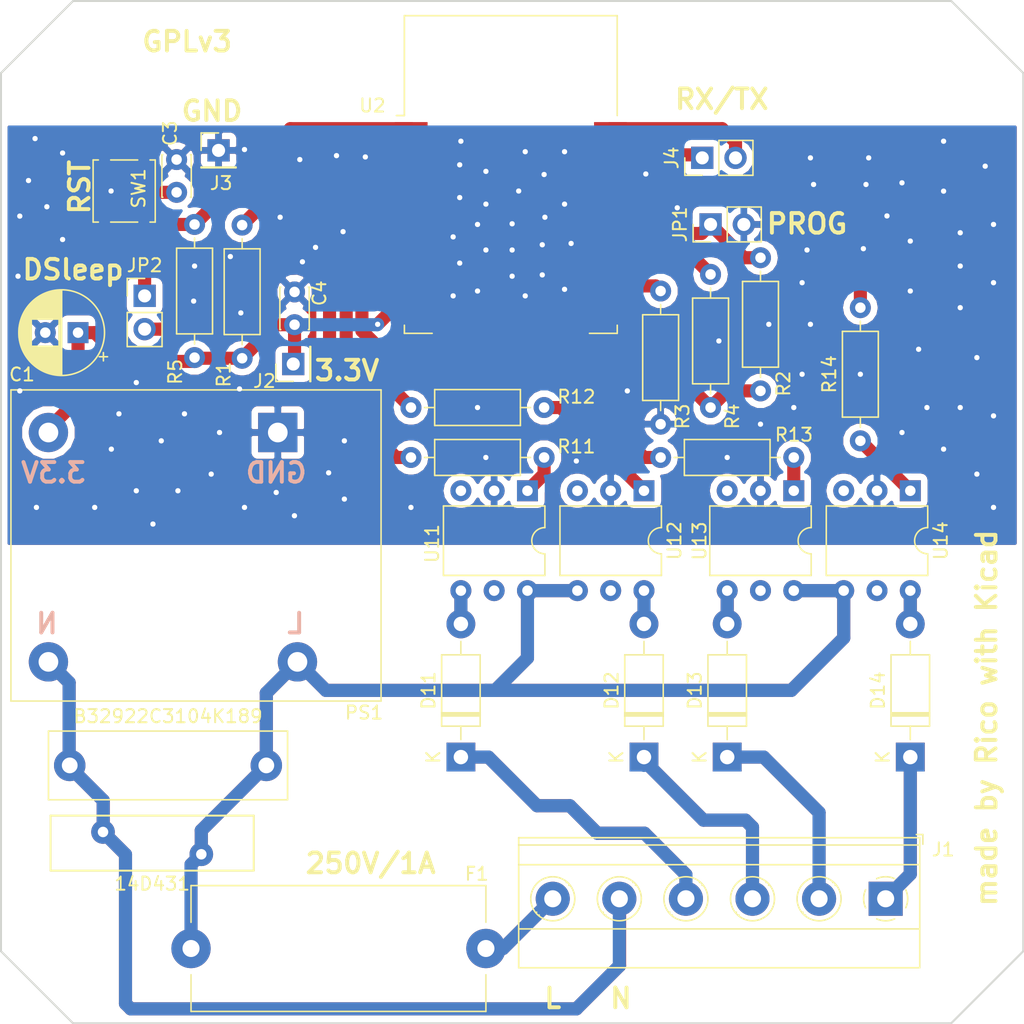
<source format=kicad_pcb>
(kicad_pcb (version 20171130) (host pcbnew 5.0.2+dfsg1-1~bpo9+1)

  (general
    (thickness 1.6)
    (drawings 23)
    (tracks 295)
    (zones 0)
    (modules 36)
    (nets 30)
  )

  (page A4)
  (layers
    (0 F.Cu signal)
    (31 B.Cu signal)
    (32 B.Adhes user)
    (33 F.Adhes user)
    (34 B.Paste user)
    (35 F.Paste user)
    (36 B.SilkS user)
    (37 F.SilkS user)
    (38 B.Mask user)
    (39 F.Mask user)
    (40 Dwgs.User user hide)
    (41 Cmts.User user hide)
    (42 Eco1.User user hide)
    (43 Eco2.User user hide)
    (44 Edge.Cuts user)
    (45 Margin user hide)
    (46 B.CrtYd user hide)
    (47 F.CrtYd user)
    (48 B.Fab user hide)
    (49 F.Fab user hide)
  )

  (setup
    (last_trace_width 1)
    (user_trace_width 1)
    (trace_clearance 0.2)
    (zone_clearance 0.508)
    (zone_45_only no)
    (trace_min 0.2)
    (segment_width 0.2)
    (edge_width 0.15)
    (via_size 0.8)
    (via_drill 0.4)
    (via_min_size 0.4)
    (via_min_drill 0.3)
    (uvia_size 0.3)
    (uvia_drill 0.1)
    (uvias_allowed no)
    (uvia_min_size 0.2)
    (uvia_min_drill 0.1)
    (pcb_text_width 0.3)
    (pcb_text_size 1.5 1.5)
    (mod_edge_width 0.15)
    (mod_text_size 1 1)
    (mod_text_width 0.15)
    (pad_size 1.524 1.524)
    (pad_drill 0.762)
    (pad_to_mask_clearance 0.051)
    (solder_mask_min_width 0.25)
    (aux_axis_origin 0 0)
    (visible_elements FFFFE77F)
    (pcbplotparams
      (layerselection 0x010f0_ffffffff)
      (usegerberextensions true)
      (usegerberattributes true)
      (usegerberadvancedattributes false)
      (creategerberjobfile false)
      (excludeedgelayer true)
      (linewidth 0.100000)
      (plotframeref false)
      (viasonmask false)
      (mode 1)
      (useauxorigin false)
      (hpglpennumber 1)
      (hpglpenspeed 20)
      (hpglpendiameter 15.000000)
      (psnegative false)
      (psa4output false)
      (plotreference true)
      (plotvalue true)
      (plotinvisibletext false)
      (padsonsilk false)
      (subtractmaskfromsilk false)
      (outputformat 1)
      (mirror false)
      (drillshape 0)
      (scaleselection 1)
      (outputdirectory "gerbers"))
  )

  (net 0 "")
  (net 1 "Net-(14D431-Pad1)")
  (net 2 "Net-(14D431-Pad2)")
  (net 3 GNDPWR)
  (net 4 +3V3)
  (net 5 "Net-(C3-Pad1)")
  (net 6 "Net-(D11-Pad1)")
  (net 7 "Net-(D11-Pad2)")
  (net 8 "Net-(D12-Pad2)")
  (net 9 "Net-(D12-Pad1)")
  (net 10 "Net-(D13-Pad1)")
  (net 11 "Net-(D13-Pad2)")
  (net 12 "Net-(D14-Pad2)")
  (net 13 "Net-(D14-Pad1)")
  (net 14 "Net-(F1-Pad1)")
  (net 15 "Net-(JP1-Pad1)")
  (net 16 "Net-(JP2-Pad2)")
  (net 17 "Net-(R1-Pad1)")
  (net 18 "Net-(R3-Pad2)")
  (net 19 "Net-(R4-Pad1)")
  (net 20 "Net-(R11-Pad1)")
  (net 21 "Net-(R12-Pad1)")
  (net 22 "Net-(R13-Pad1)")
  (net 23 "Net-(R14-Pad1)")
  (net 24 "Net-(R11-Pad2)")
  (net 25 "Net-(R12-Pad2)")
  (net 26 "Net-(R13-Pad2)")
  (net 27 "Net-(R14-Pad2)")
  (net 28 "Net-(J4-Pad1)")
  (net 29 "Net-(J4-Pad2)")

  (net_class Default "Ceci est la Netclass par défaut."
    (clearance 0.2)
    (trace_width 0.25)
    (via_dia 0.8)
    (via_drill 0.4)
    (uvia_dia 0.3)
    (uvia_drill 0.1)
    (add_net +3V3)
    (add_net GNDPWR)
    (add_net "Net-(14D431-Pad1)")
    (add_net "Net-(14D431-Pad2)")
    (add_net "Net-(C3-Pad1)")
    (add_net "Net-(D11-Pad1)")
    (add_net "Net-(D11-Pad2)")
    (add_net "Net-(D12-Pad1)")
    (add_net "Net-(D12-Pad2)")
    (add_net "Net-(D13-Pad1)")
    (add_net "Net-(D13-Pad2)")
    (add_net "Net-(D14-Pad1)")
    (add_net "Net-(D14-Pad2)")
    (add_net "Net-(F1-Pad1)")
    (add_net "Net-(J4-Pad1)")
    (add_net "Net-(J4-Pad2)")
    (add_net "Net-(JP1-Pad1)")
    (add_net "Net-(JP2-Pad2)")
    (add_net "Net-(R1-Pad1)")
    (add_net "Net-(R11-Pad1)")
    (add_net "Net-(R11-Pad2)")
    (add_net "Net-(R12-Pad1)")
    (add_net "Net-(R12-Pad2)")
    (add_net "Net-(R13-Pad1)")
    (add_net "Net-(R13-Pad2)")
    (add_net "Net-(R14-Pad1)")
    (add_net "Net-(R14-Pad2)")
    (add_net "Net-(R3-Pad2)")
    (add_net "Net-(R4-Pad1)")
  )

  (module MountingHole:MountingHole_2.2mm_M2 locked (layer F.Cu) (tedit 5D3C8EEF) (tstamp 5D3CAAB2)
    (at 173.5 123.5)
    (descr "Mounting Hole 2.2mm, no annular, M2")
    (tags "mounting hole 2.2mm no annular m2")
    (solder_mask_margin 1.5)
    (clearance 2)
    (attr virtual)
    (fp_text reference "" (at 0 -3.2) (layer F.SilkS)
      (effects (font (size 1 1) (thickness 0.15)))
    )
    (fp_text value MountingHole_2.2mm_M2 (at 0 3.2) (layer F.Fab)
      (effects (font (size 1 1) (thickness 0.15)))
    )
    (fp_text user %R (at 0.3 0) (layer F.Fab)
      (effects (font (size 1 1) (thickness 0.15)))
    )
    (fp_circle (center 0 0) (end 2.2 0) (layer Cmts.User) (width 0.15))
    (fp_circle (center 0 0) (end 2.45 0) (layer F.CrtYd) (width 0.05))
    (pad 1 np_thru_hole circle (at 0 0) (size 2.2 2.2) (drill 2.2) (layers *.Cu *.Mask))
  )

  (module MountingHole:MountingHole_2.2mm_M2 locked (layer F.Cu) (tedit 5D3C8F00) (tstamp 5D3CAAA4)
    (at 173.5 55.5)
    (descr "Mounting Hole 2.2mm, no annular, M2")
    (tags "mounting hole 2.2mm no annular m2")
    (solder_mask_margin 1.5)
    (clearance 2)
    (attr virtual)
    (fp_text reference "" (at 0 -3.2) (layer F.SilkS)
      (effects (font (size 1 1) (thickness 0.15)))
    )
    (fp_text value MountingHole_2.2mm_M2 (at 0 3.2) (layer F.Fab)
      (effects (font (size 1 1) (thickness 0.15)))
    )
    (fp_circle (center 0 0) (end 2.45 0) (layer F.CrtYd) (width 0.05))
    (fp_circle (center 0 0) (end 2.2 0) (layer Cmts.User) (width 0.15))
    (fp_text user %R (at 0.3 0) (layer F.Fab)
      (effects (font (size 1 1) (thickness 0.15)))
    )
    (pad 1 np_thru_hole circle (at 0 0) (size 2.2 2.2) (drill 2.2) (layers *.Cu *.Mask))
  )

  (module MountingHole:MountingHole_2.2mm_M2 locked (layer F.Cu) (tedit 5D3C8F08) (tstamp 5D3CAA96)
    (at 105.5 55.5)
    (descr "Mounting Hole 2.2mm, no annular, M2")
    (tags "mounting hole 2.2mm no annular m2")
    (solder_mask_margin 1.5)
    (clearance 2)
    (attr virtual)
    (fp_text reference "" (at 0 -3.2) (layer F.SilkS)
      (effects (font (size 1 1) (thickness 0.15)))
    )
    (fp_text value MountingHole_2.2mm_M2 (at 0 3.2) (layer F.Fab)
      (effects (font (size 1 1) (thickness 0.15)))
    )
    (fp_text user %R (at 0.3 0) (layer F.Fab)
      (effects (font (size 1 1) (thickness 0.15)))
    )
    (fp_circle (center 0 0) (end 2.2 0) (layer Cmts.User) (width 0.15))
    (fp_circle (center 0 0) (end 2.45 0) (layer F.CrtYd) (width 0.05))
    (pad 1 np_thru_hole circle (at 0 0) (size 2.2 2.2) (drill 2.2) (layers *.Cu *.Mask))
  )

  (module Connector_PinHeader_2.54mm:PinHeader_1x02_P2.54mm_Vertical (layer F.Cu) (tedit 59FED5CC) (tstamp 5C612B09)
    (at 154.005 62.47 90)
    (descr "Through hole straight pin header, 1x02, 2.54mm pitch, single row")
    (tags "Through hole pin header THT 1x02 2.54mm single row")
    (path /5C555245)
    (fp_text reference J4 (at 0 -2.33 90) (layer F.SilkS)
      (effects (font (size 1 1) (thickness 0.15)))
    )
    (fp_text value Conn_01x02_Male (at 0 4.87 90) (layer F.Fab)
      (effects (font (size 1 1) (thickness 0.15)))
    )
    (fp_line (start -0.635 -1.27) (end 1.27 -1.27) (layer F.Fab) (width 0.1))
    (fp_line (start 1.27 -1.27) (end 1.27 3.81) (layer F.Fab) (width 0.1))
    (fp_line (start 1.27 3.81) (end -1.27 3.81) (layer F.Fab) (width 0.1))
    (fp_line (start -1.27 3.81) (end -1.27 -0.635) (layer F.Fab) (width 0.1))
    (fp_line (start -1.27 -0.635) (end -0.635 -1.27) (layer F.Fab) (width 0.1))
    (fp_line (start -1.33 3.87) (end 1.33 3.87) (layer F.SilkS) (width 0.12))
    (fp_line (start -1.33 1.27) (end -1.33 3.87) (layer F.SilkS) (width 0.12))
    (fp_line (start 1.33 1.27) (end 1.33 3.87) (layer F.SilkS) (width 0.12))
    (fp_line (start -1.33 1.27) (end 1.33 1.27) (layer F.SilkS) (width 0.12))
    (fp_line (start -1.33 0) (end -1.33 -1.33) (layer F.SilkS) (width 0.12))
    (fp_line (start -1.33 -1.33) (end 0 -1.33) (layer F.SilkS) (width 0.12))
    (fp_line (start -1.8 -1.8) (end -1.8 4.35) (layer F.CrtYd) (width 0.05))
    (fp_line (start -1.8 4.35) (end 1.8 4.35) (layer F.CrtYd) (width 0.05))
    (fp_line (start 1.8 4.35) (end 1.8 -1.8) (layer F.CrtYd) (width 0.05))
    (fp_line (start 1.8 -1.8) (end -1.8 -1.8) (layer F.CrtYd) (width 0.05))
    (fp_text user %R (at 0 1.27 180) (layer F.Fab)
      (effects (font (size 1 1) (thickness 0.15)))
    )
    (pad 1 thru_hole rect (at 0 0 90) (size 1.7 1.7) (drill 1) (layers *.Cu *.Mask)
      (net 28 "Net-(J4-Pad1)"))
    (pad 2 thru_hole oval (at 0 2.54 90) (size 1.7 1.7) (drill 1) (layers *.Cu *.Mask)
      (net 29 "Net-(J4-Pad2)"))
    (model ${KISYS3DMOD}/Connector_PinHeader_2.54mm.3dshapes/PinHeader_1x02_P2.54mm_Vertical.wrl
      (at (xyz 0 0 0))
      (scale (xyz 1 1 1))
      (rotate (xyz 0 0 0))
    )
  )

  (module Varistor:RV_Disc_D15.5mm_W4.2mm_P7.5mm (layer F.Cu) (tedit 5A0F68DF) (tstamp 5D20F3C6)
    (at 108.285 113.905)
    (descr "Varistor, diameter 15.5mm, width 4.2mm, pitch 7.5mm")
    (tags "varistor SIOV")
    (path /5C485739)
    (fp_text reference 14D431 (at 3.75 3.95) (layer F.SilkS)
      (effects (font (size 1 1) (thickness 0.15)))
    )
    (fp_text value Varistor (at 3.75 -2.25) (layer F.Fab)
      (effects (font (size 1 1) (thickness 0.15)))
    )
    (fp_line (start -4 -1.25) (end -4 2.95) (layer F.Fab) (width 0.1))
    (fp_line (start 11.5 -1.25) (end 11.5 2.95) (layer F.Fab) (width 0.1))
    (fp_line (start -4 -1.25) (end 11.5 -1.25) (layer F.Fab) (width 0.1))
    (fp_line (start -4 2.95) (end 11.5 2.95) (layer F.Fab) (width 0.1))
    (fp_line (start -4 -1.25) (end -4 2.95) (layer F.SilkS) (width 0.15))
    (fp_line (start 11.5 -1.25) (end 11.5 2.95) (layer F.SilkS) (width 0.15))
    (fp_line (start -4 -1.25) (end 11.5 -1.25) (layer F.SilkS) (width 0.15))
    (fp_line (start -4 2.95) (end 11.5 2.95) (layer F.SilkS) (width 0.15))
    (fp_line (start -4.25 -1.5) (end -4.25 3.2) (layer F.CrtYd) (width 0.05))
    (fp_line (start 11.75 -1.5) (end 11.75 3.2) (layer F.CrtYd) (width 0.05))
    (fp_line (start -4.25 -1.5) (end 11.75 -1.5) (layer F.CrtYd) (width 0.05))
    (fp_line (start -4.25 3.2) (end 11.75 3.2) (layer F.CrtYd) (width 0.05))
    (fp_text user %R (at 3.75 0.85) (layer F.Fab)
      (effects (font (size 1 1) (thickness 0.15)))
    )
    (pad 2 thru_hole circle (at 7.5 1.7) (size 1.8 1.8) (drill 0.8) (layers *.Cu *.Mask)
      (net 2 "Net-(14D431-Pad2)"))
    (pad 1 thru_hole circle (at 0 0) (size 1.8 1.8) (drill 0.8) (layers *.Cu *.Mask)
      (net 1 "Net-(14D431-Pad1)"))
    (model ${KISYS3DMOD}/Varistor.3dshapes/RV_Disc_D15.5mm_W4.2mm_P7.5mm.wrl
      (at (xyz 0 0 0))
      (scale (xyz 1 1 1))
      (rotate (xyz 0 0 0))
    )
  )

  (module Resistor_THT:R_Axial_DIN0207_L6.3mm_D2.5mm_P10.16mm_Horizontal (layer F.Cu) (tedit 5AE5139B) (tstamp 5D5FE383)
    (at 141.94 85.33 180)
    (descr "Resistor, Axial_DIN0207 series, Axial, Horizontal, pin pitch=10.16mm, 0.25W = 1/4W, length*diameter=6.3*2.5mm^2, http://cdn-reichelt.de/documents/datenblatt/B400/1_4W%23YAG.pdf")
    (tags "Resistor Axial_DIN0207 series Axial Horizontal pin pitch 10.16mm 0.25W = 1/4W length 6.3mm diameter 2.5mm")
    (path /5C49EE16)
    (fp_text reference R11 (at -2.46 0.83 180) (layer F.SilkS)
      (effects (font (size 1 1) (thickness 0.15)))
    )
    (fp_text value 330 (at 5.08 2.37 180) (layer F.Fab)
      (effects (font (size 1 1) (thickness 0.15)))
    )
    (fp_line (start 1.93 -1.25) (end 1.93 1.25) (layer F.Fab) (width 0.1))
    (fp_line (start 1.93 1.25) (end 8.23 1.25) (layer F.Fab) (width 0.1))
    (fp_line (start 8.23 1.25) (end 8.23 -1.25) (layer F.Fab) (width 0.1))
    (fp_line (start 8.23 -1.25) (end 1.93 -1.25) (layer F.Fab) (width 0.1))
    (fp_line (start 0 0) (end 1.93 0) (layer F.Fab) (width 0.1))
    (fp_line (start 10.16 0) (end 8.23 0) (layer F.Fab) (width 0.1))
    (fp_line (start 1.81 -1.37) (end 1.81 1.37) (layer F.SilkS) (width 0.12))
    (fp_line (start 1.81 1.37) (end 8.35 1.37) (layer F.SilkS) (width 0.12))
    (fp_line (start 8.35 1.37) (end 8.35 -1.37) (layer F.SilkS) (width 0.12))
    (fp_line (start 8.35 -1.37) (end 1.81 -1.37) (layer F.SilkS) (width 0.12))
    (fp_line (start 1.04 0) (end 1.81 0) (layer F.SilkS) (width 0.12))
    (fp_line (start 9.12 0) (end 8.35 0) (layer F.SilkS) (width 0.12))
    (fp_line (start -1.05 -1.5) (end -1.05 1.5) (layer F.CrtYd) (width 0.05))
    (fp_line (start -1.05 1.5) (end 11.21 1.5) (layer F.CrtYd) (width 0.05))
    (fp_line (start 11.21 1.5) (end 11.21 -1.5) (layer F.CrtYd) (width 0.05))
    (fp_line (start 11.21 -1.5) (end -1.05 -1.5) (layer F.CrtYd) (width 0.05))
    (fp_text user %R (at 5.08 0 180) (layer F.Fab)
      (effects (font (size 1 1) (thickness 0.15)))
    )
    (pad 1 thru_hole circle (at 0 0 180) (size 1.6 1.6) (drill 0.8) (layers *.Cu *.Mask)
      (net 20 "Net-(R11-Pad1)"))
    (pad 2 thru_hole oval (at 10.16 0 180) (size 1.6 1.6) (drill 0.8) (layers *.Cu *.Mask)
      (net 24 "Net-(R11-Pad2)"))
    (model ${KISYS3DMOD}/Resistor_THT.3dshapes/R_Axial_DIN0207_L6.3mm_D2.5mm_P10.16mm_Horizontal.wrl
      (at (xyz 0 0 0))
      (scale (xyz 1 1 1))
      (rotate (xyz 0 0 0))
    )
  )

  (module Resistor_THT:R_Axial_DIN0207_L6.3mm_D2.5mm_P10.16mm_Horizontal (layer F.Cu) (tedit 5AE5139B) (tstamp 5C5BEF64)
    (at 118.9 67.6 270)
    (descr "Resistor, Axial_DIN0207 series, Axial, Horizontal, pin pitch=10.16mm, 0.25W = 1/4W, length*diameter=6.3*2.5mm^2, http://cdn-reichelt.de/documents/datenblatt/B400/1_4W%23YAG.pdf")
    (tags "Resistor Axial_DIN0207 series Axial Horizontal pin pitch 10.16mm 0.25W = 1/4W length 6.3mm diameter 2.5mm")
    (path /5C49685A)
    (fp_text reference R1 (at 11.4 1.4 270) (layer F.SilkS)
      (effects (font (size 1 1) (thickness 0.15)))
    )
    (fp_text value 10K (at 5.08 2.37 270) (layer F.Fab)
      (effects (font (size 1 1) (thickness 0.15)))
    )
    (fp_line (start 1.930001 -1.25) (end 1.930001 1.25) (layer F.Fab) (width 0.1))
    (fp_line (start 1.930001 1.25) (end 8.23 1.25) (layer F.Fab) (width 0.1))
    (fp_line (start 8.23 1.25) (end 8.23 -1.25) (layer F.Fab) (width 0.1))
    (fp_line (start 8.23 -1.25) (end 1.930001 -1.25) (layer F.Fab) (width 0.1))
    (fp_line (start 0 0) (end 1.93 0) (layer F.Fab) (width 0.1))
    (fp_line (start 10.16 0) (end 8.23 0) (layer F.Fab) (width 0.1))
    (fp_line (start 1.81 -1.37) (end 1.81 1.37) (layer F.SilkS) (width 0.12))
    (fp_line (start 1.81 1.37) (end 8.35 1.37) (layer F.SilkS) (width 0.12))
    (fp_line (start 8.35 1.37) (end 8.35 -1.37) (layer F.SilkS) (width 0.12))
    (fp_line (start 8.35 -1.37) (end 1.81 -1.37) (layer F.SilkS) (width 0.12))
    (fp_line (start 1.04 0) (end 1.81 0) (layer F.SilkS) (width 0.12))
    (fp_line (start 9.12 0) (end 8.350001 0) (layer F.SilkS) (width 0.12))
    (fp_line (start -1.05 -1.5) (end -1.05 1.5) (layer F.CrtYd) (width 0.05))
    (fp_line (start -1.05 1.5) (end 11.21 1.5) (layer F.CrtYd) (width 0.05))
    (fp_line (start 11.21 1.5) (end 11.21 -1.5) (layer F.CrtYd) (width 0.05))
    (fp_line (start 11.21 -1.5) (end -1.05 -1.5) (layer F.CrtYd) (width 0.05))
    (fp_text user %R (at 5.079999 0 270) (layer F.Fab)
      (effects (font (size 1 1) (thickness 0.15)))
    )
    (pad 1 thru_hole circle (at 0 0 270) (size 1.6 1.6) (drill 0.8) (layers *.Cu *.Mask)
      (net 17 "Net-(R1-Pad1)"))
    (pad 2 thru_hole oval (at 10.16 0 270) (size 1.6 1.6) (drill 0.8) (layers *.Cu *.Mask)
      (net 4 +3V3))
    (model ${KISYS3DMOD}/Resistor_THT.3dshapes/R_Axial_DIN0207_L6.3mm_D2.5mm_P10.16mm_Horizontal.wrl
      (at (xyz 0 0 0))
      (scale (xyz 1 1 1))
      (rotate (xyz 0 0 0))
    )
  )

  (module RF_Module:ESP-12E (layer F.Cu) (tedit 5A030172) (tstamp 5C5B6E8C)
    (at 139.4 63.74)
    (descr "Wi-Fi Module, http://wiki.ai-thinker.com/_media/esp8266/docs/aithinker_esp_12f_datasheet_en.pdf")
    (tags "Wi-Fi Module")
    (path /5C494524)
    (attr smd)
    (fp_text reference U2 (at -10.56 -5.26) (layer F.SilkS)
      (effects (font (size 1 1) (thickness 0.15)))
    )
    (fp_text value ESP-12F (at -0.06 -12.78) (layer F.Fab)
      (effects (font (size 1 1) (thickness 0.15)))
    )
    (fp_text user Antenna (at -0.06 -7 180) (layer Cmts.User)
      (effects (font (size 1 1) (thickness 0.15)))
    )
    (fp_text user "KEEP-OUT ZONE" (at 0.03 -9.55 180) (layer Cmts.User)
      (effects (font (size 1 1) (thickness 0.15)))
    )
    (fp_text user %R (at 0.49 -0.8) (layer F.Fab)
      (effects (font (size 1 1) (thickness 0.15)))
    )
    (fp_line (start -8 -12) (end 8 -12) (layer F.Fab) (width 0.12))
    (fp_line (start 8 -12) (end 8 12) (layer F.Fab) (width 0.12))
    (fp_line (start 8 12) (end -8 12) (layer F.Fab) (width 0.12))
    (fp_line (start -8 12) (end -8 -3) (layer F.Fab) (width 0.12))
    (fp_line (start -8 -3) (end -7.5 -3.5) (layer F.Fab) (width 0.12))
    (fp_line (start -7.5 -3.5) (end -8 -4) (layer F.Fab) (width 0.12))
    (fp_line (start -8 -4) (end -8 -12) (layer F.Fab) (width 0.12))
    (fp_line (start -9.05 -12.2) (end 9.05 -12.2) (layer F.CrtYd) (width 0.05))
    (fp_line (start 9.05 -12.2) (end 9.05 13.1) (layer F.CrtYd) (width 0.05))
    (fp_line (start 9.05 13.1) (end -9.05 13.1) (layer F.CrtYd) (width 0.05))
    (fp_line (start -9.05 13.1) (end -9.05 -12.2) (layer F.CrtYd) (width 0.05))
    (fp_line (start -8.12 -12.12) (end 8.12 -12.12) (layer F.SilkS) (width 0.12))
    (fp_line (start 8.12 -12.12) (end 8.12 -4.5) (layer F.SilkS) (width 0.12))
    (fp_line (start 8.12 11.5) (end 8.12 12.12) (layer F.SilkS) (width 0.12))
    (fp_line (start 8.12 12.12) (end 6 12.12) (layer F.SilkS) (width 0.12))
    (fp_line (start -6 12.12) (end -8.12 12.12) (layer F.SilkS) (width 0.12))
    (fp_line (start -8.12 12.12) (end -8.12 11.5) (layer F.SilkS) (width 0.12))
    (fp_line (start -8.12 -4.5) (end -8.12 -12.12) (layer F.SilkS) (width 0.12))
    (fp_line (start -8.12 -4.5) (end -8.73 -4.5) (layer F.SilkS) (width 0.12))
    (fp_line (start -8.12 -12.12) (end 8.12 -12.12) (layer Dwgs.User) (width 0.12))
    (fp_line (start 8.12 -12.12) (end 8.12 -4.8) (layer Dwgs.User) (width 0.12))
    (fp_line (start 8.12 -4.8) (end -8.12 -4.8) (layer Dwgs.User) (width 0.12))
    (fp_line (start -8.12 -4.8) (end -8.12 -12.12) (layer Dwgs.User) (width 0.12))
    (fp_line (start -8.12 -9.12) (end -5.12 -12.12) (layer Dwgs.User) (width 0.12))
    (fp_line (start -8.12 -6.12) (end -2.12 -12.12) (layer Dwgs.User) (width 0.12))
    (fp_line (start -6.44 -4.8) (end 0.88 -12.12) (layer Dwgs.User) (width 0.12))
    (fp_line (start -3.44 -4.8) (end 3.88 -12.12) (layer Dwgs.User) (width 0.12))
    (fp_line (start -0.44 -4.8) (end 6.88 -12.12) (layer Dwgs.User) (width 0.12))
    (fp_line (start 2.56 -4.8) (end 8.12 -10.36) (layer Dwgs.User) (width 0.12))
    (fp_line (start 5.56 -4.8) (end 8.12 -7.36) (layer Dwgs.User) (width 0.12))
    (pad 1 smd rect (at -7.6 -3.5) (size 2.5 1) (layers F.Cu F.Paste F.Mask)
      (net 5 "Net-(C3-Pad1)"))
    (pad 2 smd rect (at -7.6 -1.5) (size 2.5 1) (layers F.Cu F.Paste F.Mask))
    (pad 3 smd rect (at -7.6 0.5) (size 2.5 1) (layers F.Cu F.Paste F.Mask)
      (net 17 "Net-(R1-Pad1)"))
    (pad 4 smd rect (at -7.6 2.5) (size 2.5 1) (layers F.Cu F.Paste F.Mask)
      (net 16 "Net-(JP2-Pad2)"))
    (pad 5 smd rect (at -7.6 4.5) (size 2.5 1) (layers F.Cu F.Paste F.Mask)
      (net 24 "Net-(R11-Pad2)"))
    (pad 6 smd rect (at -7.6 6.5) (size 2.5 1) (layers F.Cu F.Paste F.Mask)
      (net 25 "Net-(R12-Pad2)"))
    (pad 7 smd rect (at -7.6 8.5) (size 2.5 1) (layers F.Cu F.Paste F.Mask)
      (net 26 "Net-(R13-Pad2)"))
    (pad 8 smd rect (at -7.6 10.5) (size 2.5 1) (layers F.Cu F.Paste F.Mask)
      (net 4 +3V3))
    (pad 9 smd rect (at -5 12) (size 1 1.8) (layers F.Cu F.Paste F.Mask))
    (pad 10 smd rect (at -3 12) (size 1 1.8) (layers F.Cu F.Paste F.Mask))
    (pad 11 smd rect (at -1 12) (size 1 1.8) (layers F.Cu F.Paste F.Mask))
    (pad 12 smd rect (at 1 12) (size 1 1.8) (layers F.Cu F.Paste F.Mask))
    (pad 13 smd rect (at 3 12) (size 1 1.8) (layers F.Cu F.Paste F.Mask))
    (pad 14 smd rect (at 5 12) (size 1 1.8) (layers F.Cu F.Paste F.Mask))
    (pad 15 smd rect (at 7.6 10.5) (size 2.5 1) (layers F.Cu F.Paste F.Mask)
      (net 3 GNDPWR))
    (pad 16 smd rect (at 7.6 8.5) (size 2.5 1) (layers F.Cu F.Paste F.Mask)
      (net 19 "Net-(R4-Pad1)"))
    (pad 17 smd rect (at 7.6 6.5) (size 2.5 1) (layers F.Cu F.Paste F.Mask)
      (net 18 "Net-(R3-Pad2)"))
    (pad 18 smd rect (at 7.6 4.5) (size 2.5 1) (layers F.Cu F.Paste F.Mask)
      (net 15 "Net-(JP1-Pad1)"))
    (pad 19 smd rect (at 7.6 2.5) (size 2.5 1) (layers F.Cu F.Paste F.Mask)
      (net 27 "Net-(R14-Pad2)"))
    (pad 20 smd rect (at 7.6 0.5) (size 2.5 1) (layers F.Cu F.Paste F.Mask))
    (pad 21 smd rect (at 7.6 -1.5) (size 2.5 1) (layers F.Cu F.Paste F.Mask)
      (net 28 "Net-(J4-Pad1)"))
    (pad 22 smd rect (at 7.6 -3.5) (size 2.5 1) (layers F.Cu F.Paste F.Mask)
      (net 29 "Net-(J4-Pad2)"))
    (model ${KISYS3DMOD}/RF_Module.3dshapes/ESP-12E.wrl
      (at (xyz 0 0 0))
      (scale (xyz 1 1 1))
      (rotate (xyz 0 0 0))
    )
  )

  (module Capacitor_THT:CP_Radial_D6.3mm_P2.50mm (layer F.Cu) (tedit 5AE50EF0) (tstamp 5C5BDC7C)
    (at 106.38 75.805 180)
    (descr "CP, Radial series, Radial, pin pitch=2.50mm, , diameter=6.3mm, Electrolytic Capacitor")
    (tags "CP Radial series Radial pin pitch 2.50mm  diameter 6.3mm Electrolytic Capacitor")
    (path /5C485FAB)
    (fp_text reference C1 (at 4.28 -3.195 180) (layer F.SilkS)
      (effects (font (size 1 1) (thickness 0.15)))
    )
    (fp_text value 47µF (at 1.25 4.4 180) (layer F.Fab)
      (effects (font (size 1 1) (thickness 0.15)))
    )
    (fp_text user %R (at 1.25 0 180) (layer F.Fab)
      (effects (font (size 1 1) (thickness 0.15)))
    )
    (fp_line (start -1.935241 -2.154) (end -1.935241 -1.524) (layer F.SilkS) (width 0.12))
    (fp_line (start -2.250241 -1.839) (end -1.620241 -1.839) (layer F.SilkS) (width 0.12))
    (fp_line (start 4.491 -0.402) (end 4.491 0.402) (layer F.SilkS) (width 0.12))
    (fp_line (start 4.451 -0.633) (end 4.451 0.633) (layer F.SilkS) (width 0.12))
    (fp_line (start 4.411 -0.802) (end 4.411 0.802) (layer F.SilkS) (width 0.12))
    (fp_line (start 4.371 -0.94) (end 4.371 0.94) (layer F.SilkS) (width 0.12))
    (fp_line (start 4.331 -1.059) (end 4.331 1.059) (layer F.SilkS) (width 0.12))
    (fp_line (start 4.291 -1.165) (end 4.291 1.165) (layer F.SilkS) (width 0.12))
    (fp_line (start 4.251 -1.262) (end 4.251 1.262) (layer F.SilkS) (width 0.12))
    (fp_line (start 4.211 -1.35) (end 4.211 1.35) (layer F.SilkS) (width 0.12))
    (fp_line (start 4.171 -1.432) (end 4.171 1.432) (layer F.SilkS) (width 0.12))
    (fp_line (start 4.131 -1.509) (end 4.131 1.509) (layer F.SilkS) (width 0.12))
    (fp_line (start 4.091 -1.581) (end 4.091 1.581) (layer F.SilkS) (width 0.12))
    (fp_line (start 4.051 -1.65) (end 4.051 1.65) (layer F.SilkS) (width 0.12))
    (fp_line (start 4.011 -1.714) (end 4.011 1.714) (layer F.SilkS) (width 0.12))
    (fp_line (start 3.971 -1.776) (end 3.971 1.776) (layer F.SilkS) (width 0.12))
    (fp_line (start 3.931 -1.834) (end 3.931 1.834) (layer F.SilkS) (width 0.12))
    (fp_line (start 3.891 -1.89) (end 3.891 1.89) (layer F.SilkS) (width 0.12))
    (fp_line (start 3.851 -1.944) (end 3.851 1.944) (layer F.SilkS) (width 0.12))
    (fp_line (start 3.811 -1.995) (end 3.811 1.995) (layer F.SilkS) (width 0.12))
    (fp_line (start 3.771 -2.044) (end 3.771 2.044) (layer F.SilkS) (width 0.12))
    (fp_line (start 3.731 -2.092) (end 3.731 2.092) (layer F.SilkS) (width 0.12))
    (fp_line (start 3.691 -2.137) (end 3.691 2.137) (layer F.SilkS) (width 0.12))
    (fp_line (start 3.651 -2.182) (end 3.651 2.182) (layer F.SilkS) (width 0.12))
    (fp_line (start 3.611 -2.224) (end 3.611 2.224) (layer F.SilkS) (width 0.12))
    (fp_line (start 3.571 -2.265) (end 3.571 2.265) (layer F.SilkS) (width 0.12))
    (fp_line (start 3.531 1.04) (end 3.531 2.305) (layer F.SilkS) (width 0.12))
    (fp_line (start 3.531 -2.305) (end 3.531 -1.04) (layer F.SilkS) (width 0.12))
    (fp_line (start 3.491 1.04) (end 3.491 2.343) (layer F.SilkS) (width 0.12))
    (fp_line (start 3.491 -2.343) (end 3.491 -1.04) (layer F.SilkS) (width 0.12))
    (fp_line (start 3.451 1.04) (end 3.451 2.38) (layer F.SilkS) (width 0.12))
    (fp_line (start 3.451 -2.38) (end 3.451 -1.04) (layer F.SilkS) (width 0.12))
    (fp_line (start 3.411 1.04) (end 3.411 2.416) (layer F.SilkS) (width 0.12))
    (fp_line (start 3.411 -2.416) (end 3.411 -1.04) (layer F.SilkS) (width 0.12))
    (fp_line (start 3.371 1.04) (end 3.371 2.45) (layer F.SilkS) (width 0.12))
    (fp_line (start 3.371 -2.45) (end 3.371 -1.04) (layer F.SilkS) (width 0.12))
    (fp_line (start 3.331 1.04) (end 3.331 2.484) (layer F.SilkS) (width 0.12))
    (fp_line (start 3.331 -2.484) (end 3.331 -1.04) (layer F.SilkS) (width 0.12))
    (fp_line (start 3.291 1.04) (end 3.291 2.516) (layer F.SilkS) (width 0.12))
    (fp_line (start 3.291 -2.516) (end 3.291 -1.04) (layer F.SilkS) (width 0.12))
    (fp_line (start 3.251 1.04) (end 3.251 2.548) (layer F.SilkS) (width 0.12))
    (fp_line (start 3.251 -2.548) (end 3.251 -1.04) (layer F.SilkS) (width 0.12))
    (fp_line (start 3.211 1.04) (end 3.211 2.578) (layer F.SilkS) (width 0.12))
    (fp_line (start 3.211 -2.578) (end 3.211 -1.04) (layer F.SilkS) (width 0.12))
    (fp_line (start 3.171 1.04) (end 3.171 2.607) (layer F.SilkS) (width 0.12))
    (fp_line (start 3.171 -2.607) (end 3.171 -1.04) (layer F.SilkS) (width 0.12))
    (fp_line (start 3.131 1.04) (end 3.131 2.636) (layer F.SilkS) (width 0.12))
    (fp_line (start 3.131 -2.636) (end 3.131 -1.04) (layer F.SilkS) (width 0.12))
    (fp_line (start 3.091 1.04) (end 3.091 2.664) (layer F.SilkS) (width 0.12))
    (fp_line (start 3.091 -2.664) (end 3.091 -1.04) (layer F.SilkS) (width 0.12))
    (fp_line (start 3.051 1.04) (end 3.051 2.69) (layer F.SilkS) (width 0.12))
    (fp_line (start 3.051 -2.69) (end 3.051 -1.04) (layer F.SilkS) (width 0.12))
    (fp_line (start 3.011 1.04) (end 3.011 2.716) (layer F.SilkS) (width 0.12))
    (fp_line (start 3.011 -2.716) (end 3.011 -1.04) (layer F.SilkS) (width 0.12))
    (fp_line (start 2.971 1.04) (end 2.971 2.742) (layer F.SilkS) (width 0.12))
    (fp_line (start 2.971 -2.742) (end 2.971 -1.04) (layer F.SilkS) (width 0.12))
    (fp_line (start 2.931 1.04) (end 2.931 2.766) (layer F.SilkS) (width 0.12))
    (fp_line (start 2.931 -2.766) (end 2.931 -1.04) (layer F.SilkS) (width 0.12))
    (fp_line (start 2.891 1.04) (end 2.891 2.79) (layer F.SilkS) (width 0.12))
    (fp_line (start 2.891 -2.79) (end 2.891 -1.04) (layer F.SilkS) (width 0.12))
    (fp_line (start 2.851 1.04) (end 2.851 2.812) (layer F.SilkS) (width 0.12))
    (fp_line (start 2.851 -2.812) (end 2.851 -1.04) (layer F.SilkS) (width 0.12))
    (fp_line (start 2.811 1.04) (end 2.811 2.834) (layer F.SilkS) (width 0.12))
    (fp_line (start 2.811 -2.834) (end 2.811 -1.04) (layer F.SilkS) (width 0.12))
    (fp_line (start 2.771 1.04) (end 2.771 2.856) (layer F.SilkS) (width 0.12))
    (fp_line (start 2.771 -2.856) (end 2.771 -1.04) (layer F.SilkS) (width 0.12))
    (fp_line (start 2.731 1.04) (end 2.731 2.876) (layer F.SilkS) (width 0.12))
    (fp_line (start 2.731 -2.876) (end 2.731 -1.04) (layer F.SilkS) (width 0.12))
    (fp_line (start 2.691 1.04) (end 2.691 2.896) (layer F.SilkS) (width 0.12))
    (fp_line (start 2.691 -2.896) (end 2.691 -1.04) (layer F.SilkS) (width 0.12))
    (fp_line (start 2.651 1.04) (end 2.651 2.916) (layer F.SilkS) (width 0.12))
    (fp_line (start 2.651 -2.916) (end 2.651 -1.04) (layer F.SilkS) (width 0.12))
    (fp_line (start 2.611 1.04) (end 2.611 2.934) (layer F.SilkS) (width 0.12))
    (fp_line (start 2.611 -2.934) (end 2.611 -1.04) (layer F.SilkS) (width 0.12))
    (fp_line (start 2.571 1.04) (end 2.571 2.952) (layer F.SilkS) (width 0.12))
    (fp_line (start 2.571 -2.952) (end 2.571 -1.04) (layer F.SilkS) (width 0.12))
    (fp_line (start 2.531 1.04) (end 2.531 2.97) (layer F.SilkS) (width 0.12))
    (fp_line (start 2.531 -2.97) (end 2.531 -1.04) (layer F.SilkS) (width 0.12))
    (fp_line (start 2.491 1.04) (end 2.491 2.986) (layer F.SilkS) (width 0.12))
    (fp_line (start 2.491 -2.986) (end 2.491 -1.04) (layer F.SilkS) (width 0.12))
    (fp_line (start 2.451 1.04) (end 2.451 3.002) (layer F.SilkS) (width 0.12))
    (fp_line (start 2.451 -3.002) (end 2.451 -1.04) (layer F.SilkS) (width 0.12))
    (fp_line (start 2.411 1.04) (end 2.411 3.018) (layer F.SilkS) (width 0.12))
    (fp_line (start 2.411 -3.018) (end 2.411 -1.04) (layer F.SilkS) (width 0.12))
    (fp_line (start 2.371 1.04) (end 2.371 3.033) (layer F.SilkS) (width 0.12))
    (fp_line (start 2.371 -3.033) (end 2.371 -1.04) (layer F.SilkS) (width 0.12))
    (fp_line (start 2.331 1.04) (end 2.331 3.047) (layer F.SilkS) (width 0.12))
    (fp_line (start 2.331 -3.047) (end 2.331 -1.04) (layer F.SilkS) (width 0.12))
    (fp_line (start 2.291 1.04) (end 2.291 3.061) (layer F.SilkS) (width 0.12))
    (fp_line (start 2.291 -3.061) (end 2.291 -1.04) (layer F.SilkS) (width 0.12))
    (fp_line (start 2.251 1.04) (end 2.251 3.074) (layer F.SilkS) (width 0.12))
    (fp_line (start 2.251 -3.074) (end 2.251 -1.04) (layer F.SilkS) (width 0.12))
    (fp_line (start 2.211 1.04) (end 2.211 3.086) (layer F.SilkS) (width 0.12))
    (fp_line (start 2.211 -3.086) (end 2.211 -1.04) (layer F.SilkS) (width 0.12))
    (fp_line (start 2.171 1.04) (end 2.171 3.098) (layer F.SilkS) (width 0.12))
    (fp_line (start 2.171 -3.098) (end 2.171 -1.04) (layer F.SilkS) (width 0.12))
    (fp_line (start 2.131 1.04) (end 2.131 3.11) (layer F.SilkS) (width 0.12))
    (fp_line (start 2.131 -3.11) (end 2.131 -1.04) (layer F.SilkS) (width 0.12))
    (fp_line (start 2.091 1.04) (end 2.091 3.121) (layer F.SilkS) (width 0.12))
    (fp_line (start 2.091 -3.121) (end 2.091 -1.04) (layer F.SilkS) (width 0.12))
    (fp_line (start 2.051 1.04) (end 2.051 3.131) (layer F.SilkS) (width 0.12))
    (fp_line (start 2.051 -3.131) (end 2.051 -1.04) (layer F.SilkS) (width 0.12))
    (fp_line (start 2.011 1.04) (end 2.011 3.141) (layer F.SilkS) (width 0.12))
    (fp_line (start 2.011 -3.141) (end 2.011 -1.04) (layer F.SilkS) (width 0.12))
    (fp_line (start 1.971 1.04) (end 1.971 3.15) (layer F.SilkS) (width 0.12))
    (fp_line (start 1.971 -3.15) (end 1.971 -1.04) (layer F.SilkS) (width 0.12))
    (fp_line (start 1.93 1.04) (end 1.93 3.159) (layer F.SilkS) (width 0.12))
    (fp_line (start 1.93 -3.159) (end 1.93 -1.04) (layer F.SilkS) (width 0.12))
    (fp_line (start 1.89 1.04) (end 1.89 3.167) (layer F.SilkS) (width 0.12))
    (fp_line (start 1.89 -3.167) (end 1.89 -1.04) (layer F.SilkS) (width 0.12))
    (fp_line (start 1.85 1.04) (end 1.85 3.175) (layer F.SilkS) (width 0.12))
    (fp_line (start 1.85 -3.175) (end 1.85 -1.04) (layer F.SilkS) (width 0.12))
    (fp_line (start 1.81 1.04) (end 1.81 3.182) (layer F.SilkS) (width 0.12))
    (fp_line (start 1.81 -3.182) (end 1.81 -1.04) (layer F.SilkS) (width 0.12))
    (fp_line (start 1.77 1.04) (end 1.77 3.189) (layer F.SilkS) (width 0.12))
    (fp_line (start 1.77 -3.189) (end 1.77 -1.04) (layer F.SilkS) (width 0.12))
    (fp_line (start 1.73 1.04) (end 1.73 3.195) (layer F.SilkS) (width 0.12))
    (fp_line (start 1.73 -3.195) (end 1.73 -1.04) (layer F.SilkS) (width 0.12))
    (fp_line (start 1.69 1.04) (end 1.69 3.201) (layer F.SilkS) (width 0.12))
    (fp_line (start 1.69 -3.201) (end 1.69 -1.04) (layer F.SilkS) (width 0.12))
    (fp_line (start 1.65 1.04) (end 1.65 3.206) (layer F.SilkS) (width 0.12))
    (fp_line (start 1.65 -3.206) (end 1.65 -1.04) (layer F.SilkS) (width 0.12))
    (fp_line (start 1.61 1.04) (end 1.61 3.211) (layer F.SilkS) (width 0.12))
    (fp_line (start 1.61 -3.211) (end 1.61 -1.04) (layer F.SilkS) (width 0.12))
    (fp_line (start 1.57 1.04) (end 1.57 3.215) (layer F.SilkS) (width 0.12))
    (fp_line (start 1.57 -3.215) (end 1.57 -1.04) (layer F.SilkS) (width 0.12))
    (fp_line (start 1.53 1.04) (end 1.53 3.218) (layer F.SilkS) (width 0.12))
    (fp_line (start 1.53 -3.218) (end 1.53 -1.04) (layer F.SilkS) (width 0.12))
    (fp_line (start 1.49 1.04) (end 1.49 3.222) (layer F.SilkS) (width 0.12))
    (fp_line (start 1.49 -3.222) (end 1.49 -1.04) (layer F.SilkS) (width 0.12))
    (fp_line (start 1.45 -3.224) (end 1.45 3.224) (layer F.SilkS) (width 0.12))
    (fp_line (start 1.41 -3.227) (end 1.41 3.227) (layer F.SilkS) (width 0.12))
    (fp_line (start 1.37 -3.228) (end 1.37 3.228) (layer F.SilkS) (width 0.12))
    (fp_line (start 1.33 -3.23) (end 1.33 3.23) (layer F.SilkS) (width 0.12))
    (fp_line (start 1.29 -3.23) (end 1.29 3.23) (layer F.SilkS) (width 0.12))
    (fp_line (start 1.25 -3.23) (end 1.25 3.23) (layer F.SilkS) (width 0.12))
    (fp_line (start -1.128972 -1.6885) (end -1.128972 -1.0585) (layer F.Fab) (width 0.1))
    (fp_line (start -1.443972 -1.3735) (end -0.813972 -1.3735) (layer F.Fab) (width 0.1))
    (fp_circle (center 1.25 0) (end 4.65 0) (layer F.CrtYd) (width 0.05))
    (fp_circle (center 1.25 0) (end 4.52 0) (layer F.SilkS) (width 0.12))
    (fp_circle (center 1.25 0) (end 4.4 0) (layer F.Fab) (width 0.1))
    (pad 2 thru_hole circle (at 2.5 0 180) (size 1.6 1.6) (drill 0.8) (layers *.Cu *.Mask)
      (net 3 GNDPWR))
    (pad 1 thru_hole rect (at 0 0 180) (size 1.6 1.6) (drill 0.8) (layers *.Cu *.Mask)
      (net 4 +3V3))
    (model ${KISYS3DMOD}/Capacitor_THT.3dshapes/CP_Radial_D6.3mm_P2.50mm.wrl
      (at (xyz 0 0 0))
      (scale (xyz 1 1 1))
      (rotate (xyz 0 0 0))
    )
  )

  (module Diode_THT:D_DO-41_SOD81_P10.16mm_Horizontal (layer F.Cu) (tedit 5AE50CD5) (tstamp 5C5B6C2A)
    (at 135.59 108.19 90)
    (descr "Diode, DO-41_SOD81 series, Axial, Horizontal, pin pitch=10.16mm, , length*diameter=5.2*2.7mm^2, , http://www.diodes.com/_files/packages/DO-41%20(Plastic).pdf")
    (tags "Diode DO-41_SOD81 series Axial Horizontal pin pitch 10.16mm  length 5.2mm diameter 2.7mm")
    (path /5C4869B6)
    (fp_text reference D11 (at 5.08 -2.47 90) (layer F.SilkS)
      (effects (font (size 1 1) (thickness 0.15)))
    )
    (fp_text value D (at 5.08 2.47 90) (layer F.Fab)
      (effects (font (size 1 1) (thickness 0.15)))
    )
    (fp_line (start 2.48 -1.35) (end 2.48 1.35) (layer F.Fab) (width 0.1))
    (fp_line (start 2.48 1.35) (end 7.68 1.35) (layer F.Fab) (width 0.1))
    (fp_line (start 7.68 1.35) (end 7.68 -1.35) (layer F.Fab) (width 0.1))
    (fp_line (start 7.68 -1.35) (end 2.48 -1.35) (layer F.Fab) (width 0.1))
    (fp_line (start 0 0) (end 2.48 0) (layer F.Fab) (width 0.1))
    (fp_line (start 10.16 0) (end 7.68 0) (layer F.Fab) (width 0.1))
    (fp_line (start 3.26 -1.35) (end 3.26 1.35) (layer F.Fab) (width 0.1))
    (fp_line (start 3.36 -1.35) (end 3.36 1.35) (layer F.Fab) (width 0.1))
    (fp_line (start 3.16 -1.35) (end 3.16 1.35) (layer F.Fab) (width 0.1))
    (fp_line (start 2.36 -1.47) (end 2.36 1.47) (layer F.SilkS) (width 0.12))
    (fp_line (start 2.36 1.47) (end 7.8 1.47) (layer F.SilkS) (width 0.12))
    (fp_line (start 7.8 1.47) (end 7.8 -1.47) (layer F.SilkS) (width 0.12))
    (fp_line (start 7.8 -1.47) (end 2.36 -1.47) (layer F.SilkS) (width 0.12))
    (fp_line (start 1.34 0) (end 2.36 0) (layer F.SilkS) (width 0.12))
    (fp_line (start 8.82 0) (end 7.8 0) (layer F.SilkS) (width 0.12))
    (fp_line (start 3.26 -1.47) (end 3.26 1.47) (layer F.SilkS) (width 0.12))
    (fp_line (start 3.38 -1.47) (end 3.38 1.47) (layer F.SilkS) (width 0.12))
    (fp_line (start 3.14 -1.47) (end 3.14 1.47) (layer F.SilkS) (width 0.12))
    (fp_line (start -1.35 -1.6) (end -1.35 1.6) (layer F.CrtYd) (width 0.05))
    (fp_line (start -1.35 1.6) (end 11.51 1.6) (layer F.CrtYd) (width 0.05))
    (fp_line (start 11.51 1.6) (end 11.51 -1.6) (layer F.CrtYd) (width 0.05))
    (fp_line (start 11.51 -1.6) (end -1.35 -1.6) (layer F.CrtYd) (width 0.05))
    (fp_text user %R (at 5.47 0 90) (layer F.Fab)
      (effects (font (size 1 1) (thickness 0.15)))
    )
    (fp_text user K (at 0 -2.1 90) (layer F.Fab)
      (effects (font (size 1 1) (thickness 0.15)))
    )
    (fp_text user K (at 0 -2.1 90) (layer F.SilkS)
      (effects (font (size 1 1) (thickness 0.15)))
    )
    (pad 1 thru_hole rect (at 0 0 90) (size 2.2 2.2) (drill 1.1) (layers *.Cu *.Mask)
      (net 6 "Net-(D11-Pad1)"))
    (pad 2 thru_hole oval (at 10.16 0 90) (size 2.2 2.2) (drill 1.1) (layers *.Cu *.Mask)
      (net 7 "Net-(D11-Pad2)"))
    (model ${KISYS3DMOD}/Diode_THT.3dshapes/D_DO-41_SOD81_P10.16mm_Horizontal.wrl
      (at (xyz 0 0 0))
      (scale (xyz 1 1 1))
      (rotate (xyz 0 0 0))
    )
  )

  (module Diode_THT:D_DO-41_SOD81_P10.16mm_Horizontal (layer F.Cu) (tedit 5AE50CD5) (tstamp 5C612C42)
    (at 149.56 108.19 90)
    (descr "Diode, DO-41_SOD81 series, Axial, Horizontal, pin pitch=10.16mm, , length*diameter=5.2*2.7mm^2, , http://www.diodes.com/_files/packages/DO-41%20(Plastic).pdf")
    (tags "Diode DO-41_SOD81 series Axial Horizontal pin pitch 10.16mm  length 5.2mm diameter 2.7mm")
    (path /5C486A91)
    (fp_text reference D12 (at 5.08 -2.47 90) (layer F.SilkS)
      (effects (font (size 1 1) (thickness 0.15)))
    )
    (fp_text value D (at 5.08 2.47 90) (layer F.Fab)
      (effects (font (size 1 1) (thickness 0.15)))
    )
    (fp_text user K (at 0 -2.1 90) (layer F.SilkS)
      (effects (font (size 1 1) (thickness 0.15)))
    )
    (fp_text user K (at 0 -2.1 90) (layer F.Fab)
      (effects (font (size 1 1) (thickness 0.15)))
    )
    (fp_text user %R (at 5.47 0 90) (layer F.Fab)
      (effects (font (size 1 1) (thickness 0.15)))
    )
    (fp_line (start 11.51 -1.6) (end -1.35 -1.6) (layer F.CrtYd) (width 0.05))
    (fp_line (start 11.51 1.6) (end 11.51 -1.6) (layer F.CrtYd) (width 0.05))
    (fp_line (start -1.35 1.6) (end 11.51 1.6) (layer F.CrtYd) (width 0.05))
    (fp_line (start -1.35 -1.6) (end -1.35 1.6) (layer F.CrtYd) (width 0.05))
    (fp_line (start 3.14 -1.47) (end 3.14 1.47) (layer F.SilkS) (width 0.12))
    (fp_line (start 3.38 -1.47) (end 3.38 1.47) (layer F.SilkS) (width 0.12))
    (fp_line (start 3.26 -1.47) (end 3.26 1.47) (layer F.SilkS) (width 0.12))
    (fp_line (start 8.82 0) (end 7.8 0) (layer F.SilkS) (width 0.12))
    (fp_line (start 1.34 0) (end 2.36 0) (layer F.SilkS) (width 0.12))
    (fp_line (start 7.8 -1.47) (end 2.36 -1.47) (layer F.SilkS) (width 0.12))
    (fp_line (start 7.8 1.47) (end 7.8 -1.47) (layer F.SilkS) (width 0.12))
    (fp_line (start 2.36 1.47) (end 7.8 1.47) (layer F.SilkS) (width 0.12))
    (fp_line (start 2.36 -1.47) (end 2.36 1.47) (layer F.SilkS) (width 0.12))
    (fp_line (start 3.16 -1.35) (end 3.16 1.35) (layer F.Fab) (width 0.1))
    (fp_line (start 3.36 -1.35) (end 3.36 1.35) (layer F.Fab) (width 0.1))
    (fp_line (start 3.26 -1.35) (end 3.26 1.35) (layer F.Fab) (width 0.1))
    (fp_line (start 10.16 0) (end 7.68 0) (layer F.Fab) (width 0.1))
    (fp_line (start 0 0) (end 2.48 0) (layer F.Fab) (width 0.1))
    (fp_line (start 7.68 -1.35) (end 2.48 -1.35) (layer F.Fab) (width 0.1))
    (fp_line (start 7.68 1.35) (end 7.68 -1.35) (layer F.Fab) (width 0.1))
    (fp_line (start 2.48 1.35) (end 7.68 1.35) (layer F.Fab) (width 0.1))
    (fp_line (start 2.48 -1.35) (end 2.48 1.35) (layer F.Fab) (width 0.1))
    (pad 2 thru_hole oval (at 10.16 0 90) (size 2.2 2.2) (drill 1.1) (layers *.Cu *.Mask)
      (net 8 "Net-(D12-Pad2)"))
    (pad 1 thru_hole rect (at 0 0 90) (size 2.2 2.2) (drill 1.1) (layers *.Cu *.Mask)
      (net 9 "Net-(D12-Pad1)"))
    (model ${KISYS3DMOD}/Diode_THT.3dshapes/D_DO-41_SOD81_P10.16mm_Horizontal.wrl
      (at (xyz 0 0 0))
      (scale (xyz 1 1 1))
      (rotate (xyz 0 0 0))
    )
  )

  (module Diode_THT:D_DO-41_SOD81_P10.16mm_Horizontal (layer F.Cu) (tedit 5AE50CD5) (tstamp 5C612D49)
    (at 155.91 108.19 90)
    (descr "Diode, DO-41_SOD81 series, Axial, Horizontal, pin pitch=10.16mm, , length*diameter=5.2*2.7mm^2, , http://www.diodes.com/_files/packages/DO-41%20(Plastic).pdf")
    (tags "Diode DO-41_SOD81 series Axial Horizontal pin pitch 10.16mm  length 5.2mm diameter 2.7mm")
    (path /5C486AAA)
    (fp_text reference D13 (at 5.08 -2.47 90) (layer F.SilkS)
      (effects (font (size 1 1) (thickness 0.15)))
    )
    (fp_text value D (at 5.08 2.47 90) (layer F.Fab)
      (effects (font (size 1 1) (thickness 0.15)))
    )
    (fp_line (start 2.48 -1.35) (end 2.48 1.35) (layer F.Fab) (width 0.1))
    (fp_line (start 2.48 1.35) (end 7.68 1.35) (layer F.Fab) (width 0.1))
    (fp_line (start 7.68 1.35) (end 7.68 -1.35) (layer F.Fab) (width 0.1))
    (fp_line (start 7.68 -1.35) (end 2.48 -1.35) (layer F.Fab) (width 0.1))
    (fp_line (start 0 0) (end 2.48 0) (layer F.Fab) (width 0.1))
    (fp_line (start 10.16 0) (end 7.68 0) (layer F.Fab) (width 0.1))
    (fp_line (start 3.26 -1.35) (end 3.26 1.35) (layer F.Fab) (width 0.1))
    (fp_line (start 3.36 -1.35) (end 3.36 1.35) (layer F.Fab) (width 0.1))
    (fp_line (start 3.16 -1.35) (end 3.16 1.35) (layer F.Fab) (width 0.1))
    (fp_line (start 2.36 -1.47) (end 2.36 1.47) (layer F.SilkS) (width 0.12))
    (fp_line (start 2.36 1.47) (end 7.8 1.47) (layer F.SilkS) (width 0.12))
    (fp_line (start 7.8 1.47) (end 7.8 -1.47) (layer F.SilkS) (width 0.12))
    (fp_line (start 7.8 -1.47) (end 2.36 -1.47) (layer F.SilkS) (width 0.12))
    (fp_line (start 1.34 0) (end 2.36 0) (layer F.SilkS) (width 0.12))
    (fp_line (start 8.82 0) (end 7.8 0) (layer F.SilkS) (width 0.12))
    (fp_line (start 3.26 -1.47) (end 3.26 1.47) (layer F.SilkS) (width 0.12))
    (fp_line (start 3.38 -1.47) (end 3.38 1.47) (layer F.SilkS) (width 0.12))
    (fp_line (start 3.14 -1.47) (end 3.14 1.47) (layer F.SilkS) (width 0.12))
    (fp_line (start -1.35 -1.6) (end -1.35 1.6) (layer F.CrtYd) (width 0.05))
    (fp_line (start -1.35 1.6) (end 11.51 1.6) (layer F.CrtYd) (width 0.05))
    (fp_line (start 11.51 1.6) (end 11.51 -1.6) (layer F.CrtYd) (width 0.05))
    (fp_line (start 11.51 -1.6) (end -1.35 -1.6) (layer F.CrtYd) (width 0.05))
    (fp_text user %R (at 5.47 0 90) (layer F.Fab)
      (effects (font (size 1 1) (thickness 0.15)))
    )
    (fp_text user K (at 0 -2.1 90) (layer F.Fab)
      (effects (font (size 1 1) (thickness 0.15)))
    )
    (fp_text user K (at 0 -2.1 90) (layer F.SilkS)
      (effects (font (size 1 1) (thickness 0.15)))
    )
    (pad 1 thru_hole rect (at 0 0 90) (size 2.2 2.2) (drill 1.1) (layers *.Cu *.Mask)
      (net 10 "Net-(D13-Pad1)"))
    (pad 2 thru_hole oval (at 10.16 0 90) (size 2.2 2.2) (drill 1.1) (layers *.Cu *.Mask)
      (net 11 "Net-(D13-Pad2)"))
    (model ${KISYS3DMOD}/Diode_THT.3dshapes/D_DO-41_SOD81_P10.16mm_Horizontal.wrl
      (at (xyz 0 0 0))
      (scale (xyz 1 1 1))
      (rotate (xyz 0 0 0))
    )
  )

  (module Diode_THT:D_DO-41_SOD81_P10.16mm_Horizontal (layer F.Cu) (tedit 5AE50CD5) (tstamp 5C5E5800)
    (at 169.88 108.19 90)
    (descr "Diode, DO-41_SOD81 series, Axial, Horizontal, pin pitch=10.16mm, , length*diameter=5.2*2.7mm^2, , http://www.diodes.com/_files/packages/DO-41%20(Plastic).pdf")
    (tags "Diode DO-41_SOD81 series Axial Horizontal pin pitch 10.16mm  length 5.2mm diameter 2.7mm")
    (path /5C486AC3)
    (fp_text reference D14 (at 5.08 -2.47 90) (layer F.SilkS)
      (effects (font (size 1 1) (thickness 0.15)))
    )
    (fp_text value D (at 5.08 2.47 90) (layer F.Fab)
      (effects (font (size 1 1) (thickness 0.15)))
    )
    (fp_text user K (at 0 -2.1 90) (layer F.SilkS)
      (effects (font (size 1 1) (thickness 0.15)))
    )
    (fp_text user K (at 0 -2.1 90) (layer F.Fab)
      (effects (font (size 1 1) (thickness 0.15)))
    )
    (fp_text user %R (at 5.47 0 90) (layer F.Fab)
      (effects (font (size 1 1) (thickness 0.15)))
    )
    (fp_line (start 11.51 -1.6) (end -1.35 -1.6) (layer F.CrtYd) (width 0.05))
    (fp_line (start 11.51 1.6) (end 11.51 -1.6) (layer F.CrtYd) (width 0.05))
    (fp_line (start -1.35 1.6) (end 11.51 1.6) (layer F.CrtYd) (width 0.05))
    (fp_line (start -1.35 -1.6) (end -1.35 1.6) (layer F.CrtYd) (width 0.05))
    (fp_line (start 3.14 -1.47) (end 3.14 1.47) (layer F.SilkS) (width 0.12))
    (fp_line (start 3.38 -1.47) (end 3.38 1.47) (layer F.SilkS) (width 0.12))
    (fp_line (start 3.26 -1.47) (end 3.26 1.47) (layer F.SilkS) (width 0.12))
    (fp_line (start 8.82 0) (end 7.8 0) (layer F.SilkS) (width 0.12))
    (fp_line (start 1.34 0) (end 2.36 0) (layer F.SilkS) (width 0.12))
    (fp_line (start 7.8 -1.47) (end 2.36 -1.47) (layer F.SilkS) (width 0.12))
    (fp_line (start 7.8 1.47) (end 7.8 -1.47) (layer F.SilkS) (width 0.12))
    (fp_line (start 2.36 1.47) (end 7.8 1.47) (layer F.SilkS) (width 0.12))
    (fp_line (start 2.36 -1.47) (end 2.36 1.47) (layer F.SilkS) (width 0.12))
    (fp_line (start 3.16 -1.35) (end 3.16 1.35) (layer F.Fab) (width 0.1))
    (fp_line (start 3.36 -1.35) (end 3.36 1.35) (layer F.Fab) (width 0.1))
    (fp_line (start 3.26 -1.35) (end 3.26 1.35) (layer F.Fab) (width 0.1))
    (fp_line (start 10.16 0) (end 7.68 0) (layer F.Fab) (width 0.1))
    (fp_line (start 0 0) (end 2.48 0) (layer F.Fab) (width 0.1))
    (fp_line (start 7.68 -1.35) (end 2.48 -1.35) (layer F.Fab) (width 0.1))
    (fp_line (start 7.68 1.35) (end 7.68 -1.35) (layer F.Fab) (width 0.1))
    (fp_line (start 2.48 1.35) (end 7.68 1.35) (layer F.Fab) (width 0.1))
    (fp_line (start 2.48 -1.35) (end 2.48 1.35) (layer F.Fab) (width 0.1))
    (pad 2 thru_hole oval (at 10.16 0 90) (size 2.2 2.2) (drill 1.1) (layers *.Cu *.Mask)
      (net 12 "Net-(D14-Pad2)"))
    (pad 1 thru_hole rect (at 0 0 90) (size 2.2 2.2) (drill 1.1) (layers *.Cu *.Mask)
      (net 13 "Net-(D14-Pad1)"))
    (model ${KISYS3DMOD}/Diode_THT.3dshapes/D_DO-41_SOD81_P10.16mm_Horizontal.wrl
      (at (xyz 0 0 0))
      (scale (xyz 1 1 1))
      (rotate (xyz 0 0 0))
    )
  )

  (module Fuse:Fuseholder_Cylinder-5x20mm_Schurter_0031_8201_Horizontal_Open (layer F.Cu) (tedit 5D5FC36F) (tstamp 5D2B98CC)
    (at 137.5 122.795 180)
    (descr http://www.schurter.com/var/schurter/storage/ilcatalogue/files/document/datasheet/en/pdf/typ_OGN.pdf)
    (tags "Fuseholder horizontal open 5x20 Schurter 0031.8201")
    (path /5C48566F)
    (fp_text reference F1 (at 0.7 5.695 180) (layer F.SilkS)
      (effects (font (size 1 1) (thickness 0.15)))
    )
    (fp_text value Fuse (at 11.25 6 180) (layer F.Fab)
      (effects (font (size 1 1) (thickness 0.15)))
    )
    (fp_arc (start 0 0) (end -0.25 1.95) (angle 165.3) (layer F.CrtYd) (width 0.05))
    (fp_arc (start 22.5 0) (end 22.75 -1.95) (angle 165.3) (layer F.CrtYd) (width 0.05))
    (fp_line (start 0 4.8) (end 0 2) (layer F.SilkS) (width 0.12))
    (fp_line (start 22.75 1.95) (end 22.75 5.05) (layer F.CrtYd) (width 0.05))
    (fp_line (start 22.75 -1.95) (end 22.75 -5.05) (layer F.CrtYd) (width 0.05))
    (fp_line (start -0.25 -1.95) (end -0.25 -5.05) (layer F.CrtYd) (width 0.05))
    (fp_line (start 0 4.8) (end 22.5 4.8) (layer F.SilkS) (width 0.12))
    (fp_line (start -0.25 -5.05) (end 22.75 -5.05) (layer F.CrtYd) (width 0.05))
    (fp_line (start 22.75 5.05) (end -0.25 5.05) (layer F.CrtYd) (width 0.05))
    (fp_line (start 0 -4.8) (end 22.5 -4.8) (layer F.SilkS) (width 0.12))
    (fp_line (start 0 -2) (end 0 -4.8) (layer F.SilkS) (width 0.12))
    (fp_line (start 22.5 -2) (end 22.5 -4.8) (layer F.SilkS) (width 0.12))
    (fp_line (start 22.5 4.8) (end 22.5 2) (layer F.SilkS) (width 0.12))
    (fp_line (start -0.25 5.05) (end -0.25 1.95) (layer F.CrtYd) (width 0.05))
    (fp_line (start 22.4 -4.7) (end 0.1 -4.7) (layer F.Fab) (width 0.1))
    (fp_line (start 22.4 4.7) (end 22.4 -4.7) (layer F.Fab) (width 0.1))
    (fp_line (start 0.1 4.7) (end 22.4 4.7) (layer F.Fab) (width 0.1))
    (fp_line (start 0.1 -4.7) (end 0.1 4.7) (layer F.Fab) (width 0.1))
    (fp_text user %R (at 11.25 4 180) (layer F.Fab)
      (effects (font (size 1 1) (thickness 0.15)))
    )
    (pad "" np_thru_hole circle (at 11.25 0 180) (size 2.7 2.7) (drill 2.7) (layers *.Cu *.Mask))
    (pad 2 thru_hole circle (at 22.5 0 180) (size 3 3) (drill 1.3) (layers *.Cu *.Mask)
      (net 2 "Net-(14D431-Pad2)"))
    (pad 1 thru_hole circle (at 0 0 180) (size 3 3) (drill 1.3) (layers *.Cu *.Mask)
      (net 14 "Net-(F1-Pad1)"))
    (model ${KISYS3DMOD}/Fuse.3dshapes/Fuseholder_Cylinder-5x20mm_Schurter_0031_8201_Horizontal_Open.wrl
      (at (xyz 0 0 0))
      (scale (xyz 1 1 1))
      (rotate (xyz 0 0 0))
    )
  )

  (module Connector_PinHeader_2.54mm:PinHeader_1x02_P2.54mm_Vertical (layer F.Cu) (tedit 5C4F5DAE) (tstamp 5C611FAD)
    (at 154.64 67.55 90)
    (descr "Through hole straight pin header, 1x02, 2.54mm pitch, single row")
    (tags "Through hole pin header THT 1x02 2.54mm single row")
    (path /5C4BFD5B)
    (fp_text reference JP1 (at 0 -2.33 90) (layer F.SilkS)
      (effects (font (size 1 1) (thickness 0.15)))
    )
    (fp_text value Jumper_NO_Small (at 0 4.87 90) (layer F.Fab)
      (effects (font (size 1 1) (thickness 0.15)))
    )
    (fp_line (start -0.635 -1.27) (end 1.27 -1.27) (layer F.Fab) (width 0.1))
    (fp_line (start 1.27 -1.27) (end 1.27 3.81) (layer F.Fab) (width 0.1))
    (fp_line (start 1.27 3.81) (end -1.27 3.81) (layer F.Fab) (width 0.1))
    (fp_line (start -1.27 3.81) (end -1.27 -0.635) (layer F.Fab) (width 0.1))
    (fp_line (start -1.27 -0.635) (end -0.635 -1.27) (layer F.Fab) (width 0.1))
    (fp_line (start -1.33 3.87) (end 1.33 3.87) (layer F.SilkS) (width 0.12))
    (fp_line (start -1.33 1.27) (end -1.33 3.87) (layer F.SilkS) (width 0.12))
    (fp_line (start 1.33 1.27) (end 1.33 3.87) (layer F.SilkS) (width 0.12))
    (fp_line (start -1.33 1.27) (end 1.33 1.27) (layer F.SilkS) (width 0.12))
    (fp_line (start -1.33 0) (end -1.33 -1.33) (layer F.SilkS) (width 0.12))
    (fp_line (start -1.33 -1.33) (end 0 -1.33) (layer F.SilkS) (width 0.12))
    (fp_line (start -1.8 -1.8) (end -1.8 4.35) (layer F.CrtYd) (width 0.05))
    (fp_line (start -1.8 4.35) (end 1.8 4.35) (layer F.CrtYd) (width 0.05))
    (fp_line (start 1.8 4.35) (end 1.8 -1.8) (layer F.CrtYd) (width 0.05))
    (fp_line (start 1.8 -1.8) (end -1.8 -1.8) (layer F.CrtYd) (width 0.05))
    (fp_text user %R (at 0 1.27 -180) (layer F.Fab)
      (effects (font (size 1 1) (thickness 0.15)))
    )
    (pad 1 thru_hole rect (at 0 0 90) (size 1.7 1.7) (drill 1) (layers *.Cu *.Mask)
      (net 15 "Net-(JP1-Pad1)"))
    (pad 2 thru_hole oval (at 0 2.54 90) (size 1.7 1.7) (drill 1) (layers *.Cu *.Mask)
      (net 3 GNDPWR))
    (model ${KISYS3DMOD}/Connector_PinHeader_2.54mm.3dshapes/PinHeader_1x02_P2.54mm_Vertical.wrl
      (at (xyz 0 0 0))
      (scale (xyz 1 1 1))
      (rotate (xyz 0 0 0))
    )
  )

  (module Connector_PinHeader_2.54mm:PinHeader_1x02_P2.54mm_Vertical (layer F.Cu) (tedit 59FED5CC) (tstamp 5C6117A7)
    (at 111.46 73)
    (descr "Through hole straight pin header, 1x02, 2.54mm pitch, single row")
    (tags "Through hole pin header THT 1x02 2.54mm single row")
    (path /5C4ACA98)
    (fp_text reference JP2 (at 0 -2.33) (layer F.SilkS)
      (effects (font (size 1 1) (thickness 0.15)))
    )
    (fp_text value Jumper_NO_Small (at 0 4.87) (layer F.Fab)
      (effects (font (size 1 1) (thickness 0.15)))
    )
    (fp_text user %R (at 0 1.27 90) (layer F.Fab)
      (effects (font (size 1 1) (thickness 0.15)))
    )
    (fp_line (start 1.8 -1.8) (end -1.8 -1.8) (layer F.CrtYd) (width 0.05))
    (fp_line (start 1.8 4.35) (end 1.8 -1.8) (layer F.CrtYd) (width 0.05))
    (fp_line (start -1.8 4.35) (end 1.8 4.35) (layer F.CrtYd) (width 0.05))
    (fp_line (start -1.8 -1.8) (end -1.8 4.35) (layer F.CrtYd) (width 0.05))
    (fp_line (start -1.33 -1.33) (end 0 -1.33) (layer F.SilkS) (width 0.12))
    (fp_line (start -1.33 0) (end -1.33 -1.33) (layer F.SilkS) (width 0.12))
    (fp_line (start -1.33 1.27) (end 1.33 1.27) (layer F.SilkS) (width 0.12))
    (fp_line (start 1.33 1.27) (end 1.33 3.87) (layer F.SilkS) (width 0.12))
    (fp_line (start -1.33 1.27) (end -1.33 3.87) (layer F.SilkS) (width 0.12))
    (fp_line (start -1.33 3.87) (end 1.33 3.87) (layer F.SilkS) (width 0.12))
    (fp_line (start -1.27 -0.635) (end -0.635 -1.27) (layer F.Fab) (width 0.1))
    (fp_line (start -1.27 3.81) (end -1.27 -0.635) (layer F.Fab) (width 0.1))
    (fp_line (start 1.27 3.81) (end -1.27 3.81) (layer F.Fab) (width 0.1))
    (fp_line (start 1.27 -1.27) (end 1.27 3.81) (layer F.Fab) (width 0.1))
    (fp_line (start -0.635 -1.27) (end 1.27 -1.27) (layer F.Fab) (width 0.1))
    (pad 2 thru_hole oval (at 0 2.54) (size 1.7 1.7) (drill 1) (layers *.Cu *.Mask)
      (net 16 "Net-(JP2-Pad2)"))
    (pad 1 thru_hole rect (at 0 0) (size 1.7 1.7) (drill 1) (layers *.Cu *.Mask)
      (net 5 "Net-(C3-Pad1)"))
    (model ${KISYS3DMOD}/Connector_PinHeader_2.54mm.3dshapes/PinHeader_1x02_P2.54mm_Vertical.wrl
      (at (xyz 0 0 0))
      (scale (xyz 1 1 1))
      (rotate (xyz 0 0 0))
    )
  )

  (module Resistor_THT:R_Axial_DIN0207_L6.3mm_D2.5mm_P10.16mm_Horizontal (layer F.Cu) (tedit 5AE5139B) (tstamp 5C61224D)
    (at 158.45 80.25 90)
    (descr "Resistor, Axial_DIN0207 series, Axial, Horizontal, pin pitch=10.16mm, 0.25W = 1/4W, length*diameter=6.3*2.5mm^2, http://cdn-reichelt.de/documents/datenblatt/B400/1_4W%23YAG.pdf")
    (tags "Resistor Axial_DIN0207 series Axial Horizontal pin pitch 10.16mm 0.25W = 1/4W length 6.3mm diameter 2.5mm")
    (path /5C4BB501)
    (fp_text reference R2 (at 0.55 1.75 90) (layer F.SilkS)
      (effects (font (size 1 1) (thickness 0.15)))
    )
    (fp_text value 10K (at 5.08 2.37 90) (layer F.Fab)
      (effects (font (size 1 1) (thickness 0.15)))
    )
    (fp_text user %R (at 5.08 0 90) (layer F.Fab)
      (effects (font (size 1 1) (thickness 0.15)))
    )
    (fp_line (start 11.21 -1.5) (end -1.05 -1.5) (layer F.CrtYd) (width 0.05))
    (fp_line (start 11.21 1.5) (end 11.21 -1.5) (layer F.CrtYd) (width 0.05))
    (fp_line (start -1.05 1.5) (end 11.21 1.5) (layer F.CrtYd) (width 0.05))
    (fp_line (start -1.05 -1.5) (end -1.05 1.5) (layer F.CrtYd) (width 0.05))
    (fp_line (start 9.12 0) (end 8.35 0) (layer F.SilkS) (width 0.12))
    (fp_line (start 1.04 0) (end 1.81 0) (layer F.SilkS) (width 0.12))
    (fp_line (start 8.35 -1.37) (end 1.81 -1.37) (layer F.SilkS) (width 0.12))
    (fp_line (start 8.35 1.37) (end 8.35 -1.37) (layer F.SilkS) (width 0.12))
    (fp_line (start 1.81 1.37) (end 8.35 1.37) (layer F.SilkS) (width 0.12))
    (fp_line (start 1.81 -1.37) (end 1.81 1.37) (layer F.SilkS) (width 0.12))
    (fp_line (start 10.16 0) (end 8.23 0) (layer F.Fab) (width 0.1))
    (fp_line (start 0 0) (end 1.93 0) (layer F.Fab) (width 0.1))
    (fp_line (start 8.23 -1.25) (end 1.93 -1.25) (layer F.Fab) (width 0.1))
    (fp_line (start 8.23 1.25) (end 8.23 -1.25) (layer F.Fab) (width 0.1))
    (fp_line (start 1.93 1.25) (end 8.23 1.25) (layer F.Fab) (width 0.1))
    (fp_line (start 1.93 -1.25) (end 1.93 1.25) (layer F.Fab) (width 0.1))
    (pad 2 thru_hole oval (at 10.16 0 90) (size 1.6 1.6) (drill 0.8) (layers *.Cu *.Mask)
      (net 15 "Net-(JP1-Pad1)"))
    (pad 1 thru_hole circle (at 0 0 90) (size 1.6 1.6) (drill 0.8) (layers *.Cu *.Mask)
      (net 4 +3V3))
    (model ${KISYS3DMOD}/Resistor_THT.3dshapes/R_Axial_DIN0207_L6.3mm_D2.5mm_P10.16mm_Horizontal.wrl
      (at (xyz 0 0 0))
      (scale (xyz 1 1 1))
      (rotate (xyz 0 0 0))
    )
  )

  (module Resistor_THT:R_Axial_DIN0207_L6.3mm_D2.5mm_P10.16mm_Horizontal (layer F.Cu) (tedit 5AE5139B) (tstamp 5C5BF28C)
    (at 154.64 81.52 90)
    (descr "Resistor, Axial_DIN0207 series, Axial, Horizontal, pin pitch=10.16mm, 0.25W = 1/4W, length*diameter=6.3*2.5mm^2, http://cdn-reichelt.de/documents/datenblatt/B400/1_4W%23YAG.pdf")
    (tags "Resistor Axial_DIN0207 series Axial Horizontal pin pitch 10.16mm 0.25W = 1/4W length 6.3mm diameter 2.5mm")
    (path /5C4F0EED)
    (fp_text reference R3 (at -0.68 -2.14 90) (layer F.SilkS)
      (effects (font (size 1 1) (thickness 0.15)))
    )
    (fp_text value 10K (at 5.08 2.37 90) (layer F.Fab)
      (effects (font (size 1 1) (thickness 0.15)))
    )
    (fp_line (start 1.93 -1.25) (end 1.93 1.25) (layer F.Fab) (width 0.1))
    (fp_line (start 1.93 1.25) (end 8.23 1.25) (layer F.Fab) (width 0.1))
    (fp_line (start 8.23 1.25) (end 8.23 -1.25) (layer F.Fab) (width 0.1))
    (fp_line (start 8.23 -1.25) (end 1.93 -1.25) (layer F.Fab) (width 0.1))
    (fp_line (start 0 0) (end 1.93 0) (layer F.Fab) (width 0.1))
    (fp_line (start 10.16 0) (end 8.23 0) (layer F.Fab) (width 0.1))
    (fp_line (start 1.81 -1.37) (end 1.81 1.37) (layer F.SilkS) (width 0.12))
    (fp_line (start 1.81 1.37) (end 8.35 1.37) (layer F.SilkS) (width 0.12))
    (fp_line (start 8.35 1.37) (end 8.35 -1.37) (layer F.SilkS) (width 0.12))
    (fp_line (start 8.35 -1.37) (end 1.81 -1.37) (layer F.SilkS) (width 0.12))
    (fp_line (start 1.04 0) (end 1.81 0) (layer F.SilkS) (width 0.12))
    (fp_line (start 9.12 0) (end 8.35 0) (layer F.SilkS) (width 0.12))
    (fp_line (start -1.05 -1.5) (end -1.05 1.5) (layer F.CrtYd) (width 0.05))
    (fp_line (start -1.05 1.5) (end 11.21 1.5) (layer F.CrtYd) (width 0.05))
    (fp_line (start 11.21 1.5) (end 11.21 -1.5) (layer F.CrtYd) (width 0.05))
    (fp_line (start 11.21 -1.5) (end -1.05 -1.5) (layer F.CrtYd) (width 0.05))
    (fp_text user %R (at 5.08 0 180) (layer F.Fab)
      (effects (font (size 1 1) (thickness 0.15)))
    )
    (pad 1 thru_hole circle (at 0 0 90) (size 1.6 1.6) (drill 0.8) (layers *.Cu *.Mask)
      (net 4 +3V3))
    (pad 2 thru_hole oval (at 10.16 0 90) (size 1.6 1.6) (drill 0.8) (layers *.Cu *.Mask)
      (net 18 "Net-(R3-Pad2)"))
    (model ${KISYS3DMOD}/Resistor_THT.3dshapes/R_Axial_DIN0207_L6.3mm_D2.5mm_P10.16mm_Horizontal.wrl
      (at (xyz 0 0 0))
      (scale (xyz 1 1 1))
      (rotate (xyz 0 0 0))
    )
  )

  (module Resistor_THT:R_Axial_DIN0207_L6.3mm_D2.5mm_P10.16mm_Horizontal (layer F.Cu) (tedit 5AE5139B) (tstamp 5C61245F)
    (at 150.83 72.63 270)
    (descr "Resistor, Axial_DIN0207 series, Axial, Horizontal, pin pitch=10.16mm, 0.25W = 1/4W, length*diameter=6.3*2.5mm^2, http://cdn-reichelt.de/documents/datenblatt/B400/1_4W%23YAG.pdf")
    (tags "Resistor Axial_DIN0207 series Axial Horizontal pin pitch 10.16mm 0.25W = 1/4W length 6.3mm diameter 2.5mm")
    (path /5C4F78AC)
    (fp_text reference R4 (at 9.57 -5.47 270) (layer F.SilkS)
      (effects (font (size 1 1) (thickness 0.15)))
    )
    (fp_text value 10K (at 5.08 2.37 270) (layer F.Fab)
      (effects (font (size 1 1) (thickness 0.15)))
    )
    (fp_text user %R (at 5.08 0 270) (layer F.Fab)
      (effects (font (size 1 1) (thickness 0.15)))
    )
    (fp_line (start 11.21 -1.5) (end -1.05 -1.5) (layer F.CrtYd) (width 0.05))
    (fp_line (start 11.21 1.5) (end 11.21 -1.5) (layer F.CrtYd) (width 0.05))
    (fp_line (start -1.05 1.5) (end 11.21 1.5) (layer F.CrtYd) (width 0.05))
    (fp_line (start -1.05 -1.5) (end -1.05 1.5) (layer F.CrtYd) (width 0.05))
    (fp_line (start 9.12 0) (end 8.35 0) (layer F.SilkS) (width 0.12))
    (fp_line (start 1.04 0) (end 1.81 0) (layer F.SilkS) (width 0.12))
    (fp_line (start 8.35 -1.37) (end 1.81 -1.37) (layer F.SilkS) (width 0.12))
    (fp_line (start 8.35 1.37) (end 8.35 -1.37) (layer F.SilkS) (width 0.12))
    (fp_line (start 1.81 1.37) (end 8.35 1.37) (layer F.SilkS) (width 0.12))
    (fp_line (start 1.81 -1.37) (end 1.81 1.37) (layer F.SilkS) (width 0.12))
    (fp_line (start 10.16 0) (end 8.23 0) (layer F.Fab) (width 0.1))
    (fp_line (start 0 0) (end 1.93 0) (layer F.Fab) (width 0.1))
    (fp_line (start 8.23 -1.25) (end 1.93 -1.25) (layer F.Fab) (width 0.1))
    (fp_line (start 8.23 1.25) (end 8.23 -1.25) (layer F.Fab) (width 0.1))
    (fp_line (start 1.93 1.25) (end 8.23 1.25) (layer F.Fab) (width 0.1))
    (fp_line (start 1.93 -1.25) (end 1.93 1.25) (layer F.Fab) (width 0.1))
    (pad 2 thru_hole oval (at 10.16 0 270) (size 1.6 1.6) (drill 0.8) (layers *.Cu *.Mask)
      (net 3 GNDPWR))
    (pad 1 thru_hole circle (at 0 0 270) (size 1.6 1.6) (drill 0.8) (layers *.Cu *.Mask)
      (net 19 "Net-(R4-Pad1)"))
    (model ${KISYS3DMOD}/Resistor_THT.3dshapes/R_Axial_DIN0207_L6.3mm_D2.5mm_P10.16mm_Horizontal.wrl
      (at (xyz 0 0 0))
      (scale (xyz 1 1 1))
      (rotate (xyz 0 0 0))
    )
  )

  (module Resistor_THT:R_Axial_DIN0207_L6.3mm_D2.5mm_P10.16mm_Horizontal (layer F.Cu) (tedit 5AE5139B) (tstamp 5D4CC037)
    (at 115.27 77.71 90)
    (descr "Resistor, Axial_DIN0207 series, Axial, Horizontal, pin pitch=10.16mm, 0.25W = 1/4W, length*diameter=6.3*2.5mm^2, http://cdn-reichelt.de/documents/datenblatt/B400/1_4W%23YAG.pdf")
    (tags "Resistor Axial_DIN0207 series Axial Horizontal pin pitch 10.16mm 0.25W = 1/4W length 6.3mm diameter 2.5mm")
    (path /5C48BDB5)
    (fp_text reference R5 (at -1.09 -1.47 90) (layer F.SilkS)
      (effects (font (size 1 1) (thickness 0.15)))
    )
    (fp_text value 10K (at 5.08 2.37 90) (layer F.Fab)
      (effects (font (size 1 1) (thickness 0.15)))
    )
    (fp_line (start 1.93 -1.25) (end 1.93 1.25) (layer F.Fab) (width 0.1))
    (fp_line (start 1.93 1.25) (end 8.23 1.25) (layer F.Fab) (width 0.1))
    (fp_line (start 8.23 1.25) (end 8.23 -1.25) (layer F.Fab) (width 0.1))
    (fp_line (start 8.23 -1.25) (end 1.93 -1.25) (layer F.Fab) (width 0.1))
    (fp_line (start 0 0) (end 1.93 0) (layer F.Fab) (width 0.1))
    (fp_line (start 10.16 0) (end 8.23 0) (layer F.Fab) (width 0.1))
    (fp_line (start 1.81 -1.37) (end 1.81 1.37) (layer F.SilkS) (width 0.12))
    (fp_line (start 1.81 1.37) (end 8.35 1.37) (layer F.SilkS) (width 0.12))
    (fp_line (start 8.35 1.37) (end 8.35 -1.37) (layer F.SilkS) (width 0.12))
    (fp_line (start 8.35 -1.37) (end 1.81 -1.37) (layer F.SilkS) (width 0.12))
    (fp_line (start 1.04 0) (end 1.81 0) (layer F.SilkS) (width 0.12))
    (fp_line (start 9.12 0) (end 8.35 0) (layer F.SilkS) (width 0.12))
    (fp_line (start -1.05 -1.5) (end -1.05 1.5) (layer F.CrtYd) (width 0.05))
    (fp_line (start -1.05 1.5) (end 11.21 1.5) (layer F.CrtYd) (width 0.05))
    (fp_line (start 11.21 1.5) (end 11.21 -1.5) (layer F.CrtYd) (width 0.05))
    (fp_line (start 11.21 -1.5) (end -1.05 -1.5) (layer F.CrtYd) (width 0.05))
    (fp_text user %R (at 5.08 0 90) (layer F.Fab)
      (effects (font (size 1 1) (thickness 0.15)))
    )
    (pad 1 thru_hole circle (at 0 0 90) (size 1.6 1.6) (drill 0.8) (layers *.Cu *.Mask)
      (net 4 +3V3))
    (pad 2 thru_hole oval (at 10.16 0 90) (size 1.6 1.6) (drill 0.8) (layers *.Cu *.Mask)
      (net 5 "Net-(C3-Pad1)"))
    (model ${KISYS3DMOD}/Resistor_THT.3dshapes/R_Axial_DIN0207_L6.3mm_D2.5mm_P10.16mm_Horizontal.wrl
      (at (xyz 0 0 0))
      (scale (xyz 1 1 1))
      (rotate (xyz 0 0 0))
    )
  )

  (module Resistor_THT:R_Axial_DIN0207_L6.3mm_D2.5mm_P10.16mm_Horizontal (layer F.Cu) (tedit 5AE5139B) (tstamp 5D5FFA7C)
    (at 141.94 81.52 180)
    (descr "Resistor, Axial_DIN0207 series, Axial, Horizontal, pin pitch=10.16mm, 0.25W = 1/4W, length*diameter=6.3*2.5mm^2, http://cdn-reichelt.de/documents/datenblatt/B400/1_4W%23YAG.pdf")
    (tags "Resistor Axial_DIN0207 series Axial Horizontal pin pitch 10.16mm 0.25W = 1/4W length 6.3mm diameter 2.5mm")
    (path /5C49EDC6)
    (fp_text reference R12 (at -2.46 0.82 180) (layer F.SilkS)
      (effects (font (size 1 1) (thickness 0.15)))
    )
    (fp_text value 330 (at 5.08 2.37 180) (layer F.Fab)
      (effects (font (size 1 1) (thickness 0.15)))
    )
    (fp_text user %R (at 5.08 0 180) (layer F.Fab)
      (effects (font (size 1 1) (thickness 0.15)))
    )
    (fp_line (start 11.21 -1.5) (end -1.05 -1.5) (layer F.CrtYd) (width 0.05))
    (fp_line (start 11.21 1.5) (end 11.21 -1.5) (layer F.CrtYd) (width 0.05))
    (fp_line (start -1.05 1.5) (end 11.21 1.5) (layer F.CrtYd) (width 0.05))
    (fp_line (start -1.05 -1.5) (end -1.05 1.5) (layer F.CrtYd) (width 0.05))
    (fp_line (start 9.12 0) (end 8.35 0) (layer F.SilkS) (width 0.12))
    (fp_line (start 1.04 0) (end 1.81 0) (layer F.SilkS) (width 0.12))
    (fp_line (start 8.35 -1.37) (end 1.81 -1.37) (layer F.SilkS) (width 0.12))
    (fp_line (start 8.35 1.37) (end 8.35 -1.37) (layer F.SilkS) (width 0.12))
    (fp_line (start 1.81 1.37) (end 8.35 1.37) (layer F.SilkS) (width 0.12))
    (fp_line (start 1.81 -1.37) (end 1.81 1.37) (layer F.SilkS) (width 0.12))
    (fp_line (start 10.16 0) (end 8.23 0) (layer F.Fab) (width 0.1))
    (fp_line (start 0 0) (end 1.93 0) (layer F.Fab) (width 0.1))
    (fp_line (start 8.23 -1.25) (end 1.93 -1.25) (layer F.Fab) (width 0.1))
    (fp_line (start 8.23 1.25) (end 8.23 -1.25) (layer F.Fab) (width 0.1))
    (fp_line (start 1.93 1.25) (end 8.23 1.25) (layer F.Fab) (width 0.1))
    (fp_line (start 1.93 -1.25) (end 1.93 1.25) (layer F.Fab) (width 0.1))
    (pad 2 thru_hole oval (at 10.16 0 180) (size 1.6 1.6) (drill 0.8) (layers *.Cu *.Mask)
      (net 25 "Net-(R12-Pad2)"))
    (pad 1 thru_hole circle (at 0 0 180) (size 1.6 1.6) (drill 0.8) (layers *.Cu *.Mask)
      (net 21 "Net-(R12-Pad1)"))
    (model ${KISYS3DMOD}/Resistor_THT.3dshapes/R_Axial_DIN0207_L6.3mm_D2.5mm_P10.16mm_Horizontal.wrl
      (at (xyz 0 0 0))
      (scale (xyz 1 1 1))
      (rotate (xyz 0 0 0))
    )
  )

  (module Resistor_THT:R_Axial_DIN0207_L6.3mm_D2.5mm_P10.16mm_Horizontal (layer F.Cu) (tedit 5AE5139B) (tstamp 5D5FE2A3)
    (at 160.99 85.33 180)
    (descr "Resistor, Axial_DIN0207 series, Axial, Horizontal, pin pitch=10.16mm, 0.25W = 1/4W, length*diameter=6.3*2.5mm^2, http://cdn-reichelt.de/documents/datenblatt/B400/1_4W%23YAG.pdf")
    (tags "Resistor Axial_DIN0207 series Axial Horizontal pin pitch 10.16mm 0.25W = 1/4W length 6.3mm diameter 2.5mm")
    (path /5C49ED7A)
    (fp_text reference R13 (at -0.01 1.73 180) (layer F.SilkS)
      (effects (font (size 1 1) (thickness 0.15)))
    )
    (fp_text value 330 (at 5.08 2.37 180) (layer F.Fab)
      (effects (font (size 1 1) (thickness 0.15)))
    )
    (fp_line (start 1.93 -1.25) (end 1.93 1.25) (layer F.Fab) (width 0.1))
    (fp_line (start 1.93 1.25) (end 8.23 1.25) (layer F.Fab) (width 0.1))
    (fp_line (start 8.23 1.25) (end 8.23 -1.25) (layer F.Fab) (width 0.1))
    (fp_line (start 8.23 -1.25) (end 1.93 -1.25) (layer F.Fab) (width 0.1))
    (fp_line (start 0 0) (end 1.93 0) (layer F.Fab) (width 0.1))
    (fp_line (start 10.16 0) (end 8.23 0) (layer F.Fab) (width 0.1))
    (fp_line (start 1.81 -1.37) (end 1.81 1.37) (layer F.SilkS) (width 0.12))
    (fp_line (start 1.81 1.37) (end 8.35 1.37) (layer F.SilkS) (width 0.12))
    (fp_line (start 8.35 1.37) (end 8.35 -1.37) (layer F.SilkS) (width 0.12))
    (fp_line (start 8.35 -1.37) (end 1.81 -1.37) (layer F.SilkS) (width 0.12))
    (fp_line (start 1.04 0) (end 1.81 0) (layer F.SilkS) (width 0.12))
    (fp_line (start 9.12 0) (end 8.35 0) (layer F.SilkS) (width 0.12))
    (fp_line (start -1.05 -1.5) (end -1.05 1.5) (layer F.CrtYd) (width 0.05))
    (fp_line (start -1.05 1.5) (end 11.21 1.5) (layer F.CrtYd) (width 0.05))
    (fp_line (start 11.21 1.5) (end 11.21 -1.5) (layer F.CrtYd) (width 0.05))
    (fp_line (start 11.21 -1.5) (end -1.05 -1.5) (layer F.CrtYd) (width 0.05))
    (fp_text user %R (at 5.08 0 180) (layer F.Fab)
      (effects (font (size 1 1) (thickness 0.15)))
    )
    (pad 1 thru_hole circle (at 0 0 180) (size 1.6 1.6) (drill 0.8) (layers *.Cu *.Mask)
      (net 22 "Net-(R13-Pad1)"))
    (pad 2 thru_hole oval (at 10.16 0 180) (size 1.6 1.6) (drill 0.8) (layers *.Cu *.Mask)
      (net 26 "Net-(R13-Pad2)"))
    (model ${KISYS3DMOD}/Resistor_THT.3dshapes/R_Axial_DIN0207_L6.3mm_D2.5mm_P10.16mm_Horizontal.wrl
      (at (xyz 0 0 0))
      (scale (xyz 1 1 1))
      (rotate (xyz 0 0 0))
    )
  )

  (module Resistor_THT:R_Axial_DIN0207_L6.3mm_D2.5mm_P10.16mm_Horizontal (layer F.Cu) (tedit 5AE5139B) (tstamp 5C613669)
    (at 166.07 84.06 90)
    (descr "Resistor, Axial_DIN0207 series, Axial, Horizontal, pin pitch=10.16mm, 0.25W = 1/4W, length*diameter=6.3*2.5mm^2, http://cdn-reichelt.de/documents/datenblatt/B400/1_4W%23YAG.pdf")
    (tags "Resistor Axial_DIN0207 series Axial Horizontal pin pitch 10.16mm 0.25W = 1/4W length 6.3mm diameter 2.5mm")
    (path /5C49ED32)
    (fp_text reference R14 (at 5.08 -2.37 90) (layer F.SilkS)
      (effects (font (size 1 1) (thickness 0.15)))
    )
    (fp_text value 330 (at 5.08 2.37 90) (layer F.Fab)
      (effects (font (size 1 1) (thickness 0.15)))
    )
    (fp_text user %R (at 5.08 0 90) (layer F.Fab)
      (effects (font (size 1 1) (thickness 0.15)))
    )
    (fp_line (start 11.21 -1.5) (end -1.05 -1.5) (layer F.CrtYd) (width 0.05))
    (fp_line (start 11.21 1.5) (end 11.21 -1.5) (layer F.CrtYd) (width 0.05))
    (fp_line (start -1.05 1.5) (end 11.21 1.5) (layer F.CrtYd) (width 0.05))
    (fp_line (start -1.05 -1.5) (end -1.05 1.5) (layer F.CrtYd) (width 0.05))
    (fp_line (start 9.12 0) (end 8.35 0) (layer F.SilkS) (width 0.12))
    (fp_line (start 1.04 0) (end 1.81 0) (layer F.SilkS) (width 0.12))
    (fp_line (start 8.35 -1.37) (end 1.81 -1.37) (layer F.SilkS) (width 0.12))
    (fp_line (start 8.35 1.37) (end 8.35 -1.37) (layer F.SilkS) (width 0.12))
    (fp_line (start 1.81 1.37) (end 8.35 1.37) (layer F.SilkS) (width 0.12))
    (fp_line (start 1.81 -1.37) (end 1.81 1.37) (layer F.SilkS) (width 0.12))
    (fp_line (start 10.16 0) (end 8.23 0) (layer F.Fab) (width 0.1))
    (fp_line (start 0 0) (end 1.93 0) (layer F.Fab) (width 0.1))
    (fp_line (start 8.23 -1.25) (end 1.93 -1.25) (layer F.Fab) (width 0.1))
    (fp_line (start 8.23 1.25) (end 8.23 -1.25) (layer F.Fab) (width 0.1))
    (fp_line (start 1.93 1.25) (end 8.23 1.25) (layer F.Fab) (width 0.1))
    (fp_line (start 1.93 -1.25) (end 1.93 1.25) (layer F.Fab) (width 0.1))
    (pad 2 thru_hole oval (at 10.16 0 90) (size 1.6 1.6) (drill 0.8) (layers *.Cu *.Mask)
      (net 27 "Net-(R14-Pad2)"))
    (pad 1 thru_hole circle (at 0 0 90) (size 1.6 1.6) (drill 0.8) (layers *.Cu *.Mask)
      (net 23 "Net-(R14-Pad1)"))
    (model ${KISYS3DMOD}/Resistor_THT.3dshapes/R_Axial_DIN0207_L6.3mm_D2.5mm_P10.16mm_Horizontal.wrl
      (at (xyz 0 0 0))
      (scale (xyz 1 1 1))
      (rotate (xyz 0 0 0))
    )
  )

  (module Button_Switch_SMD:SW_SPST_TL3305A (layer F.Cu) (tedit 5D5FC4E8) (tstamp 5D3C9ECA)
    (at 109.9 65 90)
    (descr https://www.e-switch.com/system/asset/product_line/data_sheet/213/TL3305.pdf)
    (tags "TL3305 Series Tact Switch")
    (path /5C492B38)
    (attr smd)
    (fp_text reference SW1 (at 0.2 1.1 90) (layer F.SilkS)
      (effects (font (size 1 1) (thickness 0.15)))
    )
    (fp_text value SW_Push (at 0 3.2 90) (layer F.Fab)
      (effects (font (size 1 1) (thickness 0.15)))
    )
    (fp_line (start -4.65 -2.5) (end 4.65 -2.5) (layer F.CrtYd) (width 0.05))
    (fp_line (start -4.65 2.5) (end -4.65 -2.5) (layer F.CrtYd) (width 0.05))
    (fp_line (start 4.65 2.5) (end -4.65 2.5) (layer F.CrtYd) (width 0.05))
    (fp_line (start 4.65 -2.5) (end 4.65 2.5) (layer F.CrtYd) (width 0.05))
    (fp_line (start -2.37 1.03) (end -2.37 -1.03) (layer F.SilkS) (width 0.12))
    (fp_line (start 2.37 1.03) (end 2.37 -1.03) (layer F.SilkS) (width 0.12))
    (fp_line (start 2.37 2.37) (end 2.37 1.97) (layer F.SilkS) (width 0.12))
    (fp_line (start -2.37 2.37) (end 2.37 2.37) (layer F.SilkS) (width 0.12))
    (fp_line (start -2.37 2.37) (end -2.37 1.97) (layer F.SilkS) (width 0.12))
    (fp_line (start 2.37 -2.37) (end 2.37 -1.97) (layer F.SilkS) (width 0.12))
    (fp_line (start -2.37 -2.37) (end -2.37 -1.97) (layer F.SilkS) (width 0.12))
    (fp_line (start -2.37 -2.37) (end 2.37 -2.37) (layer F.SilkS) (width 0.12))
    (fp_text user %R (at 0 0 90) (layer F.Fab)
      (effects (font (size 0.5 0.5) (thickness 0.075)))
    )
    (fp_line (start -2.25 -2.25) (end 2.25 -2.25) (layer F.Fab) (width 0.1))
    (fp_line (start 2.25 -2.25) (end 2.25 2.25) (layer F.Fab) (width 0.1))
    (fp_line (start 2.25 2.25) (end -2.25 2.25) (layer F.Fab) (width 0.1))
    (fp_line (start -2.25 2.25) (end -2.25 -2.25) (layer F.Fab) (width 0.1))
    (fp_circle (center 0 0) (end 1.25 0) (layer F.Fab) (width 0.1))
    (fp_line (start 2.25 -1.15) (end 3.75 -1.15) (layer F.Fab) (width 0.1))
    (fp_line (start 3.75 -1.15) (end 3.75 -1.85) (layer F.Fab) (width 0.1))
    (fp_line (start 3.75 -1.85) (end 2.25 -1.85) (layer F.Fab) (width 0.1))
    (fp_line (start 2.25 1.15) (end 3.75 1.15) (layer F.Fab) (width 0.1))
    (fp_line (start 3.75 1.15) (end 3.75 1.85) (layer F.Fab) (width 0.1))
    (fp_line (start 3.75 1.85) (end 2.25 1.85) (layer F.Fab) (width 0.1))
    (fp_line (start -2.25 -1.85) (end -3.75 -1.85) (layer F.Fab) (width 0.1))
    (fp_line (start -3.75 -1.85) (end -3.75 -1.15) (layer F.Fab) (width 0.1))
    (fp_line (start -3.75 -1.15) (end -2.25 -1.15) (layer F.Fab) (width 0.1))
    (fp_line (start -2.25 1.15) (end -3.75 1.15) (layer F.Fab) (width 0.1))
    (fp_line (start -3.75 1.15) (end -3.75 1.85) (layer F.Fab) (width 0.1))
    (fp_line (start -3.75 1.85) (end -2.25 1.85) (layer F.Fab) (width 0.1))
    (fp_line (start 3 -1.85) (end 3 -1.15) (layer F.Fab) (width 0.1))
    (fp_line (start 3 1.15) (end 3 1.85) (layer F.Fab) (width 0.1))
    (fp_line (start -3 -1.85) (end -3 -1.15) (layer F.Fab) (width 0.1))
    (fp_line (start -3 1.15) (end -3 1.85) (layer F.Fab) (width 0.1))
    (pad 2 smd rect (at -3.6 1.5 90) (size 1.6 1.4) (layers F.Cu F.Paste F.Mask)
      (net 5 "Net-(C3-Pad1)"))
    (pad 2 smd rect (at 3.6 1.5 90) (size 1.6 1.4) (layers F.Cu F.Paste F.Mask)
      (net 5 "Net-(C3-Pad1)"))
    (pad 1 smd rect (at -3.6 -1.5 90) (size 1.6 1.4) (layers F.Cu F.Paste F.Mask)
      (net 3 GNDPWR))
    (pad 1 smd rect (at 3.6 -1.5 90) (size 1.6 1.4) (layers F.Cu F.Paste F.Mask)
      (net 3 GNDPWR))
    (model ${KISYS3DMOD}/Button_Switch_SMD.3dshapes/SW_SPST_TL3305A.wrl
      (at (xyz 0 0 0))
      (scale (xyz 1 1 1))
      (rotate (xyz 0 0 0))
    )
  )

  (module Package_DIP:DIP-6_W7.62mm (layer F.Cu) (tedit 5A02E8C5) (tstamp 5C5B6EA6)
    (at 140.67 87.87 270)
    (descr "6-lead though-hole mounted DIP package, row spacing 7.62 mm (300 mils)")
    (tags "THT DIP DIL PDIP 2.54mm 7.62mm 300mil")
    (path /5C491810)
    (fp_text reference U11 (at 4.03 7.27 270) (layer F.SilkS)
      (effects (font (size 1 1) (thickness 0.15)))
    )
    (fp_text value MOC3043M (at 3.81 7.41 270) (layer F.Fab)
      (effects (font (size 1 1) (thickness 0.15)))
    )
    (fp_arc (start 3.81 -1.33) (end 2.81 -1.33) (angle -180) (layer F.SilkS) (width 0.12))
    (fp_line (start 1.635 -1.27) (end 6.985 -1.27) (layer F.Fab) (width 0.1))
    (fp_line (start 6.985 -1.27) (end 6.985 6.35) (layer F.Fab) (width 0.1))
    (fp_line (start 6.985 6.35) (end 0.635 6.35) (layer F.Fab) (width 0.1))
    (fp_line (start 0.635 6.35) (end 0.635 -0.27) (layer F.Fab) (width 0.1))
    (fp_line (start 0.635 -0.27) (end 1.635 -1.27) (layer F.Fab) (width 0.1))
    (fp_line (start 2.81 -1.33) (end 1.16 -1.33) (layer F.SilkS) (width 0.12))
    (fp_line (start 1.16 -1.33) (end 1.16 6.41) (layer F.SilkS) (width 0.12))
    (fp_line (start 1.16 6.41) (end 6.46 6.41) (layer F.SilkS) (width 0.12))
    (fp_line (start 6.46 6.41) (end 6.46 -1.33) (layer F.SilkS) (width 0.12))
    (fp_line (start 6.46 -1.33) (end 4.81 -1.33) (layer F.SilkS) (width 0.12))
    (fp_line (start -1.1 -1.55) (end -1.1 6.6) (layer F.CrtYd) (width 0.05))
    (fp_line (start -1.1 6.6) (end 8.7 6.6) (layer F.CrtYd) (width 0.05))
    (fp_line (start 8.7 6.6) (end 8.7 -1.55) (layer F.CrtYd) (width 0.05))
    (fp_line (start 8.7 -1.55) (end -1.1 -1.55) (layer F.CrtYd) (width 0.05))
    (fp_text user %R (at 3.81 2.54 270) (layer F.Fab)
      (effects (font (size 1 1) (thickness 0.15)))
    )
    (pad 1 thru_hole rect (at 0 0 270) (size 1.6 1.6) (drill 0.8) (layers *.Cu *.Mask)
      (net 20 "Net-(R11-Pad1)"))
    (pad 4 thru_hole oval (at 7.62 5.08 270) (size 1.6 1.6) (drill 0.8) (layers *.Cu *.Mask)
      (net 7 "Net-(D11-Pad2)"))
    (pad 2 thru_hole oval (at 0 2.54 270) (size 1.6 1.6) (drill 0.8) (layers *.Cu *.Mask)
      (net 3 GNDPWR))
    (pad 5 thru_hole oval (at 7.62 2.54 270) (size 1.6 1.6) (drill 0.8) (layers *.Cu *.Mask))
    (pad 3 thru_hole oval (at 0 5.08 270) (size 1.6 1.6) (drill 0.8) (layers *.Cu *.Mask))
    (pad 6 thru_hole oval (at 7.62 0 270) (size 1.6 1.6) (drill 0.8) (layers *.Cu *.Mask)
      (net 2 "Net-(14D431-Pad2)"))
    (model ${KISYS3DMOD}/Package_DIP.3dshapes/DIP-6_W7.62mm.wrl
      (at (xyz 0 0 0))
      (scale (xyz 1 1 1))
      (rotate (xyz 0 0 0))
    )
  )

  (module Package_DIP:DIP-6_W7.62mm (layer F.Cu) (tedit 5A02E8C5) (tstamp 5C5B6EC0)
    (at 149.56 87.87 270)
    (descr "6-lead though-hole mounted DIP package, row spacing 7.62 mm (300 mils)")
    (tags "THT DIP DIL PDIP 2.54mm 7.62mm 300mil")
    (path /5C48FEC8)
    (fp_text reference U12 (at 3.81 -2.33 270) (layer F.SilkS)
      (effects (font (size 1 1) (thickness 0.15)))
    )
    (fp_text value MOC3043M (at 3.81 7.41 270) (layer F.Fab)
      (effects (font (size 1 1) (thickness 0.15)))
    )
    (fp_text user %R (at 3.81 2.54 270) (layer F.Fab)
      (effects (font (size 1 1) (thickness 0.15)))
    )
    (fp_line (start 8.7 -1.55) (end -1.1 -1.55) (layer F.CrtYd) (width 0.05))
    (fp_line (start 8.7 6.6) (end 8.7 -1.55) (layer F.CrtYd) (width 0.05))
    (fp_line (start -1.1 6.6) (end 8.7 6.6) (layer F.CrtYd) (width 0.05))
    (fp_line (start -1.1 -1.55) (end -1.1 6.6) (layer F.CrtYd) (width 0.05))
    (fp_line (start 6.46 -1.33) (end 4.81 -1.33) (layer F.SilkS) (width 0.12))
    (fp_line (start 6.46 6.41) (end 6.46 -1.33) (layer F.SilkS) (width 0.12))
    (fp_line (start 1.16 6.41) (end 6.46 6.41) (layer F.SilkS) (width 0.12))
    (fp_line (start 1.16 -1.33) (end 1.16 6.41) (layer F.SilkS) (width 0.12))
    (fp_line (start 2.81 -1.33) (end 1.16 -1.33) (layer F.SilkS) (width 0.12))
    (fp_line (start 0.635 -0.27) (end 1.635 -1.27) (layer F.Fab) (width 0.1))
    (fp_line (start 0.635 6.35) (end 0.635 -0.27) (layer F.Fab) (width 0.1))
    (fp_line (start 6.985 6.35) (end 0.635 6.35) (layer F.Fab) (width 0.1))
    (fp_line (start 6.985 -1.27) (end 6.985 6.35) (layer F.Fab) (width 0.1))
    (fp_line (start 1.635 -1.27) (end 6.985 -1.27) (layer F.Fab) (width 0.1))
    (fp_arc (start 3.81 -1.33) (end 2.81 -1.33) (angle -180) (layer F.SilkS) (width 0.12))
    (pad 6 thru_hole oval (at 7.62 0 270) (size 1.6 1.6) (drill 0.8) (layers *.Cu *.Mask)
      (net 8 "Net-(D12-Pad2)"))
    (pad 3 thru_hole oval (at 0 5.08 270) (size 1.6 1.6) (drill 0.8) (layers *.Cu *.Mask))
    (pad 5 thru_hole oval (at 7.62 2.54 270) (size 1.6 1.6) (drill 0.8) (layers *.Cu *.Mask))
    (pad 2 thru_hole oval (at 0 2.54 270) (size 1.6 1.6) (drill 0.8) (layers *.Cu *.Mask)
      (net 3 GNDPWR))
    (pad 4 thru_hole oval (at 7.62 5.08 270) (size 1.6 1.6) (drill 0.8) (layers *.Cu *.Mask)
      (net 2 "Net-(14D431-Pad2)"))
    (pad 1 thru_hole rect (at 0 0 270) (size 1.6 1.6) (drill 0.8) (layers *.Cu *.Mask)
      (net 21 "Net-(R12-Pad1)"))
    (model ${KISYS3DMOD}/Package_DIP.3dshapes/DIP-6_W7.62mm.wrl
      (at (xyz 0 0 0))
      (scale (xyz 1 1 1))
      (rotate (xyz 0 0 0))
    )
  )

  (module Package_DIP:DIP-6_W7.62mm (layer F.Cu) (tedit 5A02E8C5) (tstamp 5C61310F)
    (at 160.99 87.87 270)
    (descr "6-lead though-hole mounted DIP package, row spacing 7.62 mm (300 mils)")
    (tags "THT DIP DIL PDIP 2.54mm 7.62mm 300mil")
    (path /5C48AF61)
    (fp_text reference U13 (at 3.83 7.19 270) (layer F.SilkS)
      (effects (font (size 1 1) (thickness 0.15)))
    )
    (fp_text value MOC3043M (at 3.81 7.41 270) (layer F.Fab)
      (effects (font (size 1 1) (thickness 0.15)))
    )
    (fp_text user %R (at 3.81 2.54 270) (layer F.Fab)
      (effects (font (size 1 1) (thickness 0.15)))
    )
    (fp_line (start 8.7 -1.55) (end -1.1 -1.55) (layer F.CrtYd) (width 0.05))
    (fp_line (start 8.7 6.6) (end 8.7 -1.55) (layer F.CrtYd) (width 0.05))
    (fp_line (start -1.1 6.6) (end 8.7 6.6) (layer F.CrtYd) (width 0.05))
    (fp_line (start -1.1 -1.55) (end -1.1 6.6) (layer F.CrtYd) (width 0.05))
    (fp_line (start 6.46 -1.33) (end 4.81 -1.33) (layer F.SilkS) (width 0.12))
    (fp_line (start 6.46 6.41) (end 6.46 -1.33) (layer F.SilkS) (width 0.12))
    (fp_line (start 1.16 6.41) (end 6.46 6.41) (layer F.SilkS) (width 0.12))
    (fp_line (start 1.16 -1.33) (end 1.16 6.41) (layer F.SilkS) (width 0.12))
    (fp_line (start 2.81 -1.33) (end 1.16 -1.33) (layer F.SilkS) (width 0.12))
    (fp_line (start 0.635 -0.27) (end 1.635 -1.27) (layer F.Fab) (width 0.1))
    (fp_line (start 0.635 6.35) (end 0.635 -0.27) (layer F.Fab) (width 0.1))
    (fp_line (start 6.985 6.35) (end 0.635 6.35) (layer F.Fab) (width 0.1))
    (fp_line (start 6.985 -1.27) (end 6.985 6.35) (layer F.Fab) (width 0.1))
    (fp_line (start 1.635 -1.27) (end 6.985 -1.27) (layer F.Fab) (width 0.1))
    (fp_arc (start 3.81 -1.33) (end 2.81 -1.33) (angle -180) (layer F.SilkS) (width 0.12))
    (pad 6 thru_hole oval (at 7.62 0 270) (size 1.6 1.6) (drill 0.8) (layers *.Cu *.Mask)
      (net 2 "Net-(14D431-Pad2)"))
    (pad 3 thru_hole oval (at 0 5.08 270) (size 1.6 1.6) (drill 0.8) (layers *.Cu *.Mask))
    (pad 5 thru_hole oval (at 7.62 2.54 270) (size 1.6 1.6) (drill 0.8) (layers *.Cu *.Mask))
    (pad 2 thru_hole oval (at 0 2.54 270) (size 1.6 1.6) (drill 0.8) (layers *.Cu *.Mask)
      (net 3 GNDPWR))
    (pad 4 thru_hole oval (at 7.62 5.08 270) (size 1.6 1.6) (drill 0.8) (layers *.Cu *.Mask)
      (net 11 "Net-(D13-Pad2)"))
    (pad 1 thru_hole rect (at 0 0 270) (size 1.6 1.6) (drill 0.8) (layers *.Cu *.Mask)
      (net 22 "Net-(R13-Pad1)"))
    (model ${KISYS3DMOD}/Package_DIP.3dshapes/DIP-6_W7.62mm.wrl
      (at (xyz 0 0 0))
      (scale (xyz 1 1 1))
      (rotate (xyz 0 0 0))
    )
  )

  (module Package_DIP:DIP-6_W7.62mm (layer F.Cu) (tedit 5A02E8C5) (tstamp 5C613090)
    (at 169.88 87.87 270)
    (descr "6-lead though-hole mounted DIP package, row spacing 7.62 mm (300 mils)")
    (tags "THT DIP DIL PDIP 2.54mm 7.62mm 300mil")
    (path /5C489E04)
    (fp_text reference U14 (at 3.81 -2.33 270) (layer F.SilkS)
      (effects (font (size 1 1) (thickness 0.15)))
    )
    (fp_text value MOC3043M (at 3.81 7.41 270) (layer F.Fab)
      (effects (font (size 1 1) (thickness 0.15)))
    )
    (fp_arc (start 3.81 -1.33) (end 2.81 -1.33) (angle -180) (layer F.SilkS) (width 0.12))
    (fp_line (start 1.635 -1.27) (end 6.985 -1.27) (layer F.Fab) (width 0.1))
    (fp_line (start 6.985 -1.27) (end 6.985 6.35) (layer F.Fab) (width 0.1))
    (fp_line (start 6.985 6.35) (end 0.635 6.35) (layer F.Fab) (width 0.1))
    (fp_line (start 0.635 6.35) (end 0.635 -0.27) (layer F.Fab) (width 0.1))
    (fp_line (start 0.635 -0.27) (end 1.635 -1.27) (layer F.Fab) (width 0.1))
    (fp_line (start 2.81 -1.33) (end 1.16 -1.33) (layer F.SilkS) (width 0.12))
    (fp_line (start 1.16 -1.33) (end 1.16 6.41) (layer F.SilkS) (width 0.12))
    (fp_line (start 1.16 6.41) (end 6.46 6.41) (layer F.SilkS) (width 0.12))
    (fp_line (start 6.46 6.41) (end 6.46 -1.33) (layer F.SilkS) (width 0.12))
    (fp_line (start 6.46 -1.33) (end 4.81 -1.33) (layer F.SilkS) (width 0.12))
    (fp_line (start -1.1 -1.55) (end -1.1 6.6) (layer F.CrtYd) (width 0.05))
    (fp_line (start -1.1 6.6) (end 8.7 6.6) (layer F.CrtYd) (width 0.05))
    (fp_line (start 8.7 6.6) (end 8.7 -1.55) (layer F.CrtYd) (width 0.05))
    (fp_line (start 8.7 -1.55) (end -1.1 -1.55) (layer F.CrtYd) (width 0.05))
    (fp_text user %R (at 3.81 2.54 270) (layer F.Fab)
      (effects (font (size 1 1) (thickness 0.15)))
    )
    (pad 1 thru_hole rect (at 0 0 270) (size 1.6 1.6) (drill 0.8) (layers *.Cu *.Mask)
      (net 23 "Net-(R14-Pad1)"))
    (pad 4 thru_hole oval (at 7.62 5.08 270) (size 1.6 1.6) (drill 0.8) (layers *.Cu *.Mask)
      (net 2 "Net-(14D431-Pad2)"))
    (pad 2 thru_hole oval (at 0 2.54 270) (size 1.6 1.6) (drill 0.8) (layers *.Cu *.Mask)
      (net 3 GNDPWR))
    (pad 5 thru_hole oval (at 7.62 2.54 270) (size 1.6 1.6) (drill 0.8) (layers *.Cu *.Mask))
    (pad 3 thru_hole oval (at 0 5.08 270) (size 1.6 1.6) (drill 0.8) (layers *.Cu *.Mask))
    (pad 6 thru_hole oval (at 7.62 0 270) (size 1.6 1.6) (drill 0.8) (layers *.Cu *.Mask)
      (net 12 "Net-(D14-Pad2)"))
    (model ${KISYS3DMOD}/Package_DIP.3dshapes/DIP-6_W7.62mm.wrl
      (at (xyz 0 0 0))
      (scale (xyz 1 1 1))
      (rotate (xyz 0 0 0))
    )
  )

  (module Converter_ACDC:Converter_ACDC_Vigortronix_Low_Profile_VTX-214-002-1xx_THT (layer F.Cu) (tedit 5C4F08F3) (tstamp 5C4F1515)
    (at 121.62 83.425 270)
    (descr "Vigortronix VTX-214-002-xxx serie of ACDC converter, http://www.vigortronix.com/2WLowProfileAC-DCConverters")
    (tags "Vigortronix VTX-214-002-xxx serie of ACDC converter")
    (path /5C4F83D7)
    (fp_text reference PS1 (at 21.375 -6.58) (layer F.SilkS)
      (effects (font (size 1 1) (thickness 0.15)))
    )
    (fp_text value VTX-214-002-103 (at 8.89 22.86 270) (layer F.Fab)
      (effects (font (size 1 1) (thickness 0.15)))
    )
    (fp_line (start -3 -8.26) (end 3 -8.26) (layer F.Fab) (width 0.12))
    (fp_line (start -3.38 20.49) (end -3.38 -8.01) (layer F.CrtYd) (width 0.05))
    (fp_line (start 20.62 20.49) (end -3.38 20.49) (layer F.CrtYd) (width 0.05))
    (fp_line (start 20.62 -8.01) (end 20.62 20.49) (layer F.CrtYd) (width 0.05))
    (fp_line (start -3.38 -8.01) (end 20.62 -8.01) (layer F.CrtYd) (width 0.05))
    (fp_line (start -3.25 20.36) (end -3.25 -7.88) (layer F.SilkS) (width 0.12))
    (fp_line (start 20.49 20.36) (end -3.25 20.36) (layer F.SilkS) (width 0.12))
    (fp_line (start 20.49 -7.88) (end 20.49 20.36) (layer F.SilkS) (width 0.12))
    (fp_line (start -3.25 -7.88) (end 20.49 -7.88) (layer F.SilkS) (width 0.12))
    (fp_line (start -3.13 20.24) (end -3.13 -7.76) (layer F.Fab) (width 0.1))
    (fp_line (start 20.37 20.24) (end -3.13 20.24) (layer F.Fab) (width 0.1))
    (fp_line (start 20.37 -7.76) (end 20.37 20.24) (layer F.Fab) (width 0.1))
    (fp_line (start 1 -7.76) (end 20.37 -7.76) (layer F.Fab) (width 0.1))
    (fp_line (start 0 -6.76) (end 1 -7.76) (layer F.Fab) (width 0.1))
    (fp_line (start -1 -7.76) (end 0 -6.76) (layer F.Fab) (width 0.1))
    (fp_line (start -3.13 -7.76) (end -1 -7.76) (layer F.Fab) (width 0.1))
    (pad 4 thru_hole circle (at 17.5 -1.5 270) (size 3 3) (drill 1.5) (layers *.Cu *.Mask)
      (net 2 "Net-(14D431-Pad2)"))
    (pad 3 thru_hole circle (at 17.5 17.5 270) (size 3 3) (drill 1.5) (layers *.Cu *.Mask)
      (net 1 "Net-(14D431-Pad1)"))
    (pad 2 thru_hole circle (at 0 17.5 270) (size 3 3) (drill 1.5) (layers *.Cu *.Mask)
      (net 4 +3V3))
    (pad 1 thru_hole rect (at 0 0 270) (size 3 3) (drill 1.5) (layers *.Cu *.Mask)
      (net 3 GNDPWR))
    (model ${KIPRJMOD}/library/3d/vigotronix.wrl
      (offset (xyz 20.4 -20.3 0))
      (scale (xyz 0.393701 0.393701 0.393701))
      (rotate (xyz 180 180 90))
    )
  )

  (module Connector_PinHeader_2.54mm:PinHeader_1x01_P2.54mm_Vertical (layer F.Cu) (tedit 5D5FC419) (tstamp 5D4CBE0D)
    (at 122.8 78.2 90)
    (descr "Through hole straight pin header, 1x01, 2.54mm pitch, single row")
    (tags "Through hole pin header THT 1x01 2.54mm single row")
    (path /5C54EBB1)
    (fp_text reference J2 (at -1.3 -2.2) (layer F.SilkS)
      (effects (font (size 1 1) (thickness 0.15)))
    )
    (fp_text value Conn_01x01_Male (at 0 2.33 90) (layer F.Fab)
      (effects (font (size 1 1) (thickness 0.15)))
    )
    (fp_line (start -0.635 -1.27) (end 1.27 -1.27) (layer F.Fab) (width 0.1))
    (fp_line (start 1.27 -1.27) (end 1.27 1.27) (layer F.Fab) (width 0.1))
    (fp_line (start 1.27 1.27) (end -1.27 1.27) (layer F.Fab) (width 0.1))
    (fp_line (start -1.27 1.27) (end -1.27 -0.635) (layer F.Fab) (width 0.1))
    (fp_line (start -1.27 -0.635) (end -0.635 -1.27) (layer F.Fab) (width 0.1))
    (fp_line (start -1.33 1.33) (end 1.33 1.33) (layer F.SilkS) (width 0.12))
    (fp_line (start -1.33 1.27) (end -1.33 1.33) (layer F.SilkS) (width 0.12))
    (fp_line (start 1.33 1.27) (end 1.33 1.33) (layer F.SilkS) (width 0.12))
    (fp_line (start -1.33 1.27) (end 1.33 1.27) (layer F.SilkS) (width 0.12))
    (fp_line (start -1.33 0) (end -1.33 -1.33) (layer F.SilkS) (width 0.12))
    (fp_line (start -1.33 -1.33) (end 0 -1.33) (layer F.SilkS) (width 0.12))
    (fp_line (start -1.8 -1.8) (end -1.8 1.8) (layer F.CrtYd) (width 0.05))
    (fp_line (start -1.8 1.8) (end 1.8 1.8) (layer F.CrtYd) (width 0.05))
    (fp_line (start 1.8 1.8) (end 1.8 -1.8) (layer F.CrtYd) (width 0.05))
    (fp_line (start 1.8 -1.8) (end -1.8 -1.8) (layer F.CrtYd) (width 0.05))
    (fp_text user %R (at 0 0 180) (layer F.Fab)
      (effects (font (size 1 1) (thickness 0.15)))
    )
    (pad 1 thru_hole rect (at 0 0 90) (size 1.7 1.7) (drill 1) (layers *.Cu *.Mask)
      (net 4 +3V3))
    (model ${KISYS3DMOD}/Connector_PinHeader_2.54mm.3dshapes/PinHeader_1x01_P2.54mm_Vertical.wrl
      (at (xyz 0 0 0))
      (scale (xyz 1 1 1))
      (rotate (xyz 0 0 0))
    )
  )

  (module Connector_PinHeader_2.54mm:PinHeader_1x01_P2.54mm_Vertical (layer F.Cu) (tedit 5D5FC3DC) (tstamp 5C61273C)
    (at 117.1 61.9)
    (descr "Through hole straight pin header, 1x01, 2.54mm pitch, single row")
    (tags "Through hole pin header THT 1x01 2.54mm single row")
    (path /5C55516F)
    (fp_text reference J3 (at 0.2 2.5) (layer F.SilkS)
      (effects (font (size 1 1) (thickness 0.15)))
    )
    (fp_text value Conn_01x01_Male (at 0 2.33) (layer F.Fab)
      (effects (font (size 1 1) (thickness 0.15)))
    )
    (fp_line (start -0.635 -1.27) (end 1.27 -1.27) (layer F.Fab) (width 0.1))
    (fp_line (start 1.27 -1.27) (end 1.27 1.27) (layer F.Fab) (width 0.1))
    (fp_line (start 1.27 1.27) (end -1.27 1.27) (layer F.Fab) (width 0.1))
    (fp_line (start -1.27 1.27) (end -1.27 -0.635) (layer F.Fab) (width 0.1))
    (fp_line (start -1.27 -0.635) (end -0.635 -1.27) (layer F.Fab) (width 0.1))
    (fp_line (start -1.33 1.33) (end 1.33 1.33) (layer F.SilkS) (width 0.12))
    (fp_line (start -1.33 1.27) (end -1.33 1.33) (layer F.SilkS) (width 0.12))
    (fp_line (start 1.33 1.27) (end 1.33 1.33) (layer F.SilkS) (width 0.12))
    (fp_line (start -1.33 1.27) (end 1.33 1.27) (layer F.SilkS) (width 0.12))
    (fp_line (start -1.33 0) (end -1.33 -1.33) (layer F.SilkS) (width 0.12))
    (fp_line (start -1.33 -1.33) (end 0 -1.33) (layer F.SilkS) (width 0.12))
    (fp_line (start -1.8 -1.8) (end -1.8 1.8) (layer F.CrtYd) (width 0.05))
    (fp_line (start -1.8 1.8) (end 1.8 1.8) (layer F.CrtYd) (width 0.05))
    (fp_line (start 1.8 1.8) (end 1.8 -1.8) (layer F.CrtYd) (width 0.05))
    (fp_line (start 1.8 -1.8) (end -1.8 -1.8) (layer F.CrtYd) (width 0.05))
    (fp_text user %R (at 0 0 90) (layer F.Fab)
      (effects (font (size 1 1) (thickness 0.15)))
    )
    (pad 1 thru_hole rect (at 0 0) (size 1.7 1.7) (drill 1) (layers *.Cu *.Mask)
      (net 3 GNDPWR))
    (model ${KISYS3DMOD}/Connector_PinHeader_2.54mm.3dshapes/PinHeader_1x01_P2.54mm_Vertical.wrl
      (at (xyz 0 0 0))
      (scale (xyz 1 1 1))
      (rotate (xyz 0 0 0))
    )
  )

  (module Capacitor_THT:C_Rect_L18.0mm_W5.0mm_P15.00mm_FKS3_FKP3 (layer F.Cu) (tedit 5AE50EF0) (tstamp 5D2B9D0F)
    (at 105.745 108.825)
    (descr "C, Rect series, Radial, pin pitch=15.00mm, , length*width=18*5mm^2, Capacitor, http://www.wima.com/EN/WIMA_FKS_3.pdf")
    (tags "C Rect series Radial pin pitch 15.00mm  length 18mm width 5mm Capacitor")
    (path /5C4857ED)
    (fp_text reference B32922C3104K189 (at 7.5 -3.75) (layer F.SilkS)
      (effects (font (size 1 1) (thickness 0.15)))
    )
    (fp_text value C (at 7.5 3.75) (layer F.Fab)
      (effects (font (size 1 1) (thickness 0.15)))
    )
    (fp_text user %R (at 7.5 0) (layer F.Fab)
      (effects (font (size 1 1) (thickness 0.15)))
    )
    (fp_line (start 16.75 -2.75) (end -1.75 -2.75) (layer F.CrtYd) (width 0.05))
    (fp_line (start 16.75 2.75) (end 16.75 -2.75) (layer F.CrtYd) (width 0.05))
    (fp_line (start -1.75 2.75) (end 16.75 2.75) (layer F.CrtYd) (width 0.05))
    (fp_line (start -1.75 -2.75) (end -1.75 2.75) (layer F.CrtYd) (width 0.05))
    (fp_line (start 16.62 -2.62) (end 16.62 2.62) (layer F.SilkS) (width 0.12))
    (fp_line (start -1.62 -2.62) (end -1.62 2.62) (layer F.SilkS) (width 0.12))
    (fp_line (start -1.62 2.62) (end 16.62 2.62) (layer F.SilkS) (width 0.12))
    (fp_line (start -1.62 -2.62) (end 16.62 -2.62) (layer F.SilkS) (width 0.12))
    (fp_line (start 16.5 -2.5) (end -1.5 -2.5) (layer F.Fab) (width 0.1))
    (fp_line (start 16.5 2.5) (end 16.5 -2.5) (layer F.Fab) (width 0.1))
    (fp_line (start -1.5 2.5) (end 16.5 2.5) (layer F.Fab) (width 0.1))
    (fp_line (start -1.5 -2.5) (end -1.5 2.5) (layer F.Fab) (width 0.1))
    (pad 2 thru_hole circle (at 15 0) (size 2.4 2.4) (drill 1.2) (layers *.Cu *.Mask)
      (net 2 "Net-(14D431-Pad2)"))
    (pad 1 thru_hole circle (at 0 0) (size 2.4 2.4) (drill 1.2) (layers *.Cu *.Mask)
      (net 1 "Net-(14D431-Pad1)"))
    (model ${KISYS3DMOD}/Capacitor_THT.3dshapes/C_Rect_L18.0mm_W5.0mm_P15.00mm_FKS3_FKP3.wrl
      (at (xyz 0 0 0))
      (scale (xyz 1 1 1))
      (rotate (xyz 0 0 0))
    )
  )

  (module TerminalBlock_Phoenix:TerminalBlock_Phoenix_MKDS-1,5-6-5.08_1x06_P5.08mm_Horizontal (layer F.Cu) (tedit 5B294EBE) (tstamp 5D3CA31F)
    (at 168 119 180)
    (descr "Terminal Block Phoenix MKDS-1,5-6-5.08, 6 pins, pitch 5.08mm, size 30.5x9.8mm^2, drill diamater 1.3mm, pad diameter 2.6mm, see http://www.farnell.com/datasheets/100425.pdf, script-generated using https://github.com/pointhi/kicad-footprint-generator/scripts/TerminalBlock_Phoenix")
    (tags "THT Terminal Block Phoenix MKDS-1,5-6-5.08 pitch 5.08mm size 30.5x9.8mm^2 drill 1.3mm pad 2.6mm")
    (path /5D154ECA)
    (fp_text reference J1 (at -4.39 3.755 180) (layer F.SilkS)
      (effects (font (size 1 1) (thickness 0.15)))
    )
    (fp_text value Screw_Terminal_01x06 (at 12.7 5.66 180) (layer F.Fab)
      (effects (font (size 1 1) (thickness 0.15)))
    )
    (fp_arc (start 0 0) (end 0 1.68) (angle -24) (layer F.SilkS) (width 0.12))
    (fp_arc (start 0 0) (end 1.535 0.684) (angle -48) (layer F.SilkS) (width 0.12))
    (fp_arc (start 0 0) (end 0.684 -1.535) (angle -48) (layer F.SilkS) (width 0.12))
    (fp_arc (start 0 0) (end -1.535 -0.684) (angle -48) (layer F.SilkS) (width 0.12))
    (fp_arc (start 0 0) (end -0.684 1.535) (angle -25) (layer F.SilkS) (width 0.12))
    (fp_circle (center 0 0) (end 1.5 0) (layer F.Fab) (width 0.1))
    (fp_circle (center 5.08 0) (end 6.58 0) (layer F.Fab) (width 0.1))
    (fp_circle (center 5.08 0) (end 6.76 0) (layer F.SilkS) (width 0.12))
    (fp_circle (center 10.16 0) (end 11.66 0) (layer F.Fab) (width 0.1))
    (fp_circle (center 10.16 0) (end 11.84 0) (layer F.SilkS) (width 0.12))
    (fp_circle (center 15.24 0) (end 16.74 0) (layer F.Fab) (width 0.1))
    (fp_circle (center 15.24 0) (end 16.92 0) (layer F.SilkS) (width 0.12))
    (fp_circle (center 20.32 0) (end 21.82 0) (layer F.Fab) (width 0.1))
    (fp_circle (center 20.32 0) (end 22 0) (layer F.SilkS) (width 0.12))
    (fp_circle (center 25.4 0) (end 26.9 0) (layer F.Fab) (width 0.1))
    (fp_circle (center 25.4 0) (end 27.08 0) (layer F.SilkS) (width 0.12))
    (fp_line (start -2.54 -5.2) (end 27.94 -5.2) (layer F.Fab) (width 0.1))
    (fp_line (start 27.94 -5.2) (end 27.94 4.6) (layer F.Fab) (width 0.1))
    (fp_line (start 27.94 4.6) (end -2.04 4.6) (layer F.Fab) (width 0.1))
    (fp_line (start -2.04 4.6) (end -2.54 4.1) (layer F.Fab) (width 0.1))
    (fp_line (start -2.54 4.1) (end -2.54 -5.2) (layer F.Fab) (width 0.1))
    (fp_line (start -2.54 4.1) (end 27.94 4.1) (layer F.Fab) (width 0.1))
    (fp_line (start -2.6 4.1) (end 28 4.1) (layer F.SilkS) (width 0.12))
    (fp_line (start -2.54 2.6) (end 27.94 2.6) (layer F.Fab) (width 0.1))
    (fp_line (start -2.6 2.6) (end 28 2.6) (layer F.SilkS) (width 0.12))
    (fp_line (start -2.54 -2.3) (end 27.94 -2.3) (layer F.Fab) (width 0.1))
    (fp_line (start -2.6 -2.301) (end 28 -2.301) (layer F.SilkS) (width 0.12))
    (fp_line (start -2.6 -5.261) (end 28 -5.261) (layer F.SilkS) (width 0.12))
    (fp_line (start -2.6 4.66) (end 28 4.66) (layer F.SilkS) (width 0.12))
    (fp_line (start -2.6 -5.261) (end -2.6 4.66) (layer F.SilkS) (width 0.12))
    (fp_line (start 28 -5.261) (end 28 4.66) (layer F.SilkS) (width 0.12))
    (fp_line (start 1.138 -0.955) (end -0.955 1.138) (layer F.Fab) (width 0.1))
    (fp_line (start 0.955 -1.138) (end -1.138 0.955) (layer F.Fab) (width 0.1))
    (fp_line (start 6.218 -0.955) (end 4.126 1.138) (layer F.Fab) (width 0.1))
    (fp_line (start 6.035 -1.138) (end 3.943 0.955) (layer F.Fab) (width 0.1))
    (fp_line (start 6.355 -1.069) (end 6.308 -1.023) (layer F.SilkS) (width 0.12))
    (fp_line (start 4.046 1.239) (end 4.011 1.274) (layer F.SilkS) (width 0.12))
    (fp_line (start 6.15 -1.275) (end 6.115 -1.239) (layer F.SilkS) (width 0.12))
    (fp_line (start 3.853 1.023) (end 3.806 1.069) (layer F.SilkS) (width 0.12))
    (fp_line (start 11.298 -0.955) (end 9.206 1.138) (layer F.Fab) (width 0.1))
    (fp_line (start 11.115 -1.138) (end 9.023 0.955) (layer F.Fab) (width 0.1))
    (fp_line (start 11.435 -1.069) (end 11.388 -1.023) (layer F.SilkS) (width 0.12))
    (fp_line (start 9.126 1.239) (end 9.091 1.274) (layer F.SilkS) (width 0.12))
    (fp_line (start 11.23 -1.275) (end 11.195 -1.239) (layer F.SilkS) (width 0.12))
    (fp_line (start 8.933 1.023) (end 8.886 1.069) (layer F.SilkS) (width 0.12))
    (fp_line (start 16.378 -0.955) (end 14.286 1.138) (layer F.Fab) (width 0.1))
    (fp_line (start 16.195 -1.138) (end 14.103 0.955) (layer F.Fab) (width 0.1))
    (fp_line (start 16.515 -1.069) (end 16.468 -1.023) (layer F.SilkS) (width 0.12))
    (fp_line (start 14.206 1.239) (end 14.171 1.274) (layer F.SilkS) (width 0.12))
    (fp_line (start 16.31 -1.275) (end 16.275 -1.239) (layer F.SilkS) (width 0.12))
    (fp_line (start 14.013 1.023) (end 13.966 1.069) (layer F.SilkS) (width 0.12))
    (fp_line (start 21.458 -0.955) (end 19.366 1.138) (layer F.Fab) (width 0.1))
    (fp_line (start 21.275 -1.138) (end 19.183 0.955) (layer F.Fab) (width 0.1))
    (fp_line (start 21.595 -1.069) (end 21.548 -1.023) (layer F.SilkS) (width 0.12))
    (fp_line (start 19.286 1.239) (end 19.251 1.274) (layer F.SilkS) (width 0.12))
    (fp_line (start 21.39 -1.275) (end 21.355 -1.239) (layer F.SilkS) (width 0.12))
    (fp_line (start 19.093 1.023) (end 19.046 1.069) (layer F.SilkS) (width 0.12))
    (fp_line (start 26.538 -0.955) (end 24.446 1.138) (layer F.Fab) (width 0.1))
    (fp_line (start 26.355 -1.138) (end 24.263 0.955) (layer F.Fab) (width 0.1))
    (fp_line (start 26.675 -1.069) (end 26.628 -1.023) (layer F.SilkS) (width 0.12))
    (fp_line (start 24.366 1.239) (end 24.331 1.274) (layer F.SilkS) (width 0.12))
    (fp_line (start 26.47 -1.275) (end 26.435 -1.239) (layer F.SilkS) (width 0.12))
    (fp_line (start 24.173 1.023) (end 24.126 1.069) (layer F.SilkS) (width 0.12))
    (fp_line (start -2.84 4.16) (end -2.84 4.9) (layer F.SilkS) (width 0.12))
    (fp_line (start -2.84 4.9) (end -2.34 4.9) (layer F.SilkS) (width 0.12))
    (fp_line (start -3.04 -5.71) (end -3.04 5.1) (layer F.CrtYd) (width 0.05))
    (fp_line (start -3.04 5.1) (end 28.44 5.1) (layer F.CrtYd) (width 0.05))
    (fp_line (start 28.44 5.1) (end 28.44 -5.71) (layer F.CrtYd) (width 0.05))
    (fp_line (start 28.44 -5.71) (end -3.04 -5.71) (layer F.CrtYd) (width 0.05))
    (fp_text user %R (at 12.7 3.2 180) (layer F.Fab)
      (effects (font (size 1 1) (thickness 0.15)))
    )
    (pad 1 thru_hole rect (at 0 0 180) (size 2.6 2.6) (drill 1.3) (layers *.Cu *.Mask)
      (net 13 "Net-(D14-Pad1)"))
    (pad 2 thru_hole circle (at 5.08 0 180) (size 2.6 2.6) (drill 1.3) (layers *.Cu *.Mask)
      (net 10 "Net-(D13-Pad1)"))
    (pad 3 thru_hole circle (at 10.16 0 180) (size 2.6 2.6) (drill 1.3) (layers *.Cu *.Mask)
      (net 9 "Net-(D12-Pad1)"))
    (pad 4 thru_hole circle (at 15.24 0 180) (size 2.6 2.6) (drill 1.3) (layers *.Cu *.Mask)
      (net 6 "Net-(D11-Pad1)"))
    (pad 5 thru_hole circle (at 20.32 0 180) (size 2.6 2.6) (drill 1.3) (layers *.Cu *.Mask)
      (net 1 "Net-(14D431-Pad1)"))
    (pad 6 thru_hole circle (at 25.4 0 180) (size 2.6 2.6) (drill 1.3) (layers *.Cu *.Mask)
      (net 14 "Net-(F1-Pad1)"))
    (model ${KISYS3DMOD}/TerminalBlock_Phoenix.3dshapes/TerminalBlock_Phoenix_MKDS-1,5-6-5.08_1x06_P5.08mm_Horizontal.wrl
      (at (xyz 0 0 0))
      (scale (xyz 1 1 1))
      (rotate (xyz 0 0 0))
    )
    (model ${KIPRJMOD}/library/3d/pxc_1729160_07_MKDSN-1-5-6-5-08_3D.stp
      (offset (xyz 28.5 3.5 -0.5))
      (scale (xyz 1 1 1))
      (rotate (xyz 90 180 90))
    )
  )

  (module MountingHole:MountingHole_2.2mm_M2 locked (layer F.Cu) (tedit 5D3C8F17) (tstamp 5D3CA86D)
    (at 105.5 123.5)
    (descr "Mounting Hole 2.2mm, no annular, M2")
    (tags "mounting hole 2.2mm no annular m2")
    (solder_mask_margin 1.5)
    (clearance 2)
    (attr virtual)
    (fp_text reference "" (at 0 -3.2) (layer F.SilkS)
      (effects (font (size 1 1) (thickness 0.15)))
    )
    (fp_text value MountingHole_2.2mm_M2 (at 0 3.2) (layer F.Fab)
      (effects (font (size 1 1) (thickness 0.15)))
    )
    (fp_circle (center 0 0) (end 2.45 0) (layer F.CrtYd) (width 0.05))
    (fp_circle (center 0 0) (end 2.2 0) (layer Cmts.User) (width 0.15))
    (fp_text user %R (at 0.3 0) (layer F.Fab)
      (effects (font (size 1 1) (thickness 0.15)))
    )
    (pad 1 np_thru_hole circle (at 0 0) (size 2.2 2.2) (drill 2.2) (layers *.Cu *.Mask))
  )

  (module Capacitor_THT:C_Disc_D3.0mm_W2.0mm_P2.50mm (layer F.Cu) (tedit 5AE50EF0) (tstamp 5D5FCAFF)
    (at 113.9 65.1 90)
    (descr "C, Disc series, Radial, pin pitch=2.50mm, , diameter*width=3*2mm^2, Capacitor")
    (tags "C Disc series Radial pin pitch 2.50mm  diameter 3mm width 2mm Capacitor")
    (path /5C492C6E)
    (fp_text reference C3 (at 4.5 -0.5 90) (layer F.SilkS)
      (effects (font (size 1 1) (thickness 0.15)))
    )
    (fp_text value 100n (at 1.25 2.25 90) (layer F.Fab)
      (effects (font (size 1 1) (thickness 0.15)))
    )
    (fp_text user %R (at 1.25 0 90) (layer F.Fab)
      (effects (font (size 0.6 0.6) (thickness 0.09)))
    )
    (fp_line (start 3.55 -1.25) (end -1.05 -1.25) (layer F.CrtYd) (width 0.05))
    (fp_line (start 3.55 1.25) (end 3.55 -1.25) (layer F.CrtYd) (width 0.05))
    (fp_line (start -1.05 1.25) (end 3.55 1.25) (layer F.CrtYd) (width 0.05))
    (fp_line (start -1.05 -1.25) (end -1.05 1.25) (layer F.CrtYd) (width 0.05))
    (fp_line (start 2.87 1.055) (end 2.87 1.12) (layer F.SilkS) (width 0.12))
    (fp_line (start 2.87 -1.12) (end 2.87 -1.055) (layer F.SilkS) (width 0.12))
    (fp_line (start -0.37 1.055) (end -0.37 1.12) (layer F.SilkS) (width 0.12))
    (fp_line (start -0.37 -1.12) (end -0.37 -1.055) (layer F.SilkS) (width 0.12))
    (fp_line (start -0.37 1.12) (end 2.87 1.12) (layer F.SilkS) (width 0.12))
    (fp_line (start -0.37 -1.12) (end 2.87 -1.12) (layer F.SilkS) (width 0.12))
    (fp_line (start 2.75 -1) (end -0.25 -1) (layer F.Fab) (width 0.1))
    (fp_line (start 2.75 1) (end 2.75 -1) (layer F.Fab) (width 0.1))
    (fp_line (start -0.25 1) (end 2.75 1) (layer F.Fab) (width 0.1))
    (fp_line (start -0.25 -1) (end -0.25 1) (layer F.Fab) (width 0.1))
    (pad 2 thru_hole circle (at 2.5 0 90) (size 1.6 1.6) (drill 0.8) (layers *.Cu *.Mask)
      (net 3 GNDPWR))
    (pad 1 thru_hole circle (at 0 0 90) (size 1.6 1.6) (drill 0.8) (layers *.Cu *.Mask)
      (net 5 "Net-(C3-Pad1)"))
    (model ${KISYS3DMOD}/Capacitor_THT.3dshapes/C_Disc_D3.0mm_W2.0mm_P2.50mm.wrl
      (at (xyz 0 0 0))
      (scale (xyz 1 1 1))
      (rotate (xyz 0 0 0))
    )
  )

  (module Capacitor_THT:C_Disc_D3.0mm_W2.0mm_P2.50mm (layer F.Cu) (tedit 5AE50EF0) (tstamp 5D5FCB13)
    (at 122.9 75.2 90)
    (descr "C, Disc series, Radial, pin pitch=2.50mm, , diameter*width=3*2mm^2, Capacitor")
    (tags "C Disc series Radial pin pitch 2.50mm  diameter 3mm width 2mm Capacitor")
    (path /5D405135)
    (fp_text reference C4 (at 2.4 1.9 90) (layer F.SilkS)
      (effects (font (size 1 1) (thickness 0.15)))
    )
    (fp_text value 100n (at 1.25 2.25 90) (layer F.Fab)
      (effects (font (size 1 1) (thickness 0.15)))
    )
    (fp_text user %R (at 1.25 0 90) (layer F.Fab)
      (effects (font (size 0.6 0.6) (thickness 0.09)))
    )
    (fp_line (start 3.55 -1.25) (end -1.05 -1.25) (layer F.CrtYd) (width 0.05))
    (fp_line (start 3.55 1.25) (end 3.55 -1.25) (layer F.CrtYd) (width 0.05))
    (fp_line (start -1.05 1.25) (end 3.55 1.25) (layer F.CrtYd) (width 0.05))
    (fp_line (start -1.05 -1.25) (end -1.05 1.25) (layer F.CrtYd) (width 0.05))
    (fp_line (start 2.87 1.055) (end 2.87 1.12) (layer F.SilkS) (width 0.12))
    (fp_line (start 2.87 -1.12) (end 2.87 -1.055) (layer F.SilkS) (width 0.12))
    (fp_line (start -0.37 1.055) (end -0.37 1.12) (layer F.SilkS) (width 0.12))
    (fp_line (start -0.37 -1.12) (end -0.37 -1.055) (layer F.SilkS) (width 0.12))
    (fp_line (start -0.37 1.12) (end 2.87 1.12) (layer F.SilkS) (width 0.12))
    (fp_line (start -0.37 -1.12) (end 2.87 -1.12) (layer F.SilkS) (width 0.12))
    (fp_line (start 2.75 -1) (end -0.25 -1) (layer F.Fab) (width 0.1))
    (fp_line (start 2.75 1) (end 2.75 -1) (layer F.Fab) (width 0.1))
    (fp_line (start -0.25 1) (end 2.75 1) (layer F.Fab) (width 0.1))
    (fp_line (start -0.25 -1) (end -0.25 1) (layer F.Fab) (width 0.1))
    (pad 2 thru_hole circle (at 2.5 0 90) (size 1.6 1.6) (drill 0.8) (layers *.Cu *.Mask)
      (net 3 GNDPWR))
    (pad 1 thru_hole circle (at 0 0 90) (size 1.6 1.6) (drill 0.8) (layers *.Cu *.Mask)
      (net 4 +3V3))
    (model ${KISYS3DMOD}/Capacitor_THT.3dshapes/C_Disc_D3.0mm_W2.0mm_P2.50mm.wrl
      (at (xyz 0 0 0))
      (scale (xyz 1 1 1))
      (rotate (xyz 0 0 0))
    )
  )

  (gr_text "made by Rico with Kicad" (at 175.7 105.2 90) (layer F.SilkS)
    (effects (font (size 1.5 1.5) (thickness 0.3)))
  )
  (gr_text GPLv3 (at 114.7 53.6) (layer F.SilkS)
    (effects (font (size 1.5 1.5) (thickness 0.3)))
  )
  (gr_text RST (at 106.5 64.7 90) (layer F.SilkS) (tstamp 5D5FCAD0)
    (effects (font (size 1.5 1.5) (thickness 0.3)))
  )
  (gr_text 3.3V (at 126.9 78.7) (layer F.SilkS) (tstamp 5D5FC447)
    (effects (font (size 1.5 1.5) (thickness 0.3)))
  )
  (gr_text GND (at 116.6 58.9) (layer F.SilkS) (tstamp 5D5FC417)
    (effects (font (size 1.5 1.5) (thickness 0.3)))
  )
  (gr_text 250V/1A (at 128.7 116.3) (layer F.SilkS) (tstamp 5D5FC3C4)
    (effects (font (size 1.5 1.5) (thickness 0.3)))
  )
  (gr_text L (at 142.6 126.6) (layer F.SilkS)
    (effects (font (size 1.5 1.5) (thickness 0.3)))
  )
  (gr_text N (at 147.8 126.6) (layer F.SilkS)
    (effects (font (size 1.5 1.5) (thickness 0.3)))
  )
  (gr_text N (at 104 98) (layer B.SilkS)
    (effects (font (size 1.5 1.5) (thickness 0.3)) (justify mirror))
  )
  (gr_text L (at 123 98) (layer B.SilkS)
    (effects (font (size 1.5 1.5) (thickness 0.3)) (justify mirror))
  )
  (gr_text GND (at 121.5 86.5) (layer B.SilkS)
    (effects (font (size 1.5 1.5) (thickness 0.3)) (justify mirror))
  )
  (gr_text 3.3V (at 104.5 86.5) (layer B.SilkS)
    (effects (font (size 1.5 1.5) (thickness 0.3)) (justify mirror))
  )
  (gr_text DSleep (at 106 71) (layer F.SilkS)
    (effects (font (size 1.5 1.5) (thickness 0.3)))
  )
  (gr_text PROG (at 162 67.5) (layer F.SilkS)
    (effects (font (size 1.5 1.5) (thickness 0.3)))
  )
  (gr_text RX/TX (at 155.5 58) (layer F.SilkS)
    (effects (font (size 1.5 1.5) (thickness 0.3)))
  )
  (gr_line (start 106 128.5) (end 100.5 123) (layer Edge.Cuts) (width 0.15))
  (gr_line (start 178.5 123) (end 173 128.5) (layer Edge.Cuts) (width 0.15))
  (gr_line (start 178.5 56) (end 173 50.5) (layer Edge.Cuts) (width 0.15))
  (gr_line (start 106 50.5) (end 100.5 56) (layer Edge.Cuts) (width 0.15))
  (gr_line (start 100.5 56) (end 100.5 123) (layer Edge.Cuts) (width 0.15))
  (gr_line (start 173 50.5) (end 106 50.5) (layer Edge.Cuts) (width 0.15))
  (gr_line (start 178.5 123) (end 178.5 56) (layer Edge.Cuts) (width 0.15))
  (gr_line (start 106 128.5) (end 173 128.5) (layer Edge.Cuts) (width 0.15))

  (segment (start 105.7 108.78) (end 105.745 108.825) (width 1) (layer F.Cu) (net 1))
  (segment (start 105.7 102.505) (end 105.7 108.78) (width 1) (layer F.Cu) (net 1))
  (segment (start 104.12 100.925) (end 105.7 102.505) (width 1) (layer F.Cu) (net 1))
  (segment (start 108.3 113.89) (end 108.285 113.905) (width 1) (layer F.Cu) (net 1))
  (segment (start 108.3 111.5) (end 108.3 113.89) (width 1) (layer F.Cu) (net 1))
  (segment (start 105.745 108.945) (end 108.3 111.5) (width 1) (layer F.Cu) (net 1))
  (segment (start 105.745 108.825) (end 105.745 108.945) (width 1) (layer F.Cu) (net 1))
  (segment (start 147.7 124.1) (end 147.7 119.02) (width 1) (layer F.Cu) (net 1))
  (segment (start 144.4 127.4) (end 147.7 124.1) (width 1) (layer F.Cu) (net 1))
  (segment (start 147.7 119.02) (end 147.68 119) (width 1) (layer F.Cu) (net 1))
  (segment (start 108.285 113.905) (end 110 115.62) (width 1) (layer F.Cu) (net 1))
  (segment (start 110 115.62) (end 110 127) (width 1) (layer F.Cu) (net 1))
  (segment (start 110 127) (end 110.4 127.4) (width 1) (layer F.Cu) (net 1))
  (segment (start 110.4 127.4) (end 144.4 127.4) (width 1) (layer F.Cu) (net 1))
  (segment (start 147.68 124.12) (end 147.68 119) (width 1) (layer B.Cu) (net 1))
  (segment (start 144.4 127.4) (end 147.68 124.12) (width 1) (layer B.Cu) (net 1))
  (segment (start 108.285 113.905) (end 110 115.62) (width 1) (layer B.Cu) (net 1))
  (segment (start 110.4 127.4) (end 144.4 127.4) (width 1) (layer B.Cu) (net 1))
  (segment (start 110 115.62) (end 110 127) (width 1) (layer B.Cu) (net 1))
  (segment (start 110 127) (end 110.4 127.4) (width 1) (layer B.Cu) (net 1))
  (segment (start 108.3 111.5) (end 105.745 108.945) (width 1) (layer B.Cu) (net 1))
  (segment (start 108.3 113.89) (end 108.3 111.5) (width 1) (layer B.Cu) (net 1))
  (segment (start 105.745 108.945) (end 105.745 108.825) (width 1) (layer B.Cu) (net 1))
  (segment (start 108.285 113.905) (end 108.3 113.89) (width 1) (layer B.Cu) (net 1))
  (segment (start 105.7 102.505) (end 104.12 100.925) (width 1) (layer B.Cu) (net 1))
  (segment (start 105.7 108.78) (end 105.7 102.505) (width 1) (layer B.Cu) (net 1))
  (segment (start 105.745 108.825) (end 105.7 108.78) (width 1) (layer B.Cu) (net 1))
  (segment (start 160.99 95.49) (end 164.8 95.49) (width 1) (layer B.Cu) (net 2) (status 30))
  (segment (start 144.48 95.49) (end 140.67 95.49) (width 1) (layer B.Cu) (net 2) (status 30))
  (segment (start 115.785 113.785) (end 120.745 108.825) (width 1) (layer B.Cu) (net 2) (status 20))
  (segment (start 115.785 115.605) (end 115.785 113.785) (width 1) (layer B.Cu) (net 2) (status 10))
  (segment (start 115 116.39) (end 115.785 115.605) (width 1) (layer B.Cu) (net 2))
  (segment (start 115 122.795) (end 115 116.39) (width 1) (layer B.Cu) (net 2))
  (segment (start 115 116.39) (end 115.785 115.605) (width 1) (layer F.Cu) (net 2))
  (segment (start 115 122.795) (end 115 116.39) (width 1) (layer F.Cu) (net 2))
  (segment (start 115.785 113.785) (end 120.745 108.825) (width 1) (layer F.Cu) (net 2))
  (segment (start 115.785 115.605) (end 115.785 113.785) (width 1) (layer F.Cu) (net 2))
  (segment (start 140.67 95.49) (end 144.48 95.49) (width 1) (layer F.Cu) (net 2))
  (segment (start 160.99 95.49) (end 164.8 95.49) (width 1) (layer F.Cu) (net 2))
  (segment (start 164.8 99.1) (end 164.8 95.49) (width 1) (layer B.Cu) (net 2))
  (segment (start 160.8 103.1) (end 164.8 99.1) (width 1) (layer B.Cu) (net 2))
  (segment (start 164.8 95.49) (end 164.8 99.1) (width 1) (layer F.Cu) (net 2))
  (segment (start 164.8 99.1) (end 160.8 103.1) (width 1) (layer F.Cu) (net 2))
  (segment (start 140.67 100.63) (end 138.2 103.1) (width 1) (layer F.Cu) (net 2))
  (segment (start 140.67 95.49) (end 140.67 100.63) (width 1) (layer F.Cu) (net 2))
  (segment (start 160.8 103.1) (end 138.2 103.1) (width 1) (layer F.Cu) (net 2))
  (segment (start 137.5 103.1) (end 160.8 103.1) (width 1) (layer B.Cu) (net 2))
  (segment (start 138.2 103.1) (end 137.5 103.1) (width 1) (layer B.Cu) (net 2))
  (segment (start 140.67 100.63) (end 138.2 103.1) (width 1) (layer B.Cu) (net 2))
  (segment (start 140.67 95.49) (end 140.67 100.63) (width 1) (layer B.Cu) (net 2))
  (segment (start 120.745 103.3) (end 123.12 100.925) (width 1) (layer F.Cu) (net 2))
  (segment (start 120.745 108.825) (end 120.745 103.3) (width 1) (layer F.Cu) (net 2))
  (segment (start 125.295 103.1) (end 138.2 103.1) (width 1) (layer F.Cu) (net 2))
  (segment (start 123.12 100.925) (end 125.295 103.1) (width 1) (layer F.Cu) (net 2))
  (segment (start 120.745 103.3) (end 123.12 100.925) (width 1) (layer B.Cu) (net 2))
  (segment (start 120.745 108.825) (end 120.745 103.3) (width 1) (layer B.Cu) (net 2))
  (segment (start 133.06 103.1) (end 137.5 103.1) (width 1) (layer B.Cu) (net 2))
  (segment (start 125.295 103.1) (end 133.06 103.1) (width 1) (layer B.Cu) (net 2))
  (segment (start 123.12 100.925) (end 125.295 103.1) (width 1) (layer B.Cu) (net 2))
  (via (at 162.5 64.5) (size 0.8) (drill 0.4) (layers F.Cu B.Cu) (net 3) (tstamp 5D5FAAC7))
  (via (at 108.9 65) (size 0.8) (drill 0.4) (layers F.Cu B.Cu) (net 3))
  (via (at 104 66.2) (size 0.8) (drill 0.4) (layers F.Cu B.Cu) (net 3))
  (via (at 101.8 71.5) (size 0.8) (drill 0.4) (layers F.Cu B.Cu) (net 3))
  (via (at 112.73 84.06) (size 0.8) (drill 0.4) (layers F.Cu B.Cu) (net 3))
  (via (at 119.08 89.14) (size 0.8) (drill 0.4) (layers F.Cu B.Cu) (net 3))
  (via (at 107.65 89.14) (size 0.8) (drill 0.4) (layers F.Cu B.Cu) (net 3))
  (via (at 148.29 80.25) (size 0.8) (drill 0.4) (layers F.Cu B.Cu) (net 3))
  (via (at 135.59 61.2) (size 0.8) (drill 0.4) (layers F.Cu B.Cu) (net 3))
  (via (at 141.94 63.74) (size 0.8) (drill 0.4) (layers F.Cu B.Cu) (net 3))
  (via (at 136.86 67.55) (size 0.8) (drill 0.4) (layers F.Cu B.Cu) (net 3))
  (via (at 141.8 69.1) (size 0.8) (drill 0.4) (layers F.Cu B.Cu) (net 3))
  (via (at 136.86 72.63) (size 0.8) (drill 0.4) (layers F.Cu B.Cu) (net 3))
  (via (at 131.78 89.14) (size 0.8) (drill 0.4) (layers F.Cu B.Cu) (net 3))
  (via (at 136.86 81.52) (size 0.8) (drill 0.4) (layers F.Cu B.Cu) (net 3))
  (via (at 172.42 61.2) (size 0.8) (drill 0.4) (layers F.Cu B.Cu) (net 3))
  (via (at 169.88 72.63) (size 0.8) (drill 0.4) (layers F.Cu B.Cu) (net 3))
  (via (at 171.15 81.52) (size 0.8) (drill 0.4) (layers F.Cu B.Cu) (net 3))
  (via (at 162.26 75.17) (size 0.8) (drill 0.4) (layers F.Cu B.Cu) (net 3))
  (via (at 160.99 81.52) (size 0.8) (drill 0.4) (layers F.Cu B.Cu) (net 3))
  (via (at 158.45 82.79) (size 0.8) (drill 0.4) (layers F.Cu B.Cu) (net 3))
  (via (at 152.1 66.28) (size 0.8) (drill 0.4) (layers F.Cu B.Cu) (net 3))
  (via (at 162 69.5) (size 0.8) (drill 0.4) (layers F.Cu B.Cu) (net 3))
  (via (at 173.69 68.185) (size 0.8) (drill 0.4) (layers F.Cu B.Cu) (net 3))
  (via (at 174.96 77.71) (size 0.8) (drill 0.4) (layers F.Cu B.Cu) (net 3))
  (via (at 174.96 86.6) (size 0.8) (drill 0.4) (layers F.Cu B.Cu) (net 3))
  (via (at 176.23 82.155) (size 0.8) (drill 0.4) (layers F.Cu B.Cu) (net 3))
  (via (at 170.515 77.075) (size 0.8) (drill 0.4) (layers F.Cu B.Cu) (net 3))
  (via (at 166.07 78.98) (size 0.8) (drill 0.4) (layers F.Cu B.Cu) (net 3))
  (via (at 172.42 65.01) (size 0.8) (drill 0.4) (layers F.Cu B.Cu) (net 3))
  (via (at 166.705 62.47) (size 0.8) (drill 0.4) (layers F.Cu B.Cu) (net 3))
  (via (at 162.26 62.47) (size 0.8) (drill 0.4) (layers F.Cu B.Cu) (net 3))
  (via (at 175.595 63.105) (size 0.8) (drill 0.4) (layers F.Cu B.Cu) (net 3))
  (via (at 169.245 64.375) (size 0.8) (drill 0.4) (layers F.Cu B.Cu) (net 3))
  (via (at 169.88 68.82) (size 0.8) (drill 0.4) (layers F.Cu B.Cu) (net 3))
  (via (at 173.69 70.725) (size 0.8) (drill 0.4) (layers F.Cu B.Cu) (net 3))
  (via (at 173.69 73.9) (size 0.8) (drill 0.4) (layers F.Cu B.Cu) (net 3))
  (via (at 176.23 67.55) (size 0.8) (drill 0.4) (layers F.Cu B.Cu) (net 3))
  (via (at 161.625 71.995) (size 0.8) (drill 0.4) (layers F.Cu B.Cu) (net 3))
  (via (at 159.085 75.17) (size 0.8) (drill 0.4) (layers F.Cu B.Cu) (net 3))
  (via (at 155.275 76.44) (size 0.8) (drill 0.4) (layers F.Cu B.Cu) (net 3))
  (via (at 161.625 78.98) (size 0.8) (drill 0.4) (layers F.Cu B.Cu) (net 3))
  (via (at 172.42 84.695) (size 0.8) (drill 0.4) (layers F.Cu B.Cu) (net 3))
  (via (at 176.23 89.14) (size 0.8) (drill 0.4) (layers F.Cu B.Cu) (net 3))
  (via (at 173.69 81.52) (size 0.8) (drill 0.4) (layers F.Cu B.Cu) (net 3))
  (via (at 117.175 83.425) (size 0.8) (drill 0.4) (layers F.Cu B.Cu) (net 3))
  (via (at 114 87.87) (size 0.8) (drill 0.4) (layers F.Cu B.Cu) (net 3))
  (via (at 108.92 84.695) (size 0.8) (drill 0.4) (layers F.Cu B.Cu) (net 3))
  (via (at 126.7 88.505) (size 0.8) (drill 0.4) (layers F.Cu B.Cu) (net 3))
  (via (at 126.7 84.06) (size 0.8) (drill 0.4) (layers F.Cu B.Cu) (net 3))
  (via (at 110.825 79.615) (size 0.8) (drill 0.4) (layers F.Cu B.Cu) (net 3))
  (via (at 105.2 68.7) (size 0.8) (drill 0.4) (layers F.Cu B.Cu) (net 3))
  (via (at 103.1 61) (size 0.8) (drill 0.4) (layers F.Cu B.Cu) (net 3))
  (via (at 119.08 61.835) (size 0.8) (drill 0.4) (layers F.Cu B.Cu) (net 3))
  (via (at 105.2 62.1) (size 0.8) (drill 0.4) (layers F.Cu B.Cu) (net 3))
  (via (at 101.935 66.915) (size 0.8) (drill 0.4) (layers F.Cu B.Cu) (net 3))
  (via (at 115.27 70.725) (size 0.8) (drill 0.4) (layers F.Cu B.Cu) (net 3))
  (via (at 101.935 80.25) (size 0.8) (drill 0.4) (layers F.Cu B.Cu) (net 3))
  (via (at 103.205 89.14) (size 0.8) (drill 0.4) (layers F.Cu B.Cu) (net 3))
  (via (at 121.5 88) (size 0.8) (drill 0.4) (layers F.Cu B.Cu) (net 3))
  (via (at 110.825 87.87) (size 0.8) (drill 0.4) (layers F.Cu B.Cu) (net 3))
  (via (at 112.095 90.41) (size 0.8) (drill 0.4) (layers F.Cu B.Cu) (net 3))
  (via (at 116.54 86.6) (size 0.8) (drill 0.4) (layers F.Cu B.Cu) (net 3))
  (via (at 122.89 89.775) (size 0.8) (drill 0.4) (layers F.Cu B.Cu) (net 3))
  (via (at 169.245 83.425) (size 0.8) (drill 0.4) (layers F.Cu B.Cu) (net 3))
  (via (at 176.23 71.995) (size 0.8) (drill 0.4) (layers F.Cu B.Cu) (net 3))
  (via (at 137.495 85.33) (size 0.8) (drill 0.4) (layers F.Cu B.Cu) (net 3))
  (via (at 144.4 85.6) (size 0.8) (drill 0.4) (layers F.Cu B.Cu) (net 3))
  (via (at 155.91 85.33) (size 0.8) (drill 0.4) (layers F.Cu B.Cu) (net 3))
  (via (at 137.5 63.5) (size 0.8) (drill 0.4) (layers F.Cu B.Cu) (net 3) (tstamp 5D3CA140))
  (via (at 142 67) (size 0.8) (drill 0.4) (layers F.Cu B.Cu) (net 3))
  (via (at 139.5 71.5) (size 0.8) (drill 0.4) (layers F.Cu B.Cu) (net 3))
  (via (at 139.5 67.5) (size 0.8) (drill 0.4) (layers F.Cu B.Cu) (net 3))
  (via (at 140.5 62) (size 0.8) (drill 0.4) (layers F.Cu B.Cu) (net 3))
  (via (at 135.5 70.5) (size 0.8) (drill 0.4) (layers F.Cu B.Cu) (net 3))
  (via (at 143.5 72.5) (size 0.8) (drill 0.4) (layers F.Cu B.Cu) (net 3))
  (via (at 135.5 65.5) (size 0.8) (drill 0.4) (layers F.Cu B.Cu) (net 3))
  (via (at 140 65) (size 0.8) (drill 0.4) (layers F.Cu B.Cu) (net 3))
  (via (at 140.5 73) (size 0.8) (drill 0.4) (layers F.Cu B.Cu) (net 3))
  (via (at 137.5 69.5) (size 0.8) (drill 0.4) (layers F.Cu B.Cu) (net 3))
  (via (at 143.5 66) (size 0.8) (drill 0.4) (layers F.Cu B.Cu) (net 3))
  (via (at 143.5 62) (size 0.8) (drill 0.4) (layers F.Cu B.Cu) (net 3))
  (via (at 135.5 63) (size 0.8) (drill 0.4) (layers F.Cu B.Cu) (net 3))
  (via (at 137.5 66) (size 0.8) (drill 0.4) (layers F.Cu B.Cu) (net 3))
  (via (at 135 68.5) (size 0.8) (drill 0.4) (layers F.Cu B.Cu) (net 3))
  (via (at 144 69) (size 0.8) (drill 0.4) (layers F.Cu B.Cu) (net 3))
  (via (at 139.5 69.5) (size 0.8) (drill 0.4) (layers F.Cu B.Cu) (net 3))
  (via (at 135 73) (size 0.8) (drill 0.4) (layers F.Cu B.Cu) (net 3))
  (via (at 168.1 66.9) (size 0.8) (drill 0.4) (layers F.Cu B.Cu) (net 3))
  (via (at 166.5 64.5) (size 0.8) (drill 0.4) (layers F.Cu B.Cu) (net 3))
  (via (at 102.6 64.2) (size 0.8) (drill 0.4) (layers F.Cu B.Cu) (net 3) (tstamp 5D3CB3A9))
  (via (at 109.5 82) (size 0.8) (drill 0.4) (layers F.Cu B.Cu) (net 3) (tstamp 5D3CB3AB))
  (via (at 114.5 82) (size 0.8) (drill 0.4) (layers F.Cu B.Cu) (net 3) (tstamp 5D3CB3AD))
  (via (at 125.5 86.5) (size 0.8) (drill 0.4) (layers F.Cu B.Cu) (net 3) (tstamp 5D3CB3AF))
  (via (at 149.7 63.7) (size 0.8) (drill 0.4) (layers F.Cu B.Cu) (net 3) (tstamp 5D4CD38D))
  (via (at 166.3 69.4) (size 0.8) (drill 0.4) (layers F.Cu B.Cu) (net 3))
  (via (at 118.7 80.1) (size 0.8) (drill 0.4) (layers F.Cu B.Cu) (net 3))
  (via (at 123.3 62.6) (size 0.8) (drill 0.4) (layers F.Cu B.Cu) (net 3))
  (via (at 126.1 62.3) (size 0.8) (drill 0.4) (layers F.Cu B.Cu) (net 3) (tstamp 5D4CC06C))
  (via (at 128.3 62.4) (size 0.8) (drill 0.4) (layers F.Cu B.Cu) (net 3))
  (via (at 115.2 73.4) (size 0.8) (drill 0.4) (layers F.Cu B.Cu) (net 3) (tstamp 5D4CD389))
  (via (at 118 70) (size 0.8) (drill 0.4) (layers F.Cu B.Cu) (net 3) (tstamp 5D3CB3B1))
  (via (at 124.5 69.3) (size 0.8) (drill 0.4) (layers F.Cu B.Cu) (net 3))
  (via (at 126.6 68.1) (size 0.8) (drill 0.4) (layers F.Cu B.Cu) (net 3))
  (via (at 123.5 70.4) (size 0.8) (drill 0.4) (layers F.Cu B.Cu) (net 3))
  (via (at 121.8 67) (size 0.8) (drill 0.4) (layers F.Cu B.Cu) (net 3))
  (via (at 118.8 74.3) (size 0.8) (drill 0.4) (layers F.Cu B.Cu) (net 3) (tstamp 5D5FF694))
  (via (at 141.8 71.4) (size 0.8) (drill 0.4) (layers F.Cu B.Cu) (net 3) (tstamp 5D5FF727))
  (segment (start 155.91 80.25) (end 154.853535 81.306465) (width 1) (layer F.Cu) (net 4) (status 20))
  (segment (start 158.45 80.25) (end 155.91 80.25) (width 1) (layer F.Cu) (net 4) (status 10))
  (segment (start 133.11 77.71) (end 150.83 77.71) (width 1) (layer F.Cu) (net 4))
  (segment (start 131.8 76.4) (end 133.11 77.71) (width 1) (layer F.Cu) (net 4))
  (segment (start 150.83 77.71) (end 154.64 81.52) (width 1) (layer F.Cu) (net 4))
  (segment (start 131.8 74.24) (end 131.8 76.4) (width 1) (layer F.Cu) (net 4))
  (via (at 129.24 75.17) (size 0.8) (drill 0.4) (layers F.Cu B.Cu) (net 4))
  (segment (start 129.24 75.17) (end 129.21 75.2) (width 1) (layer B.Cu) (net 4))
  (segment (start 131.8 74.24) (end 130.17 74.24) (width 1) (layer F.Cu) (net 4) (status 10))
  (segment (start 130.17 74.24) (end 129.24 75.17) (width 1) (layer F.Cu) (net 4))
  (segment (start 106.38 80.885) (end 106.38 75.805) (width 1) (layer F.Cu) (net 4))
  (segment (start 104.12 83.425) (end 104.12 83.145) (width 1) (layer F.Cu) (net 4))
  (segment (start 104.12 83.145) (end 106.38 80.885) (width 1) (layer F.Cu) (net 4))
  (segment (start 106.38 75.805) (end 107.65 75.805) (width 1) (layer F.Cu) (net 4))
  (segment (start 109.845 78) (end 114.98 78) (width 1) (layer F.Cu) (net 4))
  (segment (start 107.65 75.805) (end 109.845 78) (width 1) (layer F.Cu) (net 4))
  (segment (start 114.98 78) (end 115.27 77.71) (width 1) (layer F.Cu) (net 4))
  (segment (start 129.21 75.2) (end 122.86 75.2) (width 1) (layer B.Cu) (net 4))
  (segment (start 122.86 75.2) (end 122.8 75.26) (width 1) (layer B.Cu) (net 4))
  (segment (start 122.9 75.2) (end 121.46 75.2) (width 1) (layer F.Cu) (net 4))
  (segment (start 121.46 75.2) (end 118.9 77.76) (width 1) (layer F.Cu) (net 4))
  (segment (start 122.9 75.2) (end 122.9 78.1) (width 1) (layer F.Cu) (net 4))
  (segment (start 122.9 78.1) (end 122.8 78.2) (width 1) (layer F.Cu) (net 4))
  (segment (start 118.9 77.76) (end 115.32 77.76) (width 1) (layer F.Cu) (net 4))
  (segment (start 115.32 77.76) (end 115.27 77.71) (width 1) (layer F.Cu) (net 4))
  (segment (start 122.58 60.24) (end 131.8 60.24) (width 1) (layer F.Cu) (net 5) (status 20))
  (segment (start 115.27 67.55) (end 122.58 60.24) (width 1) (layer F.Cu) (net 5) (status 10))
  (segment (start 111.46 68.66) (end 111.4 68.6) (width 1) (layer F.Cu) (net 5))
  (segment (start 111.46 73) (end 111.46 68.66) (width 1) (layer F.Cu) (net 5))
  (segment (start 112.45 67.55) (end 111.4 68.6) (width 1) (layer F.Cu) (net 5))
  (segment (start 115.27 67.55) (end 112.45 67.55) (width 1) (layer F.Cu) (net 5))
  (segment (start 111.4 68.6) (end 111.4 65.1) (width 1) (layer F.Cu) (net 5))
  (segment (start 111.4 65.1) (end 111.4 61.4) (width 1) (layer F.Cu) (net 5))
  (segment (start 111.4 65.1) (end 113.9 65.1) (width 1) (layer F.Cu) (net 5))
  (segment (start 149.6 114) (end 152.76 117.16) (width 1) (layer F.Cu) (net 6))
  (segment (start 146 114) (end 149.6 114) (width 1) (layer F.Cu) (net 6))
  (segment (start 137.69 108.19) (end 141.4 111.9) (width 1) (layer F.Cu) (net 6))
  (segment (start 135.59 108.19) (end 137.69 108.19) (width 1) (layer F.Cu) (net 6))
  (segment (start 141.4 111.9) (end 143.9 111.9) (width 1) (layer F.Cu) (net 6))
  (segment (start 152.76 117.16) (end 152.76 119) (width 1) (layer F.Cu) (net 6))
  (segment (start 143.9 111.9) (end 146 114) (width 1) (layer F.Cu) (net 6))
  (segment (start 152.76 117.16) (end 152.76 119) (width 1) (layer B.Cu) (net 6))
  (segment (start 135.59 108.19) (end 137.69 108.19) (width 1) (layer B.Cu) (net 6))
  (segment (start 141.4 111.9) (end 143.9 111.9) (width 1) (layer B.Cu) (net 6))
  (segment (start 149.6 114) (end 152.76 117.16) (width 1) (layer B.Cu) (net 6))
  (segment (start 137.69 108.19) (end 141.4 111.9) (width 1) (layer B.Cu) (net 6))
  (segment (start 146 114) (end 149.6 114) (width 1) (layer B.Cu) (net 6))
  (segment (start 143.9 111.9) (end 146 114) (width 1) (layer B.Cu) (net 6))
  (segment (start 135.59 95.49) (end 135.59 98.03) (width 1) (layer B.Cu) (net 7) (status 30))
  (segment (start 135.59 95.49) (end 135.59 98.03) (width 1) (layer F.Cu) (net 7))
  (segment (start 149.56 95.49) (end 149.56 98.03) (width 1) (layer B.Cu) (net 8) (status 30))
  (segment (start 149.56 95.49) (end 149.56 98.03) (width 1) (layer F.Cu) (net 8))
  (segment (start 149.56 108.19) (end 149.56 108.825) (width 1) (layer B.Cu) (net 9))
  (segment (start 157.84 113.54) (end 157.84 119) (width 1) (layer F.Cu) (net 9))
  (segment (start 149.56 108.19) (end 149.56 108.46) (width 1) (layer F.Cu) (net 9))
  (segment (start 149.56 108.46) (end 154.1 113) (width 1) (layer F.Cu) (net 9))
  (segment (start 154.1 113) (end 157.3 113) (width 1) (layer F.Cu) (net 9))
  (segment (start 157.3 113) (end 157.84 113.54) (width 1) (layer F.Cu) (net 9))
  (segment (start 157.84 113.54) (end 157.84 119) (width 1) (layer B.Cu) (net 9))
  (segment (start 149.56 108.19) (end 149.56 108.46) (width 1) (layer B.Cu) (net 9))
  (segment (start 154.1 113) (end 157.3 113) (width 1) (layer B.Cu) (net 9))
  (segment (start 149.56 108.46) (end 154.1 113) (width 1) (layer B.Cu) (net 9))
  (segment (start 157.3 113) (end 157.84 113.54) (width 1) (layer B.Cu) (net 9))
  (segment (start 158.69 108.19) (end 162.92 112.42) (width 1) (layer B.Cu) (net 10))
  (segment (start 162.92 112.42) (end 162.92 119) (width 1) (layer B.Cu) (net 10))
  (segment (start 155.91 108.19) (end 158.69 108.19) (width 1) (layer B.Cu) (net 10))
  (segment (start 162.92 112.42) (end 162.92 119) (width 1) (layer F.Cu) (net 10))
  (segment (start 158.69 108.19) (end 162.92 112.42) (width 1) (layer F.Cu) (net 10))
  (segment (start 155.91 108.19) (end 158.69 108.19) (width 1) (layer F.Cu) (net 10))
  (segment (start 155.91 95.49) (end 155.91 98.03) (width 1) (layer B.Cu) (net 11) (status 30))
  (segment (start 155.91 95.49) (end 155.91 98.03) (width 1) (layer F.Cu) (net 11))
  (segment (start 169.88 95.49) (end 169.88 98.03) (width 1) (layer B.Cu) (net 12))
  (segment (start 169.88 95.49) (end 169.88 98.03) (width 1) (layer F.Cu) (net 12))
  (segment (start 169.88 117.12) (end 168 119) (width 1) (layer B.Cu) (net 13))
  (segment (start 169.88 108.19) (end 169.88 117.12) (width 1) (layer B.Cu) (net 13))
  (segment (start 169.88 117.12) (end 168 119) (width 1) (layer F.Cu) (net 13))
  (segment (start 169.88 108.19) (end 169.88 117.12) (width 1) (layer F.Cu) (net 13))
  (segment (start 138.805 122.795) (end 142.6 119) (width 1) (layer F.Cu) (net 14))
  (segment (start 137.5 122.795) (end 138.805 122.795) (width 1) (layer F.Cu) (net 14))
  (segment (start 138.805 122.795) (end 142.6 119) (width 1) (layer B.Cu) (net 14))
  (segment (start 137.5 122.795) (end 138.805 122.795) (width 1) (layer B.Cu) (net 14))
  (segment (start 153.95 68.24) (end 154.64 67.55) (width 1) (layer F.Cu) (net 15) (status 30))
  (segment (start 147 68.24) (end 153.95 68.24) (width 1) (layer F.Cu) (net 15) (status 30))
  (segment (start 157.18 70.09) (end 158.45 70.09) (width 1) (layer F.Cu) (net 15) (status 20))
  (segment (start 154.64 67.55) (end 157.18 70.09) (width 1) (layer F.Cu) (net 15) (status 10))
  (segment (start 112.662081 75.54) (end 111.46 75.54) (width 1) (layer F.Cu) (net 16))
  (segment (start 115.332352 75.54) (end 112.662081 75.54) (width 1) (layer F.Cu) (net 16))
  (segment (start 124.632352 66.24) (end 115.332352 75.54) (width 1) (layer F.Cu) (net 16))
  (segment (start 131.8 66.24) (end 124.632352 66.24) (width 1) (layer F.Cu) (net 16))
  (segment (start 131.8 64.24) (end 122.26 64.24) (width 1) (layer F.Cu) (net 17))
  (segment (start 122.26 64.24) (end 118.9 67.6) (width 1) (layer F.Cu) (net 17))
  (segment (start 153.52 70.24) (end 154.64 71.36) (width 1) (layer F.Cu) (net 18) (status 20))
  (segment (start 147 70.24) (end 153.52 70.24) (width 1) (layer F.Cu) (net 18) (status 10))
  (segment (start 150.44 72.24) (end 150.83 72.63) (width 1) (layer F.Cu) (net 19) (status 30))
  (segment (start 147 72.24) (end 150.44 72.24) (width 1) (layer F.Cu) (net 19) (status 30))
  (segment (start 141.94 85.33) (end 141.94 86.6) (width 1) (layer F.Cu) (net 20) (status 10))
  (segment (start 141.94 86.6) (end 140.67 87.87) (width 1) (layer F.Cu) (net 20) (status 20))
  (segment (start 141.94 81.52) (end 143.21 81.52) (width 1) (layer F.Cu) (net 21) (status 10))
  (segment (start 143.21 81.52) (end 149.56 87.87) (width 1) (layer F.Cu) (net 21) (status 20))
  (segment (start 160.99 85.33) (end 160.99 87.87) (width 1) (layer F.Cu) (net 22) (status 30))
  (segment (start 166.07 84.06) (end 169.88 87.87) (width 1) (layer F.Cu) (net 23) (status 30))
  (segment (start 125.569978 72.220022) (end 125.569978 80.251348) (width 1) (layer F.Cu) (net 24))
  (segment (start 129.55 68.24) (end 125.569978 72.220022) (width 1) (layer F.Cu) (net 24))
  (segment (start 125.569978 80.251348) (end 130.64863 85.33) (width 1) (layer F.Cu) (net 24))
  (segment (start 131.8 68.24) (end 129.55 68.24) (width 1) (layer F.Cu) (net 24) (status 10))
  (segment (start 130.64863 85.33) (end 131.78 85.33) (width 1) (layer F.Cu) (net 24) (status 20))
  (segment (start 126.839982 76.579982) (end 130.980001 80.720001) (width 1) (layer F.Cu) (net 25) (status 20))
  (segment (start 126.839982 72.950018) (end 126.839982 76.579982) (width 1) (layer F.Cu) (net 25))
  (segment (start 130.980001 80.720001) (end 131.78 81.52) (width 1) (layer F.Cu) (net 25) (status 30))
  (segment (start 129.55 70.24) (end 126.839982 72.950018) (width 1) (layer F.Cu) (net 25))
  (segment (start 131.8 70.24) (end 129.55 70.24) (width 1) (layer F.Cu) (net 25) (status 10))
  (segment (start 128.039991 75.667061) (end 131.35293 78.98) (width 1) (layer F.Cu) (net 26))
  (segment (start 128.039991 73.750009) (end 128.039991 75.667061) (width 1) (layer F.Cu) (net 26))
  (segment (start 129.55 72.24) (end 128.039991 73.750009) (width 1) (layer F.Cu) (net 26))
  (segment (start 131.35293 78.98) (end 143.21 78.98) (width 1) (layer F.Cu) (net 26))
  (segment (start 131.8 72.24) (end 129.55 72.24) (width 1) (layer F.Cu) (net 26) (status 10))
  (segment (start 143.21 78.98) (end 149.56 85.33) (width 1) (layer F.Cu) (net 26))
  (segment (start 149.56 85.33) (end 150.83 85.33) (width 1) (layer F.Cu) (net 26) (status 20))
  (segment (start 166.07 71.57) (end 166.07 73.9) (width 1) (layer F.Cu) (net 27))
  (segment (start 159.440011 64.940011) (end 166.07 71.57) (width 1) (layer F.Cu) (net 27))
  (segment (start 147 66.24) (end 149.25 66.24) (width 1) (layer F.Cu) (net 27))
  (segment (start 149.25 66.24) (end 150.549989 64.940011) (width 1) (layer F.Cu) (net 27))
  (segment (start 150.549989 64.940011) (end 159.440011 64.940011) (width 1) (layer F.Cu) (net 27))
  (segment (start 153.775 62.24) (end 154.005 62.47) (width 1) (layer F.Cu) (net 28))
  (segment (start 147 62.24) (end 153.775 62.24) (width 1) (layer F.Cu) (net 28))
  (segment (start 156.545 61.267919) (end 156.545 62.47) (width 1) (layer F.Cu) (net 29))
  (segment (start 155.517081 60.24) (end 156.545 61.267919) (width 1) (layer F.Cu) (net 29))
  (segment (start 147 60.24) (end 155.517081 60.24) (width 1) (layer F.Cu) (net 29))

  (zone (net 0) (net_name "") (layers F&B.Cu) (tstamp 0) (hatch edge 0.508)
    (connect_pads (clearance 0.508))
    (min_thickness 0.254)
    (keepout (tracks not_allowed) (vias not_allowed) (copperpour not_allowed))
    (fill (arc_segments 16) (thermal_gap 0.508) (thermal_bridge_width 0.508))
    (polygon
      (pts
        (xy 129.24 51.04) (xy 129.24 58.66) (xy 149.56 58.66) (xy 149.56 51.04)
      )
    )
  )
  (zone (net 3) (net_name GNDPWR) (layer F.Cu) (tstamp 5D64EC6D) (hatch edge 0.508)
    (connect_pads (clearance 0.508))
    (min_thickness 0.254)
    (fill yes (arc_segments 16) (thermal_gap 0.508) (thermal_bridge_width 0.508))
    (polygon
      (pts
        (xy 178 92) (xy 101 92) (xy 101 60) (xy 178 60)
      )
    )
    (filled_polygon
      (pts
        (xy 107.161673 60.240302) (xy 107.065 60.473691) (xy 107.065 61.11425) (xy 107.22375 61.273) (xy 108.273 61.273)
        (xy 108.273 61.253) (xy 108.527 61.253) (xy 108.527 61.273) (xy 109.57625 61.273) (xy 109.735 61.11425)
        (xy 109.735 60.473691) (xy 109.638327 60.240302) (xy 109.525026 60.127) (xy 110.264926 60.127) (xy 110.242191 60.142191)
        (xy 110.101843 60.352235) (xy 110.05256 60.6) (xy 110.05256 62.2) (xy 110.101843 62.447765) (xy 110.242191 62.657809)
        (xy 110.265001 62.67305) (xy 110.265 64.988216) (xy 110.242765 65.1) (xy 110.265001 65.211788) (xy 110.265 67.32695)
        (xy 110.242191 67.342191) (xy 110.101843 67.552235) (xy 110.05256 67.8) (xy 110.05256 69.4) (xy 110.101843 69.647765)
        (xy 110.242191 69.857809) (xy 110.325001 69.913141) (xy 110.325 71.576723) (xy 110.152191 71.692191) (xy 110.011843 71.902235)
        (xy 109.96256 72.15) (xy 109.96256 73.85) (xy 110.011843 74.097765) (xy 110.152191 74.307809) (xy 110.362235 74.448157)
        (xy 110.407619 74.457184) (xy 110.389375 74.469375) (xy 110.061161 74.960582) (xy 109.945908 75.54) (xy 110.061161 76.119418)
        (xy 110.389375 76.610625) (xy 110.770074 76.865) (xy 110.315132 76.865) (xy 108.531613 75.081482) (xy 108.468289 74.986711)
        (xy 108.092855 74.735854) (xy 107.761783 74.67) (xy 107.713443 74.660385) (xy 107.637809 74.547191) (xy 107.427765 74.406843)
        (xy 107.18 74.35756) (xy 105.58 74.35756) (xy 105.332235 74.406843) (xy 105.122191 74.547191) (xy 104.981843 74.757235)
        (xy 104.935307 74.991187) (xy 104.887745 74.976861) (xy 104.059605 75.805) (xy 104.887745 76.633139) (xy 104.935307 76.618813)
        (xy 104.981843 76.852765) (xy 105.122191 77.062809) (xy 105.245001 77.144868) (xy 105.245 80.414868) (xy 104.369869 81.29)
        (xy 103.695322 81.29) (xy 102.91062 81.615034) (xy 102.310034 82.21562) (xy 101.985 83.000322) (xy 101.985 83.849678)
        (xy 102.310034 84.63438) (xy 102.91062 85.234966) (xy 103.695322 85.56) (xy 104.544678 85.56) (xy 105.32938 85.234966)
        (xy 105.929966 84.63438) (xy 106.255 83.849678) (xy 106.255 83.71075) (xy 119.485 83.71075) (xy 119.485 85.051309)
        (xy 119.581673 85.284698) (xy 119.760301 85.463327) (xy 119.99369 85.56) (xy 121.33425 85.56) (xy 121.493 85.40125)
        (xy 121.493 83.552) (xy 121.747 83.552) (xy 121.747 85.40125) (xy 121.90575 85.56) (xy 123.24631 85.56)
        (xy 123.479699 85.463327) (xy 123.658327 85.284698) (xy 123.755 85.051309) (xy 123.755 83.71075) (xy 123.59625 83.552)
        (xy 121.747 83.552) (xy 121.493 83.552) (xy 119.64375 83.552) (xy 119.485 83.71075) (xy 106.255 83.71075)
        (xy 106.255 83.000322) (xy 106.14218 82.727951) (xy 107.07144 81.798691) (xy 119.485 81.798691) (xy 119.485 83.13925)
        (xy 119.64375 83.298) (xy 121.493 83.298) (xy 121.493 81.44875) (xy 121.747 81.44875) (xy 121.747 83.298)
        (xy 123.59625 83.298) (xy 123.755 83.13925) (xy 123.755 81.798691) (xy 123.658327 81.565302) (xy 123.479699 81.386673)
        (xy 123.24631 81.29) (xy 121.90575 81.29) (xy 121.747 81.44875) (xy 121.493 81.44875) (xy 121.33425 81.29)
        (xy 119.99369 81.29) (xy 119.760301 81.386673) (xy 119.581673 81.565302) (xy 119.485 81.798691) (xy 107.07144 81.798691)
        (xy 107.103521 81.76661) (xy 107.198289 81.703289) (xy 107.449146 81.327855) (xy 107.515 80.996783) (xy 107.515 80.996782)
        (xy 107.537235 80.885) (xy 107.515 80.773217) (xy 107.515 77.275131) (xy 108.963389 78.723521) (xy 109.026711 78.818289)
        (xy 109.268729 78.98) (xy 109.402145 79.069146) (xy 109.845 79.157235) (xy 109.956783 79.135) (xy 114.868217 79.135)
        (xy 114.98 79.157235) (xy 115.04151 79.145) (xy 115.555439 79.145) (xy 116.082862 78.926534) (xy 116.114396 78.895)
        (xy 118.015717 78.895) (xy 118.340091 79.11174) (xy 118.758667 79.195) (xy 119.041333 79.195) (xy 119.459909 79.11174)
        (xy 119.934577 78.794577) (xy 120.25174 78.319909) (xy 120.327849 77.937282) (xy 121.765 76.500131) (xy 121.765001 76.739358)
        (xy 121.702235 76.751843) (xy 121.492191 76.892191) (xy 121.351843 77.102235) (xy 121.30256 77.35) (xy 121.30256 79.05)
        (xy 121.351843 79.297765) (xy 121.492191 79.507809) (xy 121.702235 79.648157) (xy 121.95 79.69744) (xy 123.65 79.69744)
        (xy 123.897765 79.648157) (xy 124.107809 79.507809) (xy 124.248157 79.297765) (xy 124.29744 79.05) (xy 124.29744 77.35)
        (xy 124.248157 77.102235) (xy 124.107809 76.892191) (xy 124.035 76.843541) (xy 124.035 76.094396) (xy 124.116534 76.012862)
        (xy 124.335 75.485439) (xy 124.335 74.914561) (xy 124.116534 74.387138) (xy 123.712862 73.983466) (xy 123.647701 73.956475)
        (xy 123.654005 73.953864) (xy 123.728139 73.707745) (xy 122.9 72.879605) (xy 122.071861 73.707745) (xy 122.145995 73.953864)
        (xy 122.152746 73.95629) (xy 122.087138 73.983466) (xy 122.005604 74.065) (xy 121.571783 74.065) (xy 121.46 74.042765)
        (xy 121.072828 74.119778) (xy 121.017145 74.130854) (xy 120.641711 74.381711) (xy 120.578389 74.476479) (xy 118.722718 76.332151)
        (xy 118.340091 76.40826) (xy 118.015717 76.625) (xy 116.214396 76.625) (xy 116.082862 76.493466) (xy 115.999816 76.459067)
        (xy 116.150641 76.358289) (xy 116.213965 76.263518) (xy 119.99426 72.483223) (xy 121.453035 72.483223) (xy 121.480222 73.053454)
        (xy 121.646136 73.454005) (xy 121.892255 73.528139) (xy 122.720395 72.7) (xy 123.079605 72.7) (xy 123.907745 73.528139)
        (xy 124.153864 73.454005) (xy 124.346965 72.916777) (xy 124.319778 72.346546) (xy 124.153864 71.945995) (xy 123.907745 71.871861)
        (xy 123.079605 72.7) (xy 122.720395 72.7) (xy 121.892255 71.871861) (xy 121.646136 71.945995) (xy 121.453035 72.483223)
        (xy 119.99426 72.483223) (xy 120.785228 71.692255) (xy 122.071861 71.692255) (xy 122.9 72.520395) (xy 123.728139 71.692255)
        (xy 123.654005 71.446136) (xy 123.116777 71.253035) (xy 122.546546 71.280222) (xy 122.145995 71.446136) (xy 122.071861 71.692255)
        (xy 120.785228 71.692255) (xy 125.102484 67.375) (xy 128.801619 67.375) (xy 128.731711 67.421711) (xy 128.668389 67.516479)
        (xy 124.84646 71.338409) (xy 124.751689 71.401733) (xy 124.557612 71.692191) (xy 124.500832 71.777168) (xy 124.412743 72.220022)
        (xy 124.434978 72.331805) (xy 124.434979 80.13956) (xy 124.412743 80.251348) (xy 124.500832 80.694202) (xy 124.566063 80.791826)
        (xy 124.75169 81.069637) (xy 124.846458 81.132959) (xy 129.767021 86.053524) (xy 129.830341 86.148289) (xy 129.925105 86.211608)
        (xy 129.925106 86.211609) (xy 130.205775 86.399146) (xy 130.64863 86.487235) (xy 130.760413 86.465) (xy 130.895717 86.465)
        (xy 131.220091 86.68174) (xy 131.638667 86.765) (xy 131.921333 86.765) (xy 132.339909 86.68174) (xy 132.814577 86.364577)
        (xy 133.13174 85.889909) (xy 133.243113 85.33) (xy 133.13174 84.770091) (xy 132.814577 84.295423) (xy 132.339909 83.97826)
        (xy 131.921333 83.895) (xy 131.638667 83.895) (xy 131.220091 83.97826) (xy 131.029423 84.10566) (xy 126.704978 79.781217)
        (xy 126.704978 78.050109) (xy 130.256477 81.601609) (xy 130.25648 81.601611) (xy 130.352151 81.697282) (xy 130.42826 82.079909)
        (xy 130.745423 82.554577) (xy 131.220091 82.87174) (xy 131.638667 82.955) (xy 131.921333 82.955) (xy 132.339909 82.87174)
        (xy 132.814577 82.554577) (xy 133.13174 82.079909) (xy 133.243113 81.52) (xy 133.13174 80.960091) (xy 132.814577 80.485423)
        (xy 132.339909 80.16826) (xy 132.072153 80.115) (xy 141.582135 80.115) (xy 141.127138 80.303466) (xy 140.723466 80.707138)
        (xy 140.505 81.234561) (xy 140.505 81.805439) (xy 140.723466 82.332862) (xy 141.127138 82.736534) (xy 141.654561 82.955)
        (xy 142.225439 82.955) (xy 142.752862 82.736534) (xy 142.787132 82.702264) (xy 146.594594 86.509726) (xy 146.282577 86.638959)
        (xy 145.867611 87.014866) (xy 145.770947 87.219108) (xy 145.514577 86.835423) (xy 145.039909 86.51826) (xy 144.621333 86.435)
        (xy 144.338667 86.435) (xy 143.920091 86.51826) (xy 143.445423 86.835423) (xy 143.12826 87.310091) (xy 143.016887 87.87)
        (xy 143.12826 88.429909) (xy 143.445423 88.904577) (xy 143.920091 89.22174) (xy 144.338667 89.305) (xy 144.621333 89.305)
        (xy 145.039909 89.22174) (xy 145.514577 88.904577) (xy 145.770947 88.520892) (xy 145.867611 88.725134) (xy 146.282577 89.101041)
        (xy 146.670961 89.261904) (xy 146.893 89.139915) (xy 146.893 87.997) (xy 146.873 87.997) (xy 146.873 87.743)
        (xy 146.893 87.743) (xy 146.893 87.723) (xy 147.147 87.723) (xy 147.147 87.743) (xy 147.167 87.743)
        (xy 147.167 87.997) (xy 147.147 87.997) (xy 147.147 89.139915) (xy 147.369039 89.261904) (xy 147.757423 89.101041)
        (xy 148.130987 88.762639) (xy 148.161843 88.917765) (xy 148.302191 89.127809) (xy 148.512235 89.268157) (xy 148.76 89.31744)
        (xy 150.36 89.31744) (xy 150.607765 89.268157) (xy 150.817809 89.127809) (xy 150.958157 88.917765) (xy 151.00744 88.67)
        (xy 151.00744 87.87) (xy 154.446887 87.87) (xy 154.55826 88.429909) (xy 154.875423 88.904577) (xy 155.350091 89.22174)
        (xy 155.768667 89.305) (xy 156.051333 89.305) (xy 156.469909 89.22174) (xy 156.944577 88.904577) (xy 157.200947 88.520892)
        (xy 157.297611 88.725134) (xy 157.712577 89.101041) (xy 158.100961 89.261904) (xy 158.323 89.139915) (xy 158.323 87.997)
        (xy 158.303 87.997) (xy 158.303 87.743) (xy 158.323 87.743) (xy 158.323 86.600085) (xy 158.577 86.600085)
        (xy 158.577 87.743) (xy 158.597 87.743) (xy 158.597 87.997) (xy 158.577 87.997) (xy 158.577 89.139915)
        (xy 158.799039 89.261904) (xy 159.187423 89.101041) (xy 159.560987 88.762639) (xy 159.591843 88.917765) (xy 159.732191 89.127809)
        (xy 159.942235 89.268157) (xy 160.19 89.31744) (xy 161.79 89.31744) (xy 162.037765 89.268157) (xy 162.247809 89.127809)
        (xy 162.388157 88.917765) (xy 162.43744 88.67) (xy 162.43744 87.87) (xy 163.336887 87.87) (xy 163.44826 88.429909)
        (xy 163.765423 88.904577) (xy 164.240091 89.22174) (xy 164.658667 89.305) (xy 164.941333 89.305) (xy 165.359909 89.22174)
        (xy 165.834577 88.904577) (xy 166.090947 88.520892) (xy 166.187611 88.725134) (xy 166.602577 89.101041) (xy 166.990961 89.261904)
        (xy 167.213 89.139915) (xy 167.213 87.997) (xy 167.193 87.997) (xy 167.193 87.743) (xy 167.213 87.743)
        (xy 167.213 87.723) (xy 167.467 87.723) (xy 167.467 87.743) (xy 167.487 87.743) (xy 167.487 87.997)
        (xy 167.467 87.997) (xy 167.467 89.139915) (xy 167.689039 89.261904) (xy 168.077423 89.101041) (xy 168.450987 88.762639)
        (xy 168.481843 88.917765) (xy 168.622191 89.127809) (xy 168.832235 89.268157) (xy 169.08 89.31744) (xy 170.68 89.31744)
        (xy 170.927765 89.268157) (xy 171.137809 89.127809) (xy 171.278157 88.917765) (xy 171.32744 88.67) (xy 171.32744 87.07)
        (xy 171.278157 86.822235) (xy 171.137809 86.612191) (xy 170.927765 86.471843) (xy 170.68 86.42256) (xy 170.037692 86.42256)
        (xy 167.505 83.889869) (xy 167.505 83.774561) (xy 167.286534 83.247138) (xy 166.882862 82.843466) (xy 166.355439 82.625)
        (xy 165.784561 82.625) (xy 165.257138 82.843466) (xy 164.853466 83.247138) (xy 164.635 83.774561) (xy 164.635 84.345439)
        (xy 164.853466 84.872862) (xy 165.257138 85.276534) (xy 165.784561 85.495) (xy 165.899869 85.495) (xy 166.914594 86.509726)
        (xy 166.602577 86.638959) (xy 166.187611 87.014866) (xy 166.090947 87.219108) (xy 165.834577 86.835423) (xy 165.359909 86.51826)
        (xy 164.941333 86.435) (xy 164.658667 86.435) (xy 164.240091 86.51826) (xy 163.765423 86.835423) (xy 163.44826 87.310091)
        (xy 163.336887 87.87) (xy 162.43744 87.87) (xy 162.43744 87.07) (xy 162.388157 86.822235) (xy 162.247809 86.612191)
        (xy 162.125 86.530132) (xy 162.125 86.224396) (xy 162.206534 86.142862) (xy 162.425 85.615439) (xy 162.425 85.044561)
        (xy 162.206534 84.517138) (xy 161.802862 84.113466) (xy 161.275439 83.895) (xy 160.704561 83.895) (xy 160.177138 84.113466)
        (xy 159.773466 84.517138) (xy 159.555 85.044561) (xy 159.555 85.615439) (xy 159.773466 86.142862) (xy 159.855 86.224396)
        (xy 159.855 86.530132) (xy 159.732191 86.612191) (xy 159.591843 86.822235) (xy 159.560987 86.977361) (xy 159.187423 86.638959)
        (xy 158.799039 86.478096) (xy 158.577 86.600085) (xy 158.323 86.600085) (xy 158.100961 86.478096) (xy 157.712577 86.638959)
        (xy 157.297611 87.014866) (xy 157.200947 87.219108) (xy 156.944577 86.835423) (xy 156.469909 86.51826) (xy 156.051333 86.435)
        (xy 155.768667 86.435) (xy 155.350091 86.51826) (xy 154.875423 86.835423) (xy 154.55826 87.310091) (xy 154.446887 87.87)
        (xy 151.00744 87.87) (xy 151.00744 87.07) (xy 150.958157 86.822235) (xy 150.919913 86.765) (xy 150.971333 86.765)
        (xy 151.389909 86.68174) (xy 151.864577 86.364577) (xy 152.18174 85.889909) (xy 152.293113 85.33) (xy 152.18174 84.770091)
        (xy 151.864577 84.295423) (xy 151.497363 84.050059) (xy 151.567423 84.021041) (xy 151.982389 83.645134) (xy 152.221914 83.139041)
        (xy 152.100629 82.917) (xy 150.957 82.917) (xy 150.957 82.937) (xy 150.703 82.937) (xy 150.703 82.917)
        (xy 149.559371 82.917) (xy 149.438086 83.139041) (xy 149.677611 83.645134) (xy 150.092577 84.021041) (xy 150.162637 84.050059)
        (xy 149.99632 84.161188) (xy 148.276091 82.440959) (xy 149.438086 82.440959) (xy 149.559371 82.663) (xy 150.703 82.663)
        (xy 150.703 81.520085) (xy 150.957 81.520085) (xy 150.957 82.663) (xy 152.100629 82.663) (xy 152.221914 82.440959)
        (xy 151.982389 81.934866) (xy 151.567423 81.558959) (xy 151.179039 81.398096) (xy 150.957 81.520085) (xy 150.703 81.520085)
        (xy 150.480961 81.398096) (xy 150.092577 81.558959) (xy 149.677611 81.934866) (xy 149.438086 82.440959) (xy 148.276091 82.440959)
        (xy 144.680131 78.845) (xy 150.359869 78.845) (xy 153.205 81.690132) (xy 153.205 81.805439) (xy 153.423466 82.332862)
        (xy 153.827138 82.736534) (xy 154.354561 82.955) (xy 154.925439 82.955) (xy 155.452862 82.736534) (xy 155.856534 82.332862)
        (xy 156.075 81.805439) (xy 156.075 81.690131) (xy 156.380132 81.385) (xy 157.555604 81.385) (xy 157.637138 81.466534)
        (xy 158.164561 81.685) (xy 158.735439 81.685) (xy 159.262862 81.466534) (xy 159.666534 81.062862) (xy 159.885 80.535439)
        (xy 159.885 79.964561) (xy 159.666534 79.437138) (xy 159.262862 79.033466) (xy 158.735439 78.815) (xy 158.164561 78.815)
        (xy 157.637138 79.033466) (xy 157.555604 79.115) (xy 156.021782 79.115) (xy 155.909999 79.092765) (xy 155.647396 79.145)
        (xy 155.467145 79.180854) (xy 155.091711 79.431711) (xy 155.028389 79.526479) (xy 154.64 79.914868) (xy 151.711613 76.986482)
        (xy 151.648289 76.891711) (xy 151.272855 76.640854) (xy 150.941783 76.575) (xy 150.83 76.552765) (xy 150.718217 76.575)
        (xy 145.54744 76.575) (xy 145.54744 75.343416) (xy 145.623691 75.375) (xy 146.71425 75.375) (xy 146.873 75.21625)
        (xy 146.873 74.367) (xy 147.127 74.367) (xy 147.127 75.21625) (xy 147.28575 75.375) (xy 148.376309 75.375)
        (xy 148.609698 75.278327) (xy 148.788327 75.099699) (xy 148.885 74.86631) (xy 148.885 74.52575) (xy 148.72625 74.367)
        (xy 147.127 74.367) (xy 146.873 74.367) (xy 146.853 74.367) (xy 146.853 74.113) (xy 146.873 74.113)
        (xy 146.873 74.093) (xy 147.127 74.093) (xy 147.127 74.113) (xy 148.72625 74.113) (xy 148.885 73.95425)
        (xy 148.885 73.61369) (xy 148.788327 73.380301) (xy 148.783026 73.375) (xy 149.585357 73.375) (xy 149.613466 73.442862)
        (xy 150.017138 73.846534) (xy 150.544561 74.065) (xy 151.115439 74.065) (xy 151.642862 73.846534) (xy 152.046534 73.442862)
        (xy 152.265 72.915439) (xy 152.265 72.344561) (xy 152.046534 71.817138) (xy 151.642862 71.413466) (xy 151.549997 71.375)
        (xy 153.049869 71.375) (xy 153.212151 71.537282) (xy 153.28826 71.919909) (xy 153.605423 72.394577) (xy 154.080091 72.71174)
        (xy 154.498667 72.795) (xy 154.781333 72.795) (xy 155.199909 72.71174) (xy 155.674577 72.394577) (xy 155.99174 71.919909)
        (xy 156.103113 71.36) (xy 155.99174 70.800091) (xy 155.674577 70.325423) (xy 155.199909 70.00826) (xy 154.817282 69.932151)
        (xy 154.401613 69.516482) (xy 154.338289 69.421711) (xy 154.220987 69.343332) (xy 154.392855 69.309146) (xy 154.633333 69.148464)
        (xy 156.298389 70.813521) (xy 156.361711 70.908289) (xy 156.737145 71.159146) (xy 157.068217 71.225) (xy 157.179999 71.247235)
        (xy 157.291781 71.225) (xy 157.565717 71.225) (xy 157.890091 71.44174) (xy 158.308667 71.525) (xy 158.591333 71.525)
        (xy 159.009909 71.44174) (xy 159.484577 71.124577) (xy 159.80174 70.649909) (xy 159.913113 70.09) (xy 159.80174 69.530091)
        (xy 159.484577 69.055423) (xy 159.009909 68.73826) (xy 158.591333 68.655) (xy 158.308667 68.655) (xy 158.079837 68.700517)
        (xy 158.375183 68.431358) (xy 158.621486 67.906892) (xy 158.500819 67.677) (xy 157.307 67.677) (xy 157.307 67.697)
        (xy 157.053 67.697) (xy 157.053 67.677) (xy 157.033 67.677) (xy 157.033 67.423) (xy 157.053 67.423)
        (xy 157.053 67.403) (xy 157.307 67.403) (xy 157.307 67.423) (xy 158.500819 67.423) (xy 158.621486 67.193108)
        (xy 158.375183 66.668642) (xy 157.946924 66.278355) (xy 157.53689 66.108524) (xy 157.307002 66.229844) (xy 157.307002 66.075011)
        (xy 158.96988 66.075011) (xy 164.935 72.040132) (xy 164.935001 73.015716) (xy 164.71826 73.340091) (xy 164.606887 73.9)
        (xy 164.71826 74.459909) (xy 165.035423 74.934577) (xy 165.510091 75.25174) (xy 165.928667 75.335) (xy 166.211333 75.335)
        (xy 166.629909 75.25174) (xy 167.104577 74.934577) (xy 167.42174 74.459909) (xy 167.533113 73.9) (xy 167.42174 73.340091)
        (xy 167.205 73.015717) (xy 167.205 71.681781) (xy 167.227235 71.569999) (xy 167.202597 71.446136) (xy 167.139146 71.127145)
        (xy 166.888289 70.751711) (xy 166.793522 70.68839) (xy 160.321624 64.216493) (xy 160.2583 64.121722) (xy 159.882866 63.870865)
        (xy 159.551794 63.805011) (xy 159.440011 63.782776) (xy 159.328228 63.805011) (xy 157.219943 63.805011) (xy 157.615625 63.540625)
        (xy 157.943839 63.049418) (xy 158.059092 62.47) (xy 157.943839 61.890582) (xy 157.68 61.495719) (xy 157.68 61.379702)
        (xy 157.702235 61.267919) (xy 157.614146 60.825064) (xy 157.5241 60.690301) (xy 157.363289 60.44963) (xy 157.268521 60.386308)
        (xy 157.009213 60.127) (xy 177.873 60.127) (xy 177.873 91.873) (xy 101.127 91.873) (xy 101.127 87.87)
        (xy 134.126887 87.87) (xy 134.23826 88.429909) (xy 134.555423 88.904577) (xy 135.030091 89.22174) (xy 135.448667 89.305)
        (xy 135.731333 89.305) (xy 136.149909 89.22174) (xy 136.624577 88.904577) (xy 136.880947 88.520892) (xy 136.977611 88.725134)
        (xy 137.392577 89.101041) (xy 137.780961 89.261904) (xy 138.003 89.139915) (xy 138.003 87.997) (xy 137.983 87.997)
        (xy 137.983 87.743) (xy 138.003 87.743) (xy 138.003 86.600085) (xy 138.257 86.600085) (xy 138.257 87.743)
        (xy 138.277 87.743) (xy 138.277 87.997) (xy 138.257 87.997) (xy 138.257 89.139915) (xy 138.479039 89.261904)
        (xy 138.867423 89.101041) (xy 139.240987 88.762639) (xy 139.271843 88.917765) (xy 139.412191 89.127809) (xy 139.622235 89.268157)
        (xy 139.87 89.31744) (xy 141.47 89.31744) (xy 141.717765 89.268157) (xy 141.927809 89.127809) (xy 142.068157 88.917765)
        (xy 142.11744 88.67) (xy 142.11744 88.027692) (xy 142.663521 87.481611) (xy 142.758289 87.418289) (xy 143.009146 87.042855)
        (xy 143.075 86.711783) (xy 143.097235 86.600001) (xy 143.075 86.488218) (xy 143.075 86.224396) (xy 143.156534 86.142862)
        (xy 143.375 85.615439) (xy 143.375 85.044561) (xy 143.156534 84.517138) (xy 142.752862 84.113466) (xy 142.225439 83.895)
        (xy 141.654561 83.895) (xy 141.127138 84.113466) (xy 140.723466 84.517138) (xy 140.505 85.044561) (xy 140.505 85.615439)
        (xy 140.723466 86.142862) (xy 140.757736 86.177132) (xy 140.512308 86.42256) (xy 139.87 86.42256) (xy 139.622235 86.471843)
        (xy 139.412191 86.612191) (xy 139.271843 86.822235) (xy 139.240987 86.977361) (xy 138.867423 86.638959) (xy 138.479039 86.478096)
        (xy 138.257 86.600085) (xy 138.003 86.600085) (xy 137.780961 86.478096) (xy 137.392577 86.638959) (xy 136.977611 87.014866)
        (xy 136.880947 87.219108) (xy 136.624577 86.835423) (xy 136.149909 86.51826) (xy 135.731333 86.435) (xy 135.448667 86.435)
        (xy 135.030091 86.51826) (xy 134.555423 86.835423) (xy 134.23826 87.310091) (xy 134.126887 87.87) (xy 101.127 87.87)
        (xy 101.127 76.812745) (xy 103.051861 76.812745) (xy 103.125995 77.058864) (xy 103.663223 77.251965) (xy 104.233454 77.224778)
        (xy 104.634005 77.058864) (xy 104.708139 76.812745) (xy 103.88 75.984605) (xy 103.051861 76.812745) (xy 101.127 76.812745)
        (xy 101.127 75.588223) (xy 102.433035 75.588223) (xy 102.460222 76.158454) (xy 102.626136 76.559005) (xy 102.872255 76.633139)
        (xy 103.700395 75.805) (xy 102.872255 74.976861) (xy 102.626136 75.050995) (xy 102.433035 75.588223) (xy 101.127 75.588223)
        (xy 101.127 74.797255) (xy 103.051861 74.797255) (xy 103.88 75.625395) (xy 104.708139 74.797255) (xy 104.634005 74.551136)
        (xy 104.096777 74.358035) (xy 103.526546 74.385222) (xy 103.125995 74.551136) (xy 103.051861 74.797255) (xy 101.127 74.797255)
        (xy 101.127 68.88575) (xy 107.065 68.88575) (xy 107.065 69.526309) (xy 107.161673 69.759698) (xy 107.340301 69.938327)
        (xy 107.57369 70.035) (xy 108.11425 70.035) (xy 108.273 69.87625) (xy 108.273 68.727) (xy 108.527 68.727)
        (xy 108.527 69.87625) (xy 108.68575 70.035) (xy 109.22631 70.035) (xy 109.459699 69.938327) (xy 109.638327 69.759698)
        (xy 109.735 69.526309) (xy 109.735 68.88575) (xy 109.57625 68.727) (xy 108.527 68.727) (xy 108.273 68.727)
        (xy 107.22375 68.727) (xy 107.065 68.88575) (xy 101.127 68.88575) (xy 101.127 67.673691) (xy 107.065 67.673691)
        (xy 107.065 68.31425) (xy 107.22375 68.473) (xy 108.273 68.473) (xy 108.273 67.32375) (xy 108.527 67.32375)
        (xy 108.527 68.473) (xy 109.57625 68.473) (xy 109.735 68.31425) (xy 109.735 67.673691) (xy 109.638327 67.440302)
        (xy 109.459699 67.261673) (xy 109.22631 67.165) (xy 108.68575 67.165) (xy 108.527 67.32375) (xy 108.273 67.32375)
        (xy 108.11425 67.165) (xy 107.57369 67.165) (xy 107.340301 67.261673) (xy 107.161673 67.440302) (xy 107.065 67.673691)
        (xy 101.127 67.673691) (xy 101.127 61.68575) (xy 107.065 61.68575) (xy 107.065 62.326309) (xy 107.161673 62.559698)
        (xy 107.340301 62.738327) (xy 107.57369 62.835) (xy 108.11425 62.835) (xy 108.273 62.67625) (xy 108.273 61.527)
        (xy 108.527 61.527) (xy 108.527 62.67625) (xy 108.68575 62.835) (xy 109.22631 62.835) (xy 109.459699 62.738327)
        (xy 109.638327 62.559698) (xy 109.735 62.326309) (xy 109.735 61.68575) (xy 109.57625 61.527) (xy 108.527 61.527)
        (xy 108.273 61.527) (xy 107.22375 61.527) (xy 107.065 61.68575) (xy 101.127 61.68575) (xy 101.127 60.127)
        (xy 107.274974 60.127)
      )
    )
    (filled_polygon
      (pts
        (xy 145.10256 60.74) (xy 145.151843 60.987765) (xy 145.292191 61.197809) (xy 145.355334 61.24) (xy 145.292191 61.282191)
        (xy 145.151843 61.492235) (xy 145.10256 61.74) (xy 145.10256 62.74) (xy 145.151843 62.987765) (xy 145.292191 63.197809)
        (xy 145.355334 63.24) (xy 145.292191 63.282191) (xy 145.151843 63.492235) (xy 145.10256 63.74) (xy 145.10256 64.74)
        (xy 145.151843 64.987765) (xy 145.292191 65.197809) (xy 145.355334 65.24) (xy 145.292191 65.282191) (xy 145.151843 65.492235)
        (xy 145.10256 65.74) (xy 145.10256 66.74) (xy 145.151843 66.987765) (xy 145.292191 67.197809) (xy 145.355334 67.24)
        (xy 145.292191 67.282191) (xy 145.151843 67.492235) (xy 145.10256 67.74) (xy 145.10256 68.74) (xy 145.151843 68.987765)
        (xy 145.292191 69.197809) (xy 145.355334 69.24) (xy 145.292191 69.282191) (xy 145.151843 69.492235) (xy 145.10256 69.74)
        (xy 145.10256 70.74) (xy 145.151843 70.987765) (xy 145.292191 71.197809) (xy 145.355334 71.24) (xy 145.292191 71.282191)
        (xy 145.151843 71.492235) (xy 145.10256 71.74) (xy 145.10256 72.74) (xy 145.151843 72.987765) (xy 145.292191 73.197809)
        (xy 145.35332 73.238655) (xy 145.211673 73.380301) (xy 145.115 73.61369) (xy 145.115 73.95425) (xy 145.273748 74.112998)
        (xy 145.115 74.112998) (xy 145.115 74.235326) (xy 144.9 74.19256) (xy 143.9 74.19256) (xy 143.652235 74.241843)
        (xy 143.442191 74.382191) (xy 143.4 74.445334) (xy 143.357809 74.382191) (xy 143.147765 74.241843) (xy 142.9 74.19256)
        (xy 141.9 74.19256) (xy 141.652235 74.241843) (xy 141.442191 74.382191) (xy 141.4 74.445334) (xy 141.357809 74.382191)
        (xy 141.147765 74.241843) (xy 140.9 74.19256) (xy 139.9 74.19256) (xy 139.652235 74.241843) (xy 139.442191 74.382191)
        (xy 139.4 74.445334) (xy 139.357809 74.382191) (xy 139.147765 74.241843) (xy 138.9 74.19256) (xy 137.9 74.19256)
        (xy 137.652235 74.241843) (xy 137.442191 74.382191) (xy 137.4 74.445334) (xy 137.357809 74.382191) (xy 137.147765 74.241843)
        (xy 136.9 74.19256) (xy 135.9 74.19256) (xy 135.652235 74.241843) (xy 135.442191 74.382191) (xy 135.4 74.445334)
        (xy 135.357809 74.382191) (xy 135.147765 74.241843) (xy 134.9 74.19256) (xy 133.9 74.19256) (xy 133.69744 74.232851)
        (xy 133.69744 73.74) (xy 133.648157 73.492235) (xy 133.507809 73.282191) (xy 133.444666 73.24) (xy 133.507809 73.197809)
        (xy 133.648157 72.987765) (xy 133.69744 72.74) (xy 133.69744 71.74) (xy 133.648157 71.492235) (xy 133.507809 71.282191)
        (xy 133.444666 71.24) (xy 133.507809 71.197809) (xy 133.648157 70.987765) (xy 133.69744 70.74) (xy 133.69744 69.74)
        (xy 133.648157 69.492235) (xy 133.507809 69.282191) (xy 133.444666 69.24) (xy 133.507809 69.197809) (xy 133.648157 68.987765)
        (xy 133.69744 68.74) (xy 133.69744 67.74) (xy 133.648157 67.492235) (xy 133.507809 67.282191) (xy 133.444666 67.24)
        (xy 133.507809 67.197809) (xy 133.648157 66.987765) (xy 133.69744 66.74) (xy 133.69744 65.74) (xy 133.648157 65.492235)
        (xy 133.507809 65.282191) (xy 133.444666 65.24) (xy 133.507809 65.197809) (xy 133.648157 64.987765) (xy 133.69744 64.74)
        (xy 133.69744 63.74) (xy 133.648157 63.492235) (xy 133.507809 63.282191) (xy 133.444666 63.24) (xy 133.507809 63.197809)
        (xy 133.648157 62.987765) (xy 133.69744 62.74) (xy 133.69744 61.74) (xy 133.648157 61.492235) (xy 133.507809 61.282191)
        (xy 133.444666 61.24) (xy 133.507809 61.197809) (xy 133.648157 60.987765) (xy 133.69744 60.74) (xy 133.69744 60.127)
        (xy 145.10256 60.127)
      )
    )
    (filled_polygon
      (pts
        (xy 129.951843 61.492235) (xy 129.90256 61.74) (xy 129.90256 62.74) (xy 129.951843 62.987765) (xy 130.030178 63.105)
        (xy 122.371783 63.105) (xy 122.26 63.082765) (xy 121.817145 63.170854) (xy 121.546628 63.351608) (xy 121.441711 63.421711)
        (xy 121.378391 63.516476) (xy 118.729869 66.165) (xy 118.614561 66.165) (xy 118.087138 66.383466) (xy 117.683466 66.787138)
        (xy 117.465 67.314561) (xy 117.465 67.885439) (xy 117.683466 68.412862) (xy 118.087138 68.816534) (xy 118.614561 69.035)
        (xy 119.185439 69.035) (xy 119.712862 68.816534) (xy 120.116534 68.412862) (xy 120.335 67.885439) (xy 120.335 67.770131)
        (xy 122.730133 65.375) (xy 123.883971 65.375) (xy 123.814063 65.421711) (xy 123.750741 65.516479) (xy 114.862221 74.405)
        (xy 112.622354 74.405) (xy 112.767809 74.307809) (xy 112.908157 74.097765) (xy 112.95744 73.85) (xy 112.95744 72.15)
        (xy 112.908157 71.902235) (xy 112.767809 71.692191) (xy 112.595 71.576723) (xy 112.595 69.802149) (xy 112.698157 69.647765)
        (xy 112.74744 69.4) (xy 112.74744 68.857692) (xy 112.920132 68.685) (xy 114.385717 68.685) (xy 114.710091 68.90174)
        (xy 115.128667 68.985) (xy 115.411333 68.985) (xy 115.829909 68.90174) (xy 116.304577 68.584577) (xy 116.62174 68.109909)
        (xy 116.697849 67.727282) (xy 123.050132 61.375) (xy 130.030178 61.375)
      )
    )
    (filled_polygon
      (pts
        (xy 153.542235 66.101843) (xy 153.332191 66.242191) (xy 153.191843 66.452235) (xy 153.14256 66.7) (xy 153.14256 67.105)
        (xy 149.998381 67.105) (xy 150.068289 67.058289) (xy 150.131613 66.963518) (xy 151.020121 66.075011) (xy 153.67713 66.075011)
      )
    )
    (filled_polygon
      (pts
        (xy 118.585 62.629868) (xy 118.585 62.18575) (xy 118.42625 62.027) (xy 117.227 62.027) (xy 117.227 63.22625)
        (xy 117.38575 63.385) (xy 117.829869 63.385) (xy 115.092718 66.122151) (xy 114.861192 66.168204) (xy 115.116534 65.912862)
        (xy 115.335 65.385439) (xy 115.335 64.814561) (xy 115.116534 64.287138) (xy 114.712862 63.883466) (xy 114.647701 63.856475)
        (xy 114.654005 63.853864) (xy 114.728139 63.607745) (xy 113.9 62.779605) (xy 113.071861 63.607745) (xy 113.145995 63.853864)
        (xy 113.152746 63.85629) (xy 113.087138 63.883466) (xy 113.005604 63.965) (xy 112.535 63.965) (xy 112.535 63.0857)
        (xy 112.646136 63.354005) (xy 112.892255 63.428139) (xy 113.720395 62.6) (xy 114.079605 62.6) (xy 114.907745 63.428139)
        (xy 115.153864 63.354005) (xy 115.346965 62.816777) (xy 115.319778 62.246546) (xy 115.294596 62.18575) (xy 115.615 62.18575)
        (xy 115.615 62.87631) (xy 115.711673 63.109699) (xy 115.890302 63.288327) (xy 116.123691 63.385) (xy 116.81425 63.385)
        (xy 116.973 63.22625) (xy 116.973 62.027) (xy 115.77375 62.027) (xy 115.615 62.18575) (xy 115.294596 62.18575)
        (xy 115.153864 61.845995) (xy 114.907745 61.771861) (xy 114.079605 62.6) (xy 113.720395 62.6) (xy 112.892255 61.771861)
        (xy 112.74744 61.815481) (xy 112.74744 61.592255) (xy 113.071861 61.592255) (xy 113.9 62.420395) (xy 114.728139 61.592255)
        (xy 114.654005 61.346136) (xy 114.116777 61.153035) (xy 113.546546 61.180222) (xy 113.145995 61.346136) (xy 113.071861 61.592255)
        (xy 112.74744 61.592255) (xy 112.74744 60.92369) (xy 115.615 60.92369) (xy 115.615 61.61425) (xy 115.77375 61.773)
        (xy 116.973 61.773) (xy 116.973 60.57375) (xy 117.227 60.57375) (xy 117.227 61.773) (xy 118.42625 61.773)
        (xy 118.585 61.61425) (xy 118.585 60.92369) (xy 118.488327 60.690301) (xy 118.309698 60.511673) (xy 118.076309 60.415)
        (xy 117.38575 60.415) (xy 117.227 60.57375) (xy 116.973 60.57375) (xy 116.81425 60.415) (xy 116.123691 60.415)
        (xy 115.890302 60.511673) (xy 115.711673 60.690301) (xy 115.615 60.92369) (xy 112.74744 60.92369) (xy 112.74744 60.6)
        (xy 112.698157 60.352235) (xy 112.557809 60.142191) (xy 112.535074 60.127) (xy 121.087868 60.127)
      )
    )
    (filled_polygon
      (pts
        (xy 152.556843 63.567765) (xy 152.697191 63.777809) (xy 152.737901 63.805011) (xy 150.661771 63.805011) (xy 150.549988 63.782776)
        (xy 150.192604 63.853864) (xy 150.107134 63.870865) (xy 149.7317 64.121722) (xy 149.668378 64.21649) (xy 148.779869 65.105)
        (xy 148.769822 65.105) (xy 148.848157 64.987765) (xy 148.89744 64.74) (xy 148.89744 63.74) (xy 148.848157 63.492235)
        (xy 148.769822 63.375) (xy 152.5185 63.375)
      )
    )
  )
  (zone (net 3) (net_name GNDPWR) (layer B.Cu) (tstamp 5D64EC6A) (hatch edge 0.508)
    (connect_pads (clearance 0.508))
    (min_thickness 0.254)
    (fill yes (arc_segments 16) (thermal_gap 0.508) (thermal_bridge_width 0.508))
    (polygon
      (pts
        (xy 178 92) (xy 101 92) (xy 101 60) (xy 178 60)
      )
    )
    (filled_polygon
      (pts
        (xy 177.873 91.873) (xy 101.127 91.873) (xy 101.127 87.87) (xy 134.126887 87.87) (xy 134.23826 88.429909)
        (xy 134.555423 88.904577) (xy 135.030091 89.22174) (xy 135.448667 89.305) (xy 135.731333 89.305) (xy 136.149909 89.22174)
        (xy 136.624577 88.904577) (xy 136.880947 88.520892) (xy 136.977611 88.725134) (xy 137.392577 89.101041) (xy 137.780961 89.261904)
        (xy 138.003 89.139915) (xy 138.003 87.997) (xy 137.983 87.997) (xy 137.983 87.743) (xy 138.003 87.743)
        (xy 138.003 86.600085) (xy 138.257 86.600085) (xy 138.257 87.743) (xy 138.277 87.743) (xy 138.277 87.997)
        (xy 138.257 87.997) (xy 138.257 89.139915) (xy 138.479039 89.261904) (xy 138.867423 89.101041) (xy 139.240987 88.762639)
        (xy 139.271843 88.917765) (xy 139.412191 89.127809) (xy 139.622235 89.268157) (xy 139.87 89.31744) (xy 141.47 89.31744)
        (xy 141.717765 89.268157) (xy 141.927809 89.127809) (xy 142.068157 88.917765) (xy 142.11744 88.67) (xy 142.11744 87.87)
        (xy 143.016887 87.87) (xy 143.12826 88.429909) (xy 143.445423 88.904577) (xy 143.920091 89.22174) (xy 144.338667 89.305)
        (xy 144.621333 89.305) (xy 145.039909 89.22174) (xy 145.514577 88.904577) (xy 145.770947 88.520892) (xy 145.867611 88.725134)
        (xy 146.282577 89.101041) (xy 146.670961 89.261904) (xy 146.893 89.139915) (xy 146.893 87.997) (xy 146.873 87.997)
        (xy 146.873 87.743) (xy 146.893 87.743) (xy 146.893 86.600085) (xy 147.147 86.600085) (xy 147.147 87.743)
        (xy 147.167 87.743) (xy 147.167 87.997) (xy 147.147 87.997) (xy 147.147 89.139915) (xy 147.369039 89.261904)
        (xy 147.757423 89.101041) (xy 148.130987 88.762639) (xy 148.161843 88.917765) (xy 148.302191 89.127809) (xy 148.512235 89.268157)
        (xy 148.76 89.31744) (xy 150.36 89.31744) (xy 150.607765 89.268157) (xy 150.817809 89.127809) (xy 150.958157 88.917765)
        (xy 151.00744 88.67) (xy 151.00744 87.87) (xy 154.446887 87.87) (xy 154.55826 88.429909) (xy 154.875423 88.904577)
        (xy 155.350091 89.22174) (xy 155.768667 89.305) (xy 156.051333 89.305) (xy 156.469909 89.22174) (xy 156.944577 88.904577)
        (xy 157.200947 88.520892) (xy 157.297611 88.725134) (xy 157.712577 89.101041) (xy 158.100961 89.261904) (xy 158.323 89.139915)
        (xy 158.323 87.997) (xy 158.303 87.997) (xy 158.303 87.743) (xy 158.323 87.743) (xy 158.323 86.600085)
        (xy 158.577 86.600085) (xy 158.577 87.743) (xy 158.597 87.743) (xy 158.597 87.997) (xy 158.577 87.997)
        (xy 158.577 89.139915) (xy 158.799039 89.261904) (xy 159.187423 89.101041) (xy 159.560987 88.762639) (xy 159.591843 88.917765)
        (xy 159.732191 89.127809) (xy 159.942235 89.268157) (xy 160.19 89.31744) (xy 161.79 89.31744) (xy 162.037765 89.268157)
        (xy 162.247809 89.127809) (xy 162.388157 88.917765) (xy 162.43744 88.67) (xy 162.43744 87.87) (xy 163.336887 87.87)
        (xy 163.44826 88.429909) (xy 163.765423 88.904577) (xy 164.240091 89.22174) (xy 164.658667 89.305) (xy 164.941333 89.305)
        (xy 165.359909 89.22174) (xy 165.834577 88.904577) (xy 166.090947 88.520892) (xy 166.187611 88.725134) (xy 166.602577 89.101041)
        (xy 166.990961 89.261904) (xy 167.213 89.139915) (xy 167.213 87.997) (xy 167.193 87.997) (xy 167.193 87.743)
        (xy 167.213 87.743) (xy 167.213 86.600085) (xy 167.467 86.600085) (xy 167.467 87.743) (xy 167.487 87.743)
        (xy 167.487 87.997) (xy 167.467 87.997) (xy 167.467 89.139915) (xy 167.689039 89.261904) (xy 168.077423 89.101041)
        (xy 168.450987 88.762639) (xy 168.481843 88.917765) (xy 168.622191 89.127809) (xy 168.832235 89.268157) (xy 169.08 89.31744)
        (xy 170.68 89.31744) (xy 170.927765 89.268157) (xy 171.137809 89.127809) (xy 171.278157 88.917765) (xy 171.32744 88.67)
        (xy 171.32744 87.07) (xy 171.278157 86.822235) (xy 171.137809 86.612191) (xy 170.927765 86.471843) (xy 170.68 86.42256)
        (xy 169.08 86.42256) (xy 168.832235 86.471843) (xy 168.622191 86.612191) (xy 168.481843 86.822235) (xy 168.450987 86.977361)
        (xy 168.077423 86.638959) (xy 167.689039 86.478096) (xy 167.467 86.600085) (xy 167.213 86.600085) (xy 166.990961 86.478096)
        (xy 166.602577 86.638959) (xy 166.187611 87.014866) (xy 166.090947 87.219108) (xy 165.834577 86.835423) (xy 165.359909 86.51826)
        (xy 164.941333 86.435) (xy 164.658667 86.435) (xy 164.240091 86.51826) (xy 163.765423 86.835423) (xy 163.44826 87.310091)
        (xy 163.336887 87.87) (xy 162.43744 87.87) (xy 162.43744 87.07) (xy 162.388157 86.822235) (xy 162.247809 86.612191)
        (xy 162.037765 86.471843) (xy 161.904134 86.445262) (xy 162.206534 86.142862) (xy 162.425 85.615439) (xy 162.425 85.044561)
        (xy 162.206534 84.517138) (xy 161.802862 84.113466) (xy 161.275439 83.895) (xy 160.704561 83.895) (xy 160.177138 84.113466)
        (xy 159.773466 84.517138) (xy 159.555 85.044561) (xy 159.555 85.615439) (xy 159.773466 86.142862) (xy 160.075866 86.445262)
        (xy 159.942235 86.471843) (xy 159.732191 86.612191) (xy 159.591843 86.822235) (xy 159.560987 86.977361) (xy 159.187423 86.638959)
        (xy 158.799039 86.478096) (xy 158.577 86.600085) (xy 158.323 86.600085) (xy 158.100961 86.478096) (xy 157.712577 86.638959)
        (xy 157.297611 87.014866) (xy 157.200947 87.219108) (xy 156.944577 86.835423) (xy 156.469909 86.51826) (xy 156.051333 86.435)
        (xy 155.768667 86.435) (xy 155.350091 86.51826) (xy 154.875423 86.835423) (xy 154.55826 87.310091) (xy 154.446887 87.87)
        (xy 151.00744 87.87) (xy 151.00744 87.07) (xy 150.958157 86.822235) (xy 150.919913 86.765) (xy 150.971333 86.765)
        (xy 151.389909 86.68174) (xy 151.864577 86.364577) (xy 152.18174 85.889909) (xy 152.293113 85.33) (xy 152.18174 84.770091)
        (xy 151.864577 84.295423) (xy 151.497363 84.050059) (xy 151.567423 84.021041) (xy 151.839513 83.774561) (xy 164.635 83.774561)
        (xy 164.635 84.345439) (xy 164.853466 84.872862) (xy 165.257138 85.276534) (xy 165.784561 85.495) (xy 166.355439 85.495)
        (xy 166.882862 85.276534) (xy 167.286534 84.872862) (xy 167.505 84.345439) (xy 167.505 83.774561) (xy 167.286534 83.247138)
        (xy 166.882862 82.843466) (xy 166.355439 82.625) (xy 165.784561 82.625) (xy 165.257138 82.843466) (xy 164.853466 83.247138)
        (xy 164.635 83.774561) (xy 151.839513 83.774561) (xy 151.982389 83.645134) (xy 152.221914 83.139041) (xy 152.100629 82.917)
        (xy 150.957 82.917) (xy 150.957 82.937) (xy 150.703 82.937) (xy 150.703 82.917) (xy 149.559371 82.917)
        (xy 149.438086 83.139041) (xy 149.677611 83.645134) (xy 150.092577 84.021041) (xy 150.162637 84.050059) (xy 149.795423 84.295423)
        (xy 149.47826 84.770091) (xy 149.366887 85.33) (xy 149.47826 85.889909) (xy 149.795423 86.364577) (xy 149.882201 86.42256)
        (xy 148.76 86.42256) (xy 148.512235 86.471843) (xy 148.302191 86.612191) (xy 148.161843 86.822235) (xy 148.130987 86.977361)
        (xy 147.757423 86.638959) (xy 147.369039 86.478096) (xy 147.147 86.600085) (xy 146.893 86.600085) (xy 146.670961 86.478096)
        (xy 146.282577 86.638959) (xy 145.867611 87.014866) (xy 145.770947 87.219108) (xy 145.514577 86.835423) (xy 145.039909 86.51826)
        (xy 144.621333 86.435) (xy 144.338667 86.435) (xy 143.920091 86.51826) (xy 143.445423 86.835423) (xy 143.12826 87.310091)
        (xy 143.016887 87.87) (xy 142.11744 87.87) (xy 142.11744 87.07) (xy 142.068157 86.822235) (xy 142.029913 86.765)
        (xy 142.225439 86.765) (xy 142.752862 86.546534) (xy 143.156534 86.142862) (xy 143.375 85.615439) (xy 143.375 85.044561)
        (xy 143.156534 84.517138) (xy 142.752862 84.113466) (xy 142.225439 83.895) (xy 141.654561 83.895) (xy 141.127138 84.113466)
        (xy 140.723466 84.517138) (xy 140.505 85.044561) (xy 140.505 85.615439) (xy 140.723466 86.142862) (xy 141.003164 86.42256)
        (xy 139.87 86.42256) (xy 139.622235 86.471843) (xy 139.412191 86.612191) (xy 139.271843 86.822235) (xy 139.240987 86.977361)
        (xy 138.867423 86.638959) (xy 138.479039 86.478096) (xy 138.257 86.600085) (xy 138.003 86.600085) (xy 137.780961 86.478096)
        (xy 137.392577 86.638959) (xy 136.977611 87.014866) (xy 136.880947 87.219108) (xy 136.624577 86.835423) (xy 136.149909 86.51826)
        (xy 135.731333 86.435) (xy 135.448667 86.435) (xy 135.030091 86.51826) (xy 134.555423 86.835423) (xy 134.23826 87.310091)
        (xy 134.126887 87.87) (xy 101.127 87.87) (xy 101.127 83.000322) (xy 101.985 83.000322) (xy 101.985 83.849678)
        (xy 102.310034 84.63438) (xy 102.91062 85.234966) (xy 103.695322 85.56) (xy 104.544678 85.56) (xy 105.32938 85.234966)
        (xy 105.929966 84.63438) (xy 106.255 83.849678) (xy 106.255 83.71075) (xy 119.485 83.71075) (xy 119.485 85.051309)
        (xy 119.581673 85.284698) (xy 119.760301 85.463327) (xy 119.99369 85.56) (xy 121.33425 85.56) (xy 121.493 85.40125)
        (xy 121.493 83.552) (xy 121.747 83.552) (xy 121.747 85.40125) (xy 121.90575 85.56) (xy 123.24631 85.56)
        (xy 123.479699 85.463327) (xy 123.613025 85.33) (xy 130.316887 85.33) (xy 130.42826 85.889909) (xy 130.745423 86.364577)
        (xy 131.220091 86.68174) (xy 131.638667 86.765) (xy 131.921333 86.765) (xy 132.339909 86.68174) (xy 132.814577 86.364577)
        (xy 133.13174 85.889909) (xy 133.243113 85.33) (xy 133.13174 84.770091) (xy 132.814577 84.295423) (xy 132.339909 83.97826)
        (xy 131.921333 83.895) (xy 131.638667 83.895) (xy 131.220091 83.97826) (xy 130.745423 84.295423) (xy 130.42826 84.770091)
        (xy 130.316887 85.33) (xy 123.613025 85.33) (xy 123.658327 85.284698) (xy 123.755 85.051309) (xy 123.755 83.71075)
        (xy 123.59625 83.552) (xy 121.747 83.552) (xy 121.493 83.552) (xy 119.64375 83.552) (xy 119.485 83.71075)
        (xy 106.255 83.71075) (xy 106.255 83.000322) (xy 105.929966 82.21562) (xy 105.513037 81.798691) (xy 119.485 81.798691)
        (xy 119.485 83.13925) (xy 119.64375 83.298) (xy 121.493 83.298) (xy 121.493 81.44875) (xy 121.747 81.44875)
        (xy 121.747 83.298) (xy 123.59625 83.298) (xy 123.755 83.13925) (xy 123.755 81.798691) (xy 123.658327 81.565302)
        (xy 123.613026 81.52) (xy 130.316887 81.52) (xy 130.42826 82.079909) (xy 130.745423 82.554577) (xy 131.220091 82.87174)
        (xy 131.638667 82.955) (xy 131.921333 82.955) (xy 132.339909 82.87174) (xy 132.814577 82.554577) (xy 133.13174 82.079909)
        (xy 133.243113 81.52) (xy 133.186336 81.234561) (xy 140.505 81.234561) (xy 140.505 81.805439) (xy 140.723466 82.332862)
        (xy 141.127138 82.736534) (xy 141.654561 82.955) (xy 142.225439 82.955) (xy 142.752862 82.736534) (xy 143.048437 82.440959)
        (xy 149.438086 82.440959) (xy 149.559371 82.663) (xy 150.703 82.663) (xy 150.703 81.520085) (xy 150.957 81.520085)
        (xy 150.957 82.663) (xy 152.100629 82.663) (xy 152.221914 82.440959) (xy 151.982389 81.934866) (xy 151.567423 81.558959)
        (xy 151.179039 81.398096) (xy 150.957 81.520085) (xy 150.703 81.520085) (xy 150.480961 81.398096) (xy 150.092577 81.558959)
        (xy 149.677611 81.934866) (xy 149.438086 82.440959) (xy 143.048437 82.440959) (xy 143.156534 82.332862) (xy 143.375 81.805439)
        (xy 143.375 81.234561) (xy 153.205 81.234561) (xy 153.205 81.805439) (xy 153.423466 82.332862) (xy 153.827138 82.736534)
        (xy 154.354561 82.955) (xy 154.925439 82.955) (xy 155.452862 82.736534) (xy 155.856534 82.332862) (xy 156.075 81.805439)
        (xy 156.075 81.234561) (xy 155.856534 80.707138) (xy 155.452862 80.303466) (xy 154.925439 80.085) (xy 154.354561 80.085)
        (xy 153.827138 80.303466) (xy 153.423466 80.707138) (xy 153.205 81.234561) (xy 143.375 81.234561) (xy 143.156534 80.707138)
        (xy 142.752862 80.303466) (xy 142.225439 80.085) (xy 141.654561 80.085) (xy 141.127138 80.303466) (xy 140.723466 80.707138)
        (xy 140.505 81.234561) (xy 133.186336 81.234561) (xy 133.13174 80.960091) (xy 132.814577 80.485423) (xy 132.339909 80.16826)
        (xy 131.921333 80.085) (xy 131.638667 80.085) (xy 131.220091 80.16826) (xy 130.745423 80.485423) (xy 130.42826 80.960091)
        (xy 130.316887 81.52) (xy 123.613026 81.52) (xy 123.479699 81.386673) (xy 123.24631 81.29) (xy 121.90575 81.29)
        (xy 121.747 81.44875) (xy 121.493 81.44875) (xy 121.33425 81.29) (xy 119.99369 81.29) (xy 119.760301 81.386673)
        (xy 119.581673 81.565302) (xy 119.485 81.798691) (xy 105.513037 81.798691) (xy 105.32938 81.615034) (xy 104.544678 81.29)
        (xy 103.695322 81.29) (xy 102.91062 81.615034) (xy 102.310034 82.21562) (xy 101.985 83.000322) (xy 101.127 83.000322)
        (xy 101.127 79.964561) (xy 157.015 79.964561) (xy 157.015 80.535439) (xy 157.233466 81.062862) (xy 157.637138 81.466534)
        (xy 158.164561 81.685) (xy 158.735439 81.685) (xy 159.262862 81.466534) (xy 159.666534 81.062862) (xy 159.885 80.535439)
        (xy 159.885 79.964561) (xy 159.666534 79.437138) (xy 159.262862 79.033466) (xy 158.735439 78.815) (xy 158.164561 78.815)
        (xy 157.637138 79.033466) (xy 157.233466 79.437138) (xy 157.015 79.964561) (xy 101.127 79.964561) (xy 101.127 77.424561)
        (xy 113.835 77.424561) (xy 113.835 77.995439) (xy 114.053466 78.522862) (xy 114.457138 78.926534) (xy 114.984561 79.145)
        (xy 115.555439 79.145) (xy 116.082862 78.926534) (xy 116.486534 78.522862) (xy 116.705 77.995439) (xy 116.705 77.76)
        (xy 117.436887 77.76) (xy 117.54826 78.319909) (xy 117.865423 78.794577) (xy 118.340091 79.11174) (xy 118.758667 79.195)
        (xy 119.041333 79.195) (xy 119.459909 79.11174) (xy 119.934577 78.794577) (xy 120.25174 78.319909) (xy 120.363113 77.76)
        (xy 120.281559 77.35) (xy 121.30256 77.35) (xy 121.30256 79.05) (xy 121.351843 79.297765) (xy 121.492191 79.507809)
        (xy 121.702235 79.648157) (xy 121.95 79.69744) (xy 123.65 79.69744) (xy 123.897765 79.648157) (xy 124.107809 79.507809)
        (xy 124.248157 79.297765) (xy 124.29744 79.05) (xy 124.29744 77.35) (xy 124.248157 77.102235) (xy 124.107809 76.892191)
        (xy 123.897765 76.751843) (xy 123.65 76.70256) (xy 121.95 76.70256) (xy 121.702235 76.751843) (xy 121.492191 76.892191)
        (xy 121.351843 77.102235) (xy 121.30256 77.35) (xy 120.281559 77.35) (xy 120.25174 77.200091) (xy 119.934577 76.725423)
        (xy 119.459909 76.40826) (xy 119.041333 76.325) (xy 118.758667 76.325) (xy 118.340091 76.40826) (xy 117.865423 76.725423)
        (xy 117.54826 77.200091) (xy 117.436887 77.76) (xy 116.705 77.76) (xy 116.705 77.424561) (xy 116.486534 76.897138)
        (xy 116.082862 76.493466) (xy 115.555439 76.275) (xy 114.984561 76.275) (xy 114.457138 76.493466) (xy 114.053466 76.897138)
        (xy 113.835 77.424561) (xy 101.127 77.424561) (xy 101.127 76.812745) (xy 103.051861 76.812745) (xy 103.125995 77.058864)
        (xy 103.663223 77.251965) (xy 104.233454 77.224778) (xy 104.634005 77.058864) (xy 104.708139 76.812745) (xy 103.88 75.984605)
        (xy 103.051861 76.812745) (xy 101.127 76.812745) (xy 101.127 75.588223) (xy 102.433035 75.588223) (xy 102.460222 76.158454)
        (xy 102.626136 76.559005) (xy 102.872255 76.633139) (xy 103.700395 75.805) (xy 104.059605 75.805) (xy 104.887745 76.633139)
        (xy 104.935307 76.618813) (xy 104.981843 76.852765) (xy 105.122191 77.062809) (xy 105.332235 77.203157) (xy 105.58 77.25244)
        (xy 107.18 77.25244) (xy 107.427765 77.203157) (xy 107.637809 77.062809) (xy 107.778157 76.852765) (xy 107.82744 76.605)
        (xy 107.82744 75.54) (xy 109.945908 75.54) (xy 110.061161 76.119418) (xy 110.389375 76.610625) (xy 110.880582 76.938839)
        (xy 111.313744 77.025) (xy 111.606256 77.025) (xy 112.039418 76.938839) (xy 112.530625 76.610625) (xy 112.858839 76.119418)
        (xy 112.974092 75.54) (xy 112.858839 74.960582) (xy 112.828089 74.914561) (xy 121.465 74.914561) (xy 121.465 75.485439)
        (xy 121.683466 76.012862) (xy 122.087138 76.416534) (xy 122.614561 76.635) (xy 123.185439 76.635) (xy 123.712862 76.416534)
        (xy 123.794396 76.335) (xy 129.098217 76.335) (xy 129.21 76.357235) (xy 129.321783 76.335) (xy 129.652855 76.269146)
        (xy 130.028289 76.018289) (xy 130.091613 75.923518) (xy 130.121608 75.893523) (xy 130.309145 75.612854) (xy 130.397235 75.170001)
        (xy 130.309145 74.727146) (xy 130.058288 74.351712) (xy 129.682854 74.100855) (xy 129.239999 74.012765) (xy 128.977399 74.065)
        (xy 123.794396 74.065) (xy 123.712862 73.983466) (xy 123.647701 73.956475) (xy 123.654005 73.953864) (xy 123.728139 73.707745)
        (xy 122.9 72.879605) (xy 122.071861 73.707745) (xy 122.145995 73.953864) (xy 122.152746 73.95629) (xy 122.087138 73.983466)
        (xy 121.683466 74.387138) (xy 121.465 74.914561) (xy 112.828089 74.914561) (xy 112.530625 74.469375) (xy 112.512381 74.457184)
        (xy 112.557765 74.448157) (xy 112.767809 74.307809) (xy 112.908157 74.097765) (xy 112.95744 73.85) (xy 112.95744 72.483223)
        (xy 121.453035 72.483223) (xy 121.480222 73.053454) (xy 121.646136 73.454005) (xy 121.892255 73.528139) (xy 122.720395 72.7)
        (xy 123.079605 72.7) (xy 123.907745 73.528139) (xy 124.153864 73.454005) (xy 124.346965 72.916777) (xy 124.319778 72.346546)
        (xy 124.318956 72.344561) (xy 149.395 72.344561) (xy 149.395 72.915439) (xy 149.613466 73.442862) (xy 150.017138 73.846534)
        (xy 150.544561 74.065) (xy 151.115439 74.065) (xy 151.513783 73.9) (xy 164.606887 73.9) (xy 164.71826 74.459909)
        (xy 165.035423 74.934577) (xy 165.510091 75.25174) (xy 165.928667 75.335) (xy 166.211333 75.335) (xy 166.629909 75.25174)
        (xy 167.104577 74.934577) (xy 167.42174 74.459909) (xy 167.533113 73.9) (xy 167.42174 73.340091) (xy 167.104577 72.865423)
        (xy 166.629909 72.54826) (xy 166.211333 72.465) (xy 165.928667 72.465) (xy 165.510091 72.54826) (xy 165.035423 72.865423)
        (xy 164.71826 73.340091) (xy 164.606887 73.9) (xy 151.513783 73.9) (xy 151.642862 73.846534) (xy 152.046534 73.442862)
        (xy 152.265 72.915439) (xy 152.265 72.344561) (xy 152.046534 71.817138) (xy 151.642862 71.413466) (xy 151.513784 71.36)
        (xy 153.176887 71.36) (xy 153.28826 71.919909) (xy 153.605423 72.394577) (xy 154.080091 72.71174) (xy 154.498667 72.795)
        (xy 154.781333 72.795) (xy 155.199909 72.71174) (xy 155.674577 72.394577) (xy 155.99174 71.919909) (xy 156.103113 71.36)
        (xy 155.99174 70.800091) (xy 155.674577 70.325423) (xy 155.322242 70.09) (xy 156.986887 70.09) (xy 157.09826 70.649909)
        (xy 157.415423 71.124577) (xy 157.890091 71.44174) (xy 158.308667 71.525) (xy 158.591333 71.525) (xy 159.009909 71.44174)
        (xy 159.484577 71.124577) (xy 159.80174 70.649909) (xy 159.913113 70.09) (xy 159.80174 69.530091) (xy 159.484577 69.055423)
        (xy 159.009909 68.73826) (xy 158.591333 68.655) (xy 158.308667 68.655) (xy 158.079837 68.700517) (xy 158.375183 68.431358)
        (xy 158.621486 67.906892) (xy 158.500819 67.677) (xy 157.307 67.677) (xy 157.307 68.870155) (xy 157.522495 68.983879)
        (xy 157.415423 69.055423) (xy 157.09826 69.530091) (xy 156.986887 70.09) (xy 155.322242 70.09) (xy 155.199909 70.00826)
        (xy 154.781333 69.925) (xy 154.498667 69.925) (xy 154.080091 70.00826) (xy 153.605423 70.325423) (xy 153.28826 70.800091)
        (xy 153.176887 71.36) (xy 151.513784 71.36) (xy 151.115439 71.195) (xy 150.544561 71.195) (xy 150.017138 71.413466)
        (xy 149.613466 71.817138) (xy 149.395 72.344561) (xy 124.318956 72.344561) (xy 124.153864 71.945995) (xy 123.907745 71.871861)
        (xy 123.079605 72.7) (xy 122.720395 72.7) (xy 121.892255 71.871861) (xy 121.646136 71.945995) (xy 121.453035 72.483223)
        (xy 112.95744 72.483223) (xy 112.95744 72.15) (xy 112.908157 71.902235) (xy 112.767852 71.692255) (xy 122.071861 71.692255)
        (xy 122.9 72.520395) (xy 123.728139 71.692255) (xy 123.654005 71.446136) (xy 123.116777 71.253035) (xy 122.546546 71.280222)
        (xy 122.145995 71.446136) (xy 122.071861 71.692255) (xy 112.767852 71.692255) (xy 112.767809 71.692191) (xy 112.557765 71.551843)
        (xy 112.31 71.50256) (xy 110.61 71.50256) (xy 110.362235 71.551843) (xy 110.152191 71.692191) (xy 110.011843 71.902235)
        (xy 109.96256 72.15) (xy 109.96256 73.85) (xy 110.011843 74.097765) (xy 110.152191 74.307809) (xy 110.362235 74.448157)
        (xy 110.407619 74.457184) (xy 110.389375 74.469375) (xy 110.061161 74.960582) (xy 109.945908 75.54) (xy 107.82744 75.54)
        (xy 107.82744 75.005) (xy 107.778157 74.757235) (xy 107.637809 74.547191) (xy 107.427765 74.406843) (xy 107.18 74.35756)
        (xy 105.58 74.35756) (xy 105.332235 74.406843) (xy 105.122191 74.547191) (xy 104.981843 74.757235) (xy 104.935307 74.991187)
        (xy 104.887745 74.976861) (xy 104.059605 75.805) (xy 103.700395 75.805) (xy 102.872255 74.976861) (xy 102.626136 75.050995)
        (xy 102.433035 75.588223) (xy 101.127 75.588223) (xy 101.127 74.797255) (xy 103.051861 74.797255) (xy 103.88 75.625395)
        (xy 104.708139 74.797255) (xy 104.634005 74.551136) (xy 104.096777 74.358035) (xy 103.526546 74.385222) (xy 103.125995 74.551136)
        (xy 103.051861 74.797255) (xy 101.127 74.797255) (xy 101.127 64.814561) (xy 112.465 64.814561) (xy 112.465 65.385439)
        (xy 112.683466 65.912862) (xy 113.087138 66.316534) (xy 113.614561 66.535) (xy 114.185439 66.535) (xy 114.239861 66.512458)
        (xy 114.235423 66.515423) (xy 113.91826 66.990091) (xy 113.806887 67.55) (xy 113.91826 68.109909) (xy 114.235423 68.584577)
        (xy 114.710091 68.90174) (xy 115.128667 68.985) (xy 115.411333 68.985) (xy 115.829909 68.90174) (xy 116.304577 68.584577)
        (xy 116.62174 68.109909) (xy 116.733113 67.55) (xy 116.686282 67.314561) (xy 117.465 67.314561) (xy 117.465 67.885439)
        (xy 117.683466 68.412862) (xy 118.087138 68.816534) (xy 118.614561 69.035) (xy 119.185439 69.035) (xy 119.712862 68.816534)
        (xy 120.116534 68.412862) (xy 120.335 67.885439) (xy 120.335 67.314561) (xy 120.116534 66.787138) (xy 120.029396 66.7)
        (xy 153.14256 66.7) (xy 153.14256 68.4) (xy 153.191843 68.647765) (xy 153.332191 68.857809) (xy 153.542235 68.998157)
        (xy 153.79 69.04744) (xy 155.49 69.04744) (xy 155.737765 68.998157) (xy 155.947809 68.857809) (xy 156.088157 68.647765)
        (xy 156.108739 68.544292) (xy 156.413076 68.821645) (xy 156.82311 68.991476) (xy 157.053 68.870155) (xy 157.053 67.677)
        (xy 157.033 67.677) (xy 157.033 67.423) (xy 157.053 67.423) (xy 157.053 66.229845) (xy 157.307 66.229845)
        (xy 157.307 67.423) (xy 158.500819 67.423) (xy 158.621486 67.193108) (xy 158.375183 66.668642) (xy 157.946924 66.278355)
        (xy 157.53689 66.108524) (xy 157.307 66.229845) (xy 157.053 66.229845) (xy 156.82311 66.108524) (xy 156.413076 66.278355)
        (xy 156.108739 66.555708) (xy 156.088157 66.452235) (xy 155.947809 66.242191) (xy 155.737765 66.101843) (xy 155.49 66.05256)
        (xy 153.79 66.05256) (xy 153.542235 66.101843) (xy 153.332191 66.242191) (xy 153.191843 66.452235) (xy 153.14256 66.7)
        (xy 120.029396 66.7) (xy 119.712862 66.383466) (xy 119.185439 66.165) (xy 118.614561 66.165) (xy 118.087138 66.383466)
        (xy 117.683466 66.787138) (xy 117.465 67.314561) (xy 116.686282 67.314561) (xy 116.62174 66.990091) (xy 116.304577 66.515423)
        (xy 115.829909 66.19826) (xy 115.411333 66.115) (xy 115.128667 66.115) (xy 114.861192 66.168204) (xy 115.116534 65.912862)
        (xy 115.335 65.385439) (xy 115.335 64.814561) (xy 115.116534 64.287138) (xy 114.712862 63.883466) (xy 114.647701 63.856475)
        (xy 114.654005 63.853864) (xy 114.728139 63.607745) (xy 113.9 62.779605) (xy 113.071861 63.607745) (xy 113.145995 63.853864)
        (xy 113.152746 63.85629) (xy 113.087138 63.883466) (xy 112.683466 64.287138) (xy 112.465 64.814561) (xy 101.127 64.814561)
        (xy 101.127 62.383223) (xy 112.453035 62.383223) (xy 112.480222 62.953454) (xy 112.646136 63.354005) (xy 112.892255 63.428139)
        (xy 113.720395 62.6) (xy 114.079605 62.6) (xy 114.907745 63.428139) (xy 115.153864 63.354005) (xy 115.346965 62.816777)
        (xy 115.319778 62.246546) (xy 115.294596 62.18575) (xy 115.615 62.18575) (xy 115.615 62.87631) (xy 115.711673 63.109699)
        (xy 115.890302 63.288327) (xy 116.123691 63.385) (xy 116.81425 63.385) (xy 116.973 63.22625) (xy 116.973 62.027)
        (xy 117.227 62.027) (xy 117.227 63.22625) (xy 117.38575 63.385) (xy 118.076309 63.385) (xy 118.309698 63.288327)
        (xy 118.488327 63.109699) (xy 118.585 62.87631) (xy 118.585 62.18575) (xy 118.42625 62.027) (xy 117.227 62.027)
        (xy 116.973 62.027) (xy 115.77375 62.027) (xy 115.615 62.18575) (xy 115.294596 62.18575) (xy 115.153864 61.845995)
        (xy 114.907745 61.771861) (xy 114.079605 62.6) (xy 113.720395 62.6) (xy 112.892255 61.771861) (xy 112.646136 61.845995)
        (xy 112.453035 62.383223) (xy 101.127 62.383223) (xy 101.127 61.592255) (xy 113.071861 61.592255) (xy 113.9 62.420395)
        (xy 114.728139 61.592255) (xy 114.654005 61.346136) (xy 114.116777 61.153035) (xy 113.546546 61.180222) (xy 113.145995 61.346136)
        (xy 113.071861 61.592255) (xy 101.127 61.592255) (xy 101.127 60.92369) (xy 115.615 60.92369) (xy 115.615 61.61425)
        (xy 115.77375 61.773) (xy 116.973 61.773) (xy 116.973 60.57375) (xy 117.227 60.57375) (xy 117.227 61.773)
        (xy 118.42625 61.773) (xy 118.57925 61.62) (xy 152.50756 61.62) (xy 152.50756 63.32) (xy 152.556843 63.567765)
        (xy 152.697191 63.777809) (xy 152.907235 63.918157) (xy 153.155 63.96744) (xy 154.855 63.96744) (xy 155.102765 63.918157)
        (xy 155.312809 63.777809) (xy 155.453157 63.567765) (xy 155.462184 63.522381) (xy 155.474375 63.540625) (xy 155.965582 63.868839)
        (xy 156.398744 63.955) (xy 156.691256 63.955) (xy 157.124418 63.868839) (xy 157.615625 63.540625) (xy 157.943839 63.049418)
        (xy 158.059092 62.47) (xy 157.943839 61.890582) (xy 157.615625 61.399375) (xy 157.124418 61.071161) (xy 156.691256 60.985)
        (xy 156.398744 60.985) (xy 155.965582 61.071161) (xy 155.474375 61.399375) (xy 155.462184 61.417619) (xy 155.453157 61.372235)
        (xy 155.312809 61.162191) (xy 155.102765 61.021843) (xy 154.855 60.97256) (xy 153.155 60.97256) (xy 152.907235 61.021843)
        (xy 152.697191 61.162191) (xy 152.556843 61.372235) (xy 152.50756 61.62) (xy 118.57925 61.62) (xy 118.585 61.61425)
        (xy 118.585 60.92369) (xy 118.488327 60.690301) (xy 118.309698 60.511673) (xy 118.076309 60.415) (xy 117.38575 60.415)
        (xy 117.227 60.57375) (xy 116.973 60.57375) (xy 116.81425 60.415) (xy 116.123691 60.415) (xy 115.890302 60.511673)
        (xy 115.711673 60.690301) (xy 115.615 60.92369) (xy 101.127 60.92369) (xy 101.127 60.127) (xy 177.873 60.127)
      )
    )
  )
)

</source>
